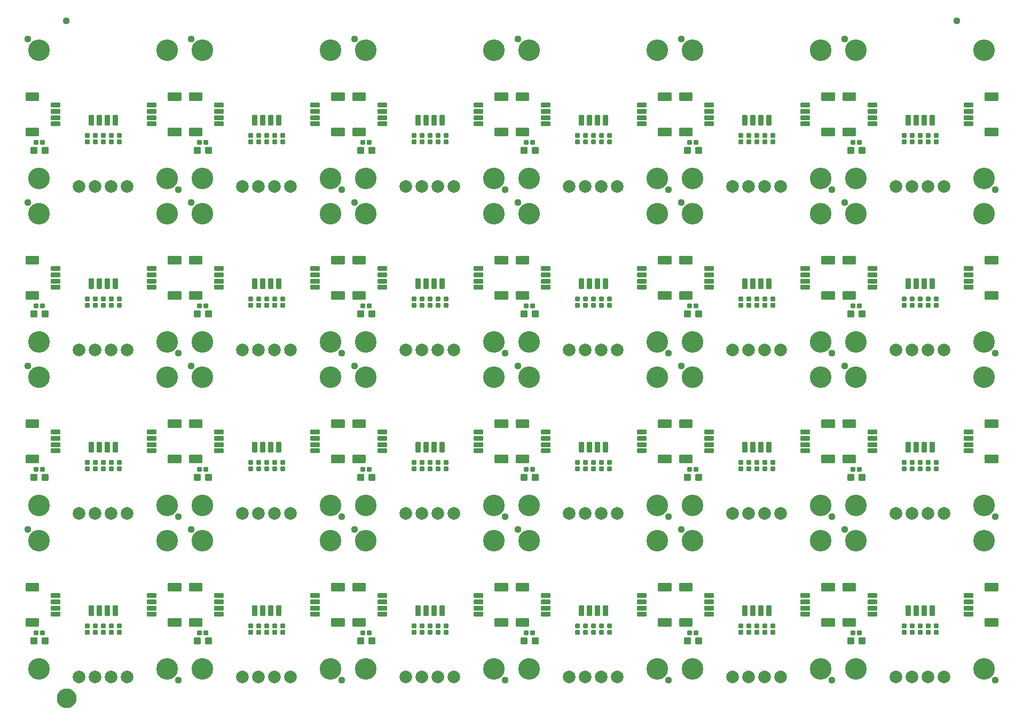
<source format=gts>
G04 EAGLE Gerber RS-274X export*
G75*
%MOMM*%
%FSLAX34Y34*%
%LPD*%
%INSoldermask Top*%
%IPPOS*%
%AMOC8*
5,1,8,0,0,1.08239X$1,22.5*%
G01*
%ADD10C,3.429000*%
%ADD11C,1.127000*%
%ADD12C,0.225369*%
%ADD13C,0.225588*%
%ADD14C,2.006600*%
%ADD15C,0.428259*%
%ADD16C,0.231559*%
%ADD17C,1.270000*%
%ADD18C,1.627000*%


D10*
X25400Y228600D03*
X228600Y228600D03*
D11*
X246380Y7620D03*
X7620Y246380D03*
D12*
X137192Y96408D02*
X137192Y91392D01*
X137192Y96408D02*
X142208Y96408D01*
X142208Y91392D01*
X137192Y91392D01*
X137192Y93533D02*
X142208Y93533D01*
X142208Y95674D02*
X137192Y95674D01*
X137192Y86408D02*
X137192Y81392D01*
X137192Y86408D02*
X142208Y86408D01*
X142208Y81392D01*
X137192Y81392D01*
X137192Y83533D02*
X142208Y83533D01*
X142208Y85674D02*
X137192Y85674D01*
X149892Y91392D02*
X149892Y96408D01*
X154908Y96408D01*
X154908Y91392D01*
X149892Y91392D01*
X149892Y93533D02*
X154908Y93533D01*
X154908Y95674D02*
X149892Y95674D01*
X149892Y86408D02*
X149892Y81392D01*
X149892Y86408D02*
X154908Y86408D01*
X154908Y81392D01*
X149892Y81392D01*
X149892Y83533D02*
X154908Y83533D01*
X154908Y85674D02*
X149892Y85674D01*
D13*
X4543Y149493D02*
X4543Y160507D01*
X23557Y160507D01*
X23557Y149493D01*
X4543Y149493D01*
X4543Y151636D02*
X23557Y151636D01*
X23557Y153779D02*
X4543Y153779D01*
X4543Y155922D02*
X23557Y155922D01*
X23557Y158065D02*
X4543Y158065D01*
X4543Y160208D02*
X23557Y160208D01*
X4543Y104507D02*
X4543Y93493D01*
X4543Y104507D02*
X23557Y104507D01*
X23557Y93493D01*
X4543Y93493D01*
X4543Y95636D02*
X23557Y95636D01*
X23557Y97779D02*
X4543Y97779D01*
X4543Y99922D02*
X23557Y99922D01*
X23557Y102065D02*
X4543Y102065D01*
X4543Y104208D02*
X23557Y104208D01*
D12*
X44542Y139492D02*
X44542Y144508D01*
X57058Y144508D01*
X57058Y139492D01*
X44542Y139492D01*
X44542Y141633D02*
X57058Y141633D01*
X57058Y143774D02*
X44542Y143774D01*
X44542Y134508D02*
X44542Y129492D01*
X44542Y134508D02*
X57058Y134508D01*
X57058Y129492D01*
X44542Y129492D01*
X44542Y131633D02*
X57058Y131633D01*
X57058Y133774D02*
X44542Y133774D01*
X44542Y124508D02*
X44542Y119492D01*
X44542Y124508D02*
X57058Y124508D01*
X57058Y119492D01*
X44542Y119492D01*
X44542Y121633D02*
X57058Y121633D01*
X57058Y123774D02*
X44542Y123774D01*
X44542Y114508D02*
X44542Y109492D01*
X44542Y114508D02*
X57058Y114508D01*
X57058Y109492D01*
X44542Y109492D01*
X44542Y111633D02*
X57058Y111633D01*
X57058Y113774D02*
X44542Y113774D01*
D14*
X88900Y12700D03*
X114300Y12700D03*
X139700Y12700D03*
X165100Y12700D03*
D13*
X249457Y93493D02*
X249457Y104507D01*
X249457Y93493D02*
X230443Y93493D01*
X230443Y104507D01*
X249457Y104507D01*
X249457Y95636D02*
X230443Y95636D01*
X230443Y97779D02*
X249457Y97779D01*
X249457Y99922D02*
X230443Y99922D01*
X230443Y102065D02*
X249457Y102065D01*
X249457Y104208D02*
X230443Y104208D01*
X249457Y149493D02*
X249457Y160507D01*
X249457Y149493D02*
X230443Y149493D01*
X230443Y160507D01*
X249457Y160507D01*
X249457Y151636D02*
X230443Y151636D01*
X230443Y153779D02*
X249457Y153779D01*
X249457Y155922D02*
X230443Y155922D01*
X230443Y158065D02*
X249457Y158065D01*
X249457Y160208D02*
X230443Y160208D01*
D12*
X209458Y114508D02*
X209458Y109492D01*
X196942Y109492D01*
X196942Y114508D01*
X209458Y114508D01*
X209458Y111633D02*
X196942Y111633D01*
X196942Y113774D02*
X209458Y113774D01*
X209458Y119492D02*
X209458Y124508D01*
X209458Y119492D02*
X196942Y119492D01*
X196942Y124508D01*
X209458Y124508D01*
X209458Y121633D02*
X196942Y121633D01*
X196942Y123774D02*
X209458Y123774D01*
X209458Y129492D02*
X209458Y134508D01*
X209458Y129492D02*
X196942Y129492D01*
X196942Y134508D01*
X209458Y134508D01*
X209458Y131633D02*
X196942Y131633D01*
X196942Y133774D02*
X209458Y133774D01*
X209458Y139492D02*
X209458Y144508D01*
X209458Y139492D02*
X196942Y139492D01*
X196942Y144508D01*
X209458Y144508D01*
X209458Y141633D02*
X196942Y141633D01*
X196942Y143774D02*
X209458Y143774D01*
X32908Y85058D02*
X27892Y85058D01*
X32908Y85058D02*
X32908Y80042D01*
X27892Y80042D01*
X27892Y85058D01*
X27892Y82183D02*
X32908Y82183D01*
X32908Y84324D02*
X27892Y84324D01*
X22908Y85058D02*
X17892Y85058D01*
X22908Y85058D02*
X22908Y80042D01*
X17892Y80042D01*
X17892Y85058D01*
X17892Y82183D02*
X22908Y82183D01*
X22908Y84324D02*
X17892Y84324D01*
D15*
X20124Y73344D02*
X20124Y66356D01*
X13136Y66356D01*
X13136Y73344D01*
X20124Y73344D01*
X20124Y70425D02*
X13136Y70425D01*
X37664Y73344D02*
X37664Y66356D01*
X30676Y66356D01*
X30676Y73344D01*
X37664Y73344D01*
X37664Y70425D02*
X30676Y70425D01*
D10*
X228600Y25400D03*
X25400Y25400D03*
D16*
X110927Y110523D02*
X110927Y125477D01*
X110927Y110523D02*
X104973Y110523D01*
X104973Y125477D01*
X110927Y125477D01*
X110927Y112723D02*
X104973Y112723D01*
X104973Y114923D02*
X110927Y114923D01*
X110927Y117123D02*
X104973Y117123D01*
X104973Y119323D02*
X110927Y119323D01*
X110927Y121523D02*
X104973Y121523D01*
X104973Y123723D02*
X110927Y123723D01*
X123627Y125477D02*
X123627Y110523D01*
X117673Y110523D01*
X117673Y125477D01*
X123627Y125477D01*
X123627Y112723D02*
X117673Y112723D01*
X117673Y114923D02*
X123627Y114923D01*
X123627Y117123D02*
X117673Y117123D01*
X117673Y119323D02*
X123627Y119323D01*
X123627Y121523D02*
X117673Y121523D01*
X117673Y123723D02*
X123627Y123723D01*
X136327Y125477D02*
X136327Y110523D01*
X130373Y110523D01*
X130373Y125477D01*
X136327Y125477D01*
X136327Y112723D02*
X130373Y112723D01*
X130373Y114923D02*
X136327Y114923D01*
X136327Y117123D02*
X130373Y117123D01*
X130373Y119323D02*
X136327Y119323D01*
X136327Y121523D02*
X130373Y121523D01*
X130373Y123723D02*
X136327Y123723D01*
X149027Y125477D02*
X149027Y110523D01*
X143073Y110523D01*
X143073Y125477D01*
X149027Y125477D01*
X149027Y112723D02*
X143073Y112723D01*
X143073Y114923D02*
X149027Y114923D01*
X149027Y117123D02*
X143073Y117123D01*
X143073Y119323D02*
X149027Y119323D01*
X149027Y121523D02*
X143073Y121523D01*
X143073Y123723D02*
X149027Y123723D01*
D12*
X111792Y96408D02*
X111792Y91392D01*
X111792Y96408D02*
X116808Y96408D01*
X116808Y91392D01*
X111792Y91392D01*
X111792Y93533D02*
X116808Y93533D01*
X116808Y95674D02*
X111792Y95674D01*
X111792Y86408D02*
X111792Y81392D01*
X111792Y86408D02*
X116808Y86408D01*
X116808Y81392D01*
X111792Y81392D01*
X111792Y83533D02*
X116808Y83533D01*
X116808Y85674D02*
X111792Y85674D01*
X124492Y91392D02*
X124492Y96408D01*
X129508Y96408D01*
X129508Y91392D01*
X124492Y91392D01*
X124492Y93533D02*
X129508Y93533D01*
X129508Y95674D02*
X124492Y95674D01*
X124492Y86408D02*
X124492Y81392D01*
X124492Y86408D02*
X129508Y86408D01*
X129508Y81392D01*
X124492Y81392D01*
X124492Y83533D02*
X129508Y83533D01*
X129508Y85674D02*
X124492Y85674D01*
X99092Y91392D02*
X99092Y96408D01*
X104108Y96408D01*
X104108Y91392D01*
X99092Y91392D01*
X99092Y93533D02*
X104108Y93533D01*
X104108Y95674D02*
X99092Y95674D01*
X99092Y86408D02*
X99092Y81392D01*
X99092Y86408D02*
X104108Y86408D01*
X104108Y81392D01*
X99092Y81392D01*
X99092Y83533D02*
X104108Y83533D01*
X104108Y85674D02*
X99092Y85674D01*
D10*
X284480Y228600D03*
X487680Y228600D03*
D11*
X505460Y7620D03*
X266700Y246380D03*
D12*
X396272Y96408D02*
X396272Y91392D01*
X396272Y96408D02*
X401288Y96408D01*
X401288Y91392D01*
X396272Y91392D01*
X396272Y93533D02*
X401288Y93533D01*
X401288Y95674D02*
X396272Y95674D01*
X396272Y86408D02*
X396272Y81392D01*
X396272Y86408D02*
X401288Y86408D01*
X401288Y81392D01*
X396272Y81392D01*
X396272Y83533D02*
X401288Y83533D01*
X401288Y85674D02*
X396272Y85674D01*
X408972Y91392D02*
X408972Y96408D01*
X413988Y96408D01*
X413988Y91392D01*
X408972Y91392D01*
X408972Y93533D02*
X413988Y93533D01*
X413988Y95674D02*
X408972Y95674D01*
X408972Y86408D02*
X408972Y81392D01*
X408972Y86408D02*
X413988Y86408D01*
X413988Y81392D01*
X408972Y81392D01*
X408972Y83533D02*
X413988Y83533D01*
X413988Y85674D02*
X408972Y85674D01*
D13*
X263623Y149493D02*
X263623Y160507D01*
X282637Y160507D01*
X282637Y149493D01*
X263623Y149493D01*
X263623Y151636D02*
X282637Y151636D01*
X282637Y153779D02*
X263623Y153779D01*
X263623Y155922D02*
X282637Y155922D01*
X282637Y158065D02*
X263623Y158065D01*
X263623Y160208D02*
X282637Y160208D01*
X263623Y104507D02*
X263623Y93493D01*
X263623Y104507D02*
X282637Y104507D01*
X282637Y93493D01*
X263623Y93493D01*
X263623Y95636D02*
X282637Y95636D01*
X282637Y97779D02*
X263623Y97779D01*
X263623Y99922D02*
X282637Y99922D01*
X282637Y102065D02*
X263623Y102065D01*
X263623Y104208D02*
X282637Y104208D01*
D12*
X303622Y139492D02*
X303622Y144508D01*
X316138Y144508D01*
X316138Y139492D01*
X303622Y139492D01*
X303622Y141633D02*
X316138Y141633D01*
X316138Y143774D02*
X303622Y143774D01*
X303622Y134508D02*
X303622Y129492D01*
X303622Y134508D02*
X316138Y134508D01*
X316138Y129492D01*
X303622Y129492D01*
X303622Y131633D02*
X316138Y131633D01*
X316138Y133774D02*
X303622Y133774D01*
X303622Y124508D02*
X303622Y119492D01*
X303622Y124508D02*
X316138Y124508D01*
X316138Y119492D01*
X303622Y119492D01*
X303622Y121633D02*
X316138Y121633D01*
X316138Y123774D02*
X303622Y123774D01*
X303622Y114508D02*
X303622Y109492D01*
X303622Y114508D02*
X316138Y114508D01*
X316138Y109492D01*
X303622Y109492D01*
X303622Y111633D02*
X316138Y111633D01*
X316138Y113774D02*
X303622Y113774D01*
D14*
X347980Y12700D03*
X373380Y12700D03*
X398780Y12700D03*
X424180Y12700D03*
D13*
X508537Y93493D02*
X508537Y104507D01*
X508537Y93493D02*
X489523Y93493D01*
X489523Y104507D01*
X508537Y104507D01*
X508537Y95636D02*
X489523Y95636D01*
X489523Y97779D02*
X508537Y97779D01*
X508537Y99922D02*
X489523Y99922D01*
X489523Y102065D02*
X508537Y102065D01*
X508537Y104208D02*
X489523Y104208D01*
X508537Y149493D02*
X508537Y160507D01*
X508537Y149493D02*
X489523Y149493D01*
X489523Y160507D01*
X508537Y160507D01*
X508537Y151636D02*
X489523Y151636D01*
X489523Y153779D02*
X508537Y153779D01*
X508537Y155922D02*
X489523Y155922D01*
X489523Y158065D02*
X508537Y158065D01*
X508537Y160208D02*
X489523Y160208D01*
D12*
X468538Y114508D02*
X468538Y109492D01*
X456022Y109492D01*
X456022Y114508D01*
X468538Y114508D01*
X468538Y111633D02*
X456022Y111633D01*
X456022Y113774D02*
X468538Y113774D01*
X468538Y119492D02*
X468538Y124508D01*
X468538Y119492D02*
X456022Y119492D01*
X456022Y124508D01*
X468538Y124508D01*
X468538Y121633D02*
X456022Y121633D01*
X456022Y123774D02*
X468538Y123774D01*
X468538Y129492D02*
X468538Y134508D01*
X468538Y129492D02*
X456022Y129492D01*
X456022Y134508D01*
X468538Y134508D01*
X468538Y131633D02*
X456022Y131633D01*
X456022Y133774D02*
X468538Y133774D01*
X468538Y139492D02*
X468538Y144508D01*
X468538Y139492D02*
X456022Y139492D01*
X456022Y144508D01*
X468538Y144508D01*
X468538Y141633D02*
X456022Y141633D01*
X456022Y143774D02*
X468538Y143774D01*
X291988Y85058D02*
X286972Y85058D01*
X291988Y85058D02*
X291988Y80042D01*
X286972Y80042D01*
X286972Y85058D01*
X286972Y82183D02*
X291988Y82183D01*
X291988Y84324D02*
X286972Y84324D01*
X281988Y85058D02*
X276972Y85058D01*
X281988Y85058D02*
X281988Y80042D01*
X276972Y80042D01*
X276972Y85058D01*
X276972Y82183D02*
X281988Y82183D01*
X281988Y84324D02*
X276972Y84324D01*
D15*
X279204Y73344D02*
X279204Y66356D01*
X272216Y66356D01*
X272216Y73344D01*
X279204Y73344D01*
X279204Y70425D02*
X272216Y70425D01*
X296744Y73344D02*
X296744Y66356D01*
X289756Y66356D01*
X289756Y73344D01*
X296744Y73344D01*
X296744Y70425D02*
X289756Y70425D01*
D10*
X487680Y25400D03*
X284480Y25400D03*
D16*
X370007Y110523D02*
X370007Y125477D01*
X370007Y110523D02*
X364053Y110523D01*
X364053Y125477D01*
X370007Y125477D01*
X370007Y112723D02*
X364053Y112723D01*
X364053Y114923D02*
X370007Y114923D01*
X370007Y117123D02*
X364053Y117123D01*
X364053Y119323D02*
X370007Y119323D01*
X370007Y121523D02*
X364053Y121523D01*
X364053Y123723D02*
X370007Y123723D01*
X382707Y125477D02*
X382707Y110523D01*
X376753Y110523D01*
X376753Y125477D01*
X382707Y125477D01*
X382707Y112723D02*
X376753Y112723D01*
X376753Y114923D02*
X382707Y114923D01*
X382707Y117123D02*
X376753Y117123D01*
X376753Y119323D02*
X382707Y119323D01*
X382707Y121523D02*
X376753Y121523D01*
X376753Y123723D02*
X382707Y123723D01*
X395407Y125477D02*
X395407Y110523D01*
X389453Y110523D01*
X389453Y125477D01*
X395407Y125477D01*
X395407Y112723D02*
X389453Y112723D01*
X389453Y114923D02*
X395407Y114923D01*
X395407Y117123D02*
X389453Y117123D01*
X389453Y119323D02*
X395407Y119323D01*
X395407Y121523D02*
X389453Y121523D01*
X389453Y123723D02*
X395407Y123723D01*
X408107Y125477D02*
X408107Y110523D01*
X402153Y110523D01*
X402153Y125477D01*
X408107Y125477D01*
X408107Y112723D02*
X402153Y112723D01*
X402153Y114923D02*
X408107Y114923D01*
X408107Y117123D02*
X402153Y117123D01*
X402153Y119323D02*
X408107Y119323D01*
X408107Y121523D02*
X402153Y121523D01*
X402153Y123723D02*
X408107Y123723D01*
D12*
X370872Y96408D02*
X370872Y91392D01*
X370872Y96408D02*
X375888Y96408D01*
X375888Y91392D01*
X370872Y91392D01*
X370872Y93533D02*
X375888Y93533D01*
X375888Y95674D02*
X370872Y95674D01*
X370872Y86408D02*
X370872Y81392D01*
X370872Y86408D02*
X375888Y86408D01*
X375888Y81392D01*
X370872Y81392D01*
X370872Y83533D02*
X375888Y83533D01*
X375888Y85674D02*
X370872Y85674D01*
X383572Y91392D02*
X383572Y96408D01*
X388588Y96408D01*
X388588Y91392D01*
X383572Y91392D01*
X383572Y93533D02*
X388588Y93533D01*
X388588Y95674D02*
X383572Y95674D01*
X383572Y86408D02*
X383572Y81392D01*
X383572Y86408D02*
X388588Y86408D01*
X388588Y81392D01*
X383572Y81392D01*
X383572Y83533D02*
X388588Y83533D01*
X388588Y85674D02*
X383572Y85674D01*
X358172Y91392D02*
X358172Y96408D01*
X363188Y96408D01*
X363188Y91392D01*
X358172Y91392D01*
X358172Y93533D02*
X363188Y93533D01*
X363188Y95674D02*
X358172Y95674D01*
X358172Y86408D02*
X358172Y81392D01*
X358172Y86408D02*
X363188Y86408D01*
X363188Y81392D01*
X358172Y81392D01*
X358172Y83533D02*
X363188Y83533D01*
X363188Y85674D02*
X358172Y85674D01*
D10*
X543560Y228600D03*
X746760Y228600D03*
D11*
X764540Y7620D03*
X525780Y246380D03*
D12*
X655352Y96408D02*
X655352Y91392D01*
X655352Y96408D02*
X660368Y96408D01*
X660368Y91392D01*
X655352Y91392D01*
X655352Y93533D02*
X660368Y93533D01*
X660368Y95674D02*
X655352Y95674D01*
X655352Y86408D02*
X655352Y81392D01*
X655352Y86408D02*
X660368Y86408D01*
X660368Y81392D01*
X655352Y81392D01*
X655352Y83533D02*
X660368Y83533D01*
X660368Y85674D02*
X655352Y85674D01*
X668052Y91392D02*
X668052Y96408D01*
X673068Y96408D01*
X673068Y91392D01*
X668052Y91392D01*
X668052Y93533D02*
X673068Y93533D01*
X673068Y95674D02*
X668052Y95674D01*
X668052Y86408D02*
X668052Y81392D01*
X668052Y86408D02*
X673068Y86408D01*
X673068Y81392D01*
X668052Y81392D01*
X668052Y83533D02*
X673068Y83533D01*
X673068Y85674D02*
X668052Y85674D01*
D13*
X522703Y149493D02*
X522703Y160507D01*
X541717Y160507D01*
X541717Y149493D01*
X522703Y149493D01*
X522703Y151636D02*
X541717Y151636D01*
X541717Y153779D02*
X522703Y153779D01*
X522703Y155922D02*
X541717Y155922D01*
X541717Y158065D02*
X522703Y158065D01*
X522703Y160208D02*
X541717Y160208D01*
X522703Y104507D02*
X522703Y93493D01*
X522703Y104507D02*
X541717Y104507D01*
X541717Y93493D01*
X522703Y93493D01*
X522703Y95636D02*
X541717Y95636D01*
X541717Y97779D02*
X522703Y97779D01*
X522703Y99922D02*
X541717Y99922D01*
X541717Y102065D02*
X522703Y102065D01*
X522703Y104208D02*
X541717Y104208D01*
D12*
X562702Y139492D02*
X562702Y144508D01*
X575218Y144508D01*
X575218Y139492D01*
X562702Y139492D01*
X562702Y141633D02*
X575218Y141633D01*
X575218Y143774D02*
X562702Y143774D01*
X562702Y134508D02*
X562702Y129492D01*
X562702Y134508D02*
X575218Y134508D01*
X575218Y129492D01*
X562702Y129492D01*
X562702Y131633D02*
X575218Y131633D01*
X575218Y133774D02*
X562702Y133774D01*
X562702Y124508D02*
X562702Y119492D01*
X562702Y124508D02*
X575218Y124508D01*
X575218Y119492D01*
X562702Y119492D01*
X562702Y121633D02*
X575218Y121633D01*
X575218Y123774D02*
X562702Y123774D01*
X562702Y114508D02*
X562702Y109492D01*
X562702Y114508D02*
X575218Y114508D01*
X575218Y109492D01*
X562702Y109492D01*
X562702Y111633D02*
X575218Y111633D01*
X575218Y113774D02*
X562702Y113774D01*
D14*
X607060Y12700D03*
X632460Y12700D03*
X657860Y12700D03*
X683260Y12700D03*
D13*
X767617Y93493D02*
X767617Y104507D01*
X767617Y93493D02*
X748603Y93493D01*
X748603Y104507D01*
X767617Y104507D01*
X767617Y95636D02*
X748603Y95636D01*
X748603Y97779D02*
X767617Y97779D01*
X767617Y99922D02*
X748603Y99922D01*
X748603Y102065D02*
X767617Y102065D01*
X767617Y104208D02*
X748603Y104208D01*
X767617Y149493D02*
X767617Y160507D01*
X767617Y149493D02*
X748603Y149493D01*
X748603Y160507D01*
X767617Y160507D01*
X767617Y151636D02*
X748603Y151636D01*
X748603Y153779D02*
X767617Y153779D01*
X767617Y155922D02*
X748603Y155922D01*
X748603Y158065D02*
X767617Y158065D01*
X767617Y160208D02*
X748603Y160208D01*
D12*
X727618Y114508D02*
X727618Y109492D01*
X715102Y109492D01*
X715102Y114508D01*
X727618Y114508D01*
X727618Y111633D02*
X715102Y111633D01*
X715102Y113774D02*
X727618Y113774D01*
X727618Y119492D02*
X727618Y124508D01*
X727618Y119492D02*
X715102Y119492D01*
X715102Y124508D01*
X727618Y124508D01*
X727618Y121633D02*
X715102Y121633D01*
X715102Y123774D02*
X727618Y123774D01*
X727618Y129492D02*
X727618Y134508D01*
X727618Y129492D02*
X715102Y129492D01*
X715102Y134508D01*
X727618Y134508D01*
X727618Y131633D02*
X715102Y131633D01*
X715102Y133774D02*
X727618Y133774D01*
X727618Y139492D02*
X727618Y144508D01*
X727618Y139492D02*
X715102Y139492D01*
X715102Y144508D01*
X727618Y144508D01*
X727618Y141633D02*
X715102Y141633D01*
X715102Y143774D02*
X727618Y143774D01*
X551068Y85058D02*
X546052Y85058D01*
X551068Y85058D02*
X551068Y80042D01*
X546052Y80042D01*
X546052Y85058D01*
X546052Y82183D02*
X551068Y82183D01*
X551068Y84324D02*
X546052Y84324D01*
X541068Y85058D02*
X536052Y85058D01*
X541068Y85058D02*
X541068Y80042D01*
X536052Y80042D01*
X536052Y85058D01*
X536052Y82183D02*
X541068Y82183D01*
X541068Y84324D02*
X536052Y84324D01*
D15*
X538284Y73344D02*
X538284Y66356D01*
X531296Y66356D01*
X531296Y73344D01*
X538284Y73344D01*
X538284Y70425D02*
X531296Y70425D01*
X555824Y73344D02*
X555824Y66356D01*
X548836Y66356D01*
X548836Y73344D01*
X555824Y73344D01*
X555824Y70425D02*
X548836Y70425D01*
D10*
X746760Y25400D03*
X543560Y25400D03*
D16*
X629087Y110523D02*
X629087Y125477D01*
X629087Y110523D02*
X623133Y110523D01*
X623133Y125477D01*
X629087Y125477D01*
X629087Y112723D02*
X623133Y112723D01*
X623133Y114923D02*
X629087Y114923D01*
X629087Y117123D02*
X623133Y117123D01*
X623133Y119323D02*
X629087Y119323D01*
X629087Y121523D02*
X623133Y121523D01*
X623133Y123723D02*
X629087Y123723D01*
X641787Y125477D02*
X641787Y110523D01*
X635833Y110523D01*
X635833Y125477D01*
X641787Y125477D01*
X641787Y112723D02*
X635833Y112723D01*
X635833Y114923D02*
X641787Y114923D01*
X641787Y117123D02*
X635833Y117123D01*
X635833Y119323D02*
X641787Y119323D01*
X641787Y121523D02*
X635833Y121523D01*
X635833Y123723D02*
X641787Y123723D01*
X654487Y125477D02*
X654487Y110523D01*
X648533Y110523D01*
X648533Y125477D01*
X654487Y125477D01*
X654487Y112723D02*
X648533Y112723D01*
X648533Y114923D02*
X654487Y114923D01*
X654487Y117123D02*
X648533Y117123D01*
X648533Y119323D02*
X654487Y119323D01*
X654487Y121523D02*
X648533Y121523D01*
X648533Y123723D02*
X654487Y123723D01*
X667187Y125477D02*
X667187Y110523D01*
X661233Y110523D01*
X661233Y125477D01*
X667187Y125477D01*
X667187Y112723D02*
X661233Y112723D01*
X661233Y114923D02*
X667187Y114923D01*
X667187Y117123D02*
X661233Y117123D01*
X661233Y119323D02*
X667187Y119323D01*
X667187Y121523D02*
X661233Y121523D01*
X661233Y123723D02*
X667187Y123723D01*
D12*
X629952Y96408D02*
X629952Y91392D01*
X629952Y96408D02*
X634968Y96408D01*
X634968Y91392D01*
X629952Y91392D01*
X629952Y93533D02*
X634968Y93533D01*
X634968Y95674D02*
X629952Y95674D01*
X629952Y86408D02*
X629952Y81392D01*
X629952Y86408D02*
X634968Y86408D01*
X634968Y81392D01*
X629952Y81392D01*
X629952Y83533D02*
X634968Y83533D01*
X634968Y85674D02*
X629952Y85674D01*
X642652Y91392D02*
X642652Y96408D01*
X647668Y96408D01*
X647668Y91392D01*
X642652Y91392D01*
X642652Y93533D02*
X647668Y93533D01*
X647668Y95674D02*
X642652Y95674D01*
X642652Y86408D02*
X642652Y81392D01*
X642652Y86408D02*
X647668Y86408D01*
X647668Y81392D01*
X642652Y81392D01*
X642652Y83533D02*
X647668Y83533D01*
X647668Y85674D02*
X642652Y85674D01*
X617252Y91392D02*
X617252Y96408D01*
X622268Y96408D01*
X622268Y91392D01*
X617252Y91392D01*
X617252Y93533D02*
X622268Y93533D01*
X622268Y95674D02*
X617252Y95674D01*
X617252Y86408D02*
X617252Y81392D01*
X617252Y86408D02*
X622268Y86408D01*
X622268Y81392D01*
X617252Y81392D01*
X617252Y83533D02*
X622268Y83533D01*
X622268Y85674D02*
X617252Y85674D01*
D10*
X802640Y228600D03*
X1005840Y228600D03*
D11*
X1023620Y7620D03*
X784860Y246380D03*
D12*
X914432Y96408D02*
X914432Y91392D01*
X914432Y96408D02*
X919448Y96408D01*
X919448Y91392D01*
X914432Y91392D01*
X914432Y93533D02*
X919448Y93533D01*
X919448Y95674D02*
X914432Y95674D01*
X914432Y86408D02*
X914432Y81392D01*
X914432Y86408D02*
X919448Y86408D01*
X919448Y81392D01*
X914432Y81392D01*
X914432Y83533D02*
X919448Y83533D01*
X919448Y85674D02*
X914432Y85674D01*
X927132Y91392D02*
X927132Y96408D01*
X932148Y96408D01*
X932148Y91392D01*
X927132Y91392D01*
X927132Y93533D02*
X932148Y93533D01*
X932148Y95674D02*
X927132Y95674D01*
X927132Y86408D02*
X927132Y81392D01*
X927132Y86408D02*
X932148Y86408D01*
X932148Y81392D01*
X927132Y81392D01*
X927132Y83533D02*
X932148Y83533D01*
X932148Y85674D02*
X927132Y85674D01*
D13*
X781783Y149493D02*
X781783Y160507D01*
X800797Y160507D01*
X800797Y149493D01*
X781783Y149493D01*
X781783Y151636D02*
X800797Y151636D01*
X800797Y153779D02*
X781783Y153779D01*
X781783Y155922D02*
X800797Y155922D01*
X800797Y158065D02*
X781783Y158065D01*
X781783Y160208D02*
X800797Y160208D01*
X781783Y104507D02*
X781783Y93493D01*
X781783Y104507D02*
X800797Y104507D01*
X800797Y93493D01*
X781783Y93493D01*
X781783Y95636D02*
X800797Y95636D01*
X800797Y97779D02*
X781783Y97779D01*
X781783Y99922D02*
X800797Y99922D01*
X800797Y102065D02*
X781783Y102065D01*
X781783Y104208D02*
X800797Y104208D01*
D12*
X821782Y139492D02*
X821782Y144508D01*
X834298Y144508D01*
X834298Y139492D01*
X821782Y139492D01*
X821782Y141633D02*
X834298Y141633D01*
X834298Y143774D02*
X821782Y143774D01*
X821782Y134508D02*
X821782Y129492D01*
X821782Y134508D02*
X834298Y134508D01*
X834298Y129492D01*
X821782Y129492D01*
X821782Y131633D02*
X834298Y131633D01*
X834298Y133774D02*
X821782Y133774D01*
X821782Y124508D02*
X821782Y119492D01*
X821782Y124508D02*
X834298Y124508D01*
X834298Y119492D01*
X821782Y119492D01*
X821782Y121633D02*
X834298Y121633D01*
X834298Y123774D02*
X821782Y123774D01*
X821782Y114508D02*
X821782Y109492D01*
X821782Y114508D02*
X834298Y114508D01*
X834298Y109492D01*
X821782Y109492D01*
X821782Y111633D02*
X834298Y111633D01*
X834298Y113774D02*
X821782Y113774D01*
D14*
X866140Y12700D03*
X891540Y12700D03*
X916940Y12700D03*
X942340Y12700D03*
D13*
X1026697Y93493D02*
X1026697Y104507D01*
X1026697Y93493D02*
X1007683Y93493D01*
X1007683Y104507D01*
X1026697Y104507D01*
X1026697Y95636D02*
X1007683Y95636D01*
X1007683Y97779D02*
X1026697Y97779D01*
X1026697Y99922D02*
X1007683Y99922D01*
X1007683Y102065D02*
X1026697Y102065D01*
X1026697Y104208D02*
X1007683Y104208D01*
X1026697Y149493D02*
X1026697Y160507D01*
X1026697Y149493D02*
X1007683Y149493D01*
X1007683Y160507D01*
X1026697Y160507D01*
X1026697Y151636D02*
X1007683Y151636D01*
X1007683Y153779D02*
X1026697Y153779D01*
X1026697Y155922D02*
X1007683Y155922D01*
X1007683Y158065D02*
X1026697Y158065D01*
X1026697Y160208D02*
X1007683Y160208D01*
D12*
X986698Y114508D02*
X986698Y109492D01*
X974182Y109492D01*
X974182Y114508D01*
X986698Y114508D01*
X986698Y111633D02*
X974182Y111633D01*
X974182Y113774D02*
X986698Y113774D01*
X986698Y119492D02*
X986698Y124508D01*
X986698Y119492D02*
X974182Y119492D01*
X974182Y124508D01*
X986698Y124508D01*
X986698Y121633D02*
X974182Y121633D01*
X974182Y123774D02*
X986698Y123774D01*
X986698Y129492D02*
X986698Y134508D01*
X986698Y129492D02*
X974182Y129492D01*
X974182Y134508D01*
X986698Y134508D01*
X986698Y131633D02*
X974182Y131633D01*
X974182Y133774D02*
X986698Y133774D01*
X986698Y139492D02*
X986698Y144508D01*
X986698Y139492D02*
X974182Y139492D01*
X974182Y144508D01*
X986698Y144508D01*
X986698Y141633D02*
X974182Y141633D01*
X974182Y143774D02*
X986698Y143774D01*
X810148Y85058D02*
X805132Y85058D01*
X810148Y85058D02*
X810148Y80042D01*
X805132Y80042D01*
X805132Y85058D01*
X805132Y82183D02*
X810148Y82183D01*
X810148Y84324D02*
X805132Y84324D01*
X800148Y85058D02*
X795132Y85058D01*
X800148Y85058D02*
X800148Y80042D01*
X795132Y80042D01*
X795132Y85058D01*
X795132Y82183D02*
X800148Y82183D01*
X800148Y84324D02*
X795132Y84324D01*
D15*
X797364Y73344D02*
X797364Y66356D01*
X790376Y66356D01*
X790376Y73344D01*
X797364Y73344D01*
X797364Y70425D02*
X790376Y70425D01*
X814904Y73344D02*
X814904Y66356D01*
X807916Y66356D01*
X807916Y73344D01*
X814904Y73344D01*
X814904Y70425D02*
X807916Y70425D01*
D10*
X1005840Y25400D03*
X802640Y25400D03*
D16*
X888167Y110523D02*
X888167Y125477D01*
X888167Y110523D02*
X882213Y110523D01*
X882213Y125477D01*
X888167Y125477D01*
X888167Y112723D02*
X882213Y112723D01*
X882213Y114923D02*
X888167Y114923D01*
X888167Y117123D02*
X882213Y117123D01*
X882213Y119323D02*
X888167Y119323D01*
X888167Y121523D02*
X882213Y121523D01*
X882213Y123723D02*
X888167Y123723D01*
X900867Y125477D02*
X900867Y110523D01*
X894913Y110523D01*
X894913Y125477D01*
X900867Y125477D01*
X900867Y112723D02*
X894913Y112723D01*
X894913Y114923D02*
X900867Y114923D01*
X900867Y117123D02*
X894913Y117123D01*
X894913Y119323D02*
X900867Y119323D01*
X900867Y121523D02*
X894913Y121523D01*
X894913Y123723D02*
X900867Y123723D01*
X913567Y125477D02*
X913567Y110523D01*
X907613Y110523D01*
X907613Y125477D01*
X913567Y125477D01*
X913567Y112723D02*
X907613Y112723D01*
X907613Y114923D02*
X913567Y114923D01*
X913567Y117123D02*
X907613Y117123D01*
X907613Y119323D02*
X913567Y119323D01*
X913567Y121523D02*
X907613Y121523D01*
X907613Y123723D02*
X913567Y123723D01*
X926267Y125477D02*
X926267Y110523D01*
X920313Y110523D01*
X920313Y125477D01*
X926267Y125477D01*
X926267Y112723D02*
X920313Y112723D01*
X920313Y114923D02*
X926267Y114923D01*
X926267Y117123D02*
X920313Y117123D01*
X920313Y119323D02*
X926267Y119323D01*
X926267Y121523D02*
X920313Y121523D01*
X920313Y123723D02*
X926267Y123723D01*
D12*
X889032Y96408D02*
X889032Y91392D01*
X889032Y96408D02*
X894048Y96408D01*
X894048Y91392D01*
X889032Y91392D01*
X889032Y93533D02*
X894048Y93533D01*
X894048Y95674D02*
X889032Y95674D01*
X889032Y86408D02*
X889032Y81392D01*
X889032Y86408D02*
X894048Y86408D01*
X894048Y81392D01*
X889032Y81392D01*
X889032Y83533D02*
X894048Y83533D01*
X894048Y85674D02*
X889032Y85674D01*
X901732Y91392D02*
X901732Y96408D01*
X906748Y96408D01*
X906748Y91392D01*
X901732Y91392D01*
X901732Y93533D02*
X906748Y93533D01*
X906748Y95674D02*
X901732Y95674D01*
X901732Y86408D02*
X901732Y81392D01*
X901732Y86408D02*
X906748Y86408D01*
X906748Y81392D01*
X901732Y81392D01*
X901732Y83533D02*
X906748Y83533D01*
X906748Y85674D02*
X901732Y85674D01*
X876332Y91392D02*
X876332Y96408D01*
X881348Y96408D01*
X881348Y91392D01*
X876332Y91392D01*
X876332Y93533D02*
X881348Y93533D01*
X881348Y95674D02*
X876332Y95674D01*
X876332Y86408D02*
X876332Y81392D01*
X876332Y86408D02*
X881348Y86408D01*
X881348Y81392D01*
X876332Y81392D01*
X876332Y83533D02*
X881348Y83533D01*
X881348Y85674D02*
X876332Y85674D01*
D10*
X1061720Y228600D03*
X1264920Y228600D03*
D11*
X1282700Y7620D03*
X1043940Y246380D03*
D12*
X1173512Y96408D02*
X1173512Y91392D01*
X1173512Y96408D02*
X1178528Y96408D01*
X1178528Y91392D01*
X1173512Y91392D01*
X1173512Y93533D02*
X1178528Y93533D01*
X1178528Y95674D02*
X1173512Y95674D01*
X1173512Y86408D02*
X1173512Y81392D01*
X1173512Y86408D02*
X1178528Y86408D01*
X1178528Y81392D01*
X1173512Y81392D01*
X1173512Y83533D02*
X1178528Y83533D01*
X1178528Y85674D02*
X1173512Y85674D01*
X1186212Y91392D02*
X1186212Y96408D01*
X1191228Y96408D01*
X1191228Y91392D01*
X1186212Y91392D01*
X1186212Y93533D02*
X1191228Y93533D01*
X1191228Y95674D02*
X1186212Y95674D01*
X1186212Y86408D02*
X1186212Y81392D01*
X1186212Y86408D02*
X1191228Y86408D01*
X1191228Y81392D01*
X1186212Y81392D01*
X1186212Y83533D02*
X1191228Y83533D01*
X1191228Y85674D02*
X1186212Y85674D01*
D13*
X1040863Y149493D02*
X1040863Y160507D01*
X1059877Y160507D01*
X1059877Y149493D01*
X1040863Y149493D01*
X1040863Y151636D02*
X1059877Y151636D01*
X1059877Y153779D02*
X1040863Y153779D01*
X1040863Y155922D02*
X1059877Y155922D01*
X1059877Y158065D02*
X1040863Y158065D01*
X1040863Y160208D02*
X1059877Y160208D01*
X1040863Y104507D02*
X1040863Y93493D01*
X1040863Y104507D02*
X1059877Y104507D01*
X1059877Y93493D01*
X1040863Y93493D01*
X1040863Y95636D02*
X1059877Y95636D01*
X1059877Y97779D02*
X1040863Y97779D01*
X1040863Y99922D02*
X1059877Y99922D01*
X1059877Y102065D02*
X1040863Y102065D01*
X1040863Y104208D02*
X1059877Y104208D01*
D12*
X1080862Y139492D02*
X1080862Y144508D01*
X1093378Y144508D01*
X1093378Y139492D01*
X1080862Y139492D01*
X1080862Y141633D02*
X1093378Y141633D01*
X1093378Y143774D02*
X1080862Y143774D01*
X1080862Y134508D02*
X1080862Y129492D01*
X1080862Y134508D02*
X1093378Y134508D01*
X1093378Y129492D01*
X1080862Y129492D01*
X1080862Y131633D02*
X1093378Y131633D01*
X1093378Y133774D02*
X1080862Y133774D01*
X1080862Y124508D02*
X1080862Y119492D01*
X1080862Y124508D02*
X1093378Y124508D01*
X1093378Y119492D01*
X1080862Y119492D01*
X1080862Y121633D02*
X1093378Y121633D01*
X1093378Y123774D02*
X1080862Y123774D01*
X1080862Y114508D02*
X1080862Y109492D01*
X1080862Y114508D02*
X1093378Y114508D01*
X1093378Y109492D01*
X1080862Y109492D01*
X1080862Y111633D02*
X1093378Y111633D01*
X1093378Y113774D02*
X1080862Y113774D01*
D14*
X1125220Y12700D03*
X1150620Y12700D03*
X1176020Y12700D03*
X1201420Y12700D03*
D13*
X1285777Y93493D02*
X1285777Y104507D01*
X1285777Y93493D02*
X1266763Y93493D01*
X1266763Y104507D01*
X1285777Y104507D01*
X1285777Y95636D02*
X1266763Y95636D01*
X1266763Y97779D02*
X1285777Y97779D01*
X1285777Y99922D02*
X1266763Y99922D01*
X1266763Y102065D02*
X1285777Y102065D01*
X1285777Y104208D02*
X1266763Y104208D01*
X1285777Y149493D02*
X1285777Y160507D01*
X1285777Y149493D02*
X1266763Y149493D01*
X1266763Y160507D01*
X1285777Y160507D01*
X1285777Y151636D02*
X1266763Y151636D01*
X1266763Y153779D02*
X1285777Y153779D01*
X1285777Y155922D02*
X1266763Y155922D01*
X1266763Y158065D02*
X1285777Y158065D01*
X1285777Y160208D02*
X1266763Y160208D01*
D12*
X1245778Y114508D02*
X1245778Y109492D01*
X1233262Y109492D01*
X1233262Y114508D01*
X1245778Y114508D01*
X1245778Y111633D02*
X1233262Y111633D01*
X1233262Y113774D02*
X1245778Y113774D01*
X1245778Y119492D02*
X1245778Y124508D01*
X1245778Y119492D02*
X1233262Y119492D01*
X1233262Y124508D01*
X1245778Y124508D01*
X1245778Y121633D02*
X1233262Y121633D01*
X1233262Y123774D02*
X1245778Y123774D01*
X1245778Y129492D02*
X1245778Y134508D01*
X1245778Y129492D02*
X1233262Y129492D01*
X1233262Y134508D01*
X1245778Y134508D01*
X1245778Y131633D02*
X1233262Y131633D01*
X1233262Y133774D02*
X1245778Y133774D01*
X1245778Y139492D02*
X1245778Y144508D01*
X1245778Y139492D02*
X1233262Y139492D01*
X1233262Y144508D01*
X1245778Y144508D01*
X1245778Y141633D02*
X1233262Y141633D01*
X1233262Y143774D02*
X1245778Y143774D01*
X1069228Y85058D02*
X1064212Y85058D01*
X1069228Y85058D02*
X1069228Y80042D01*
X1064212Y80042D01*
X1064212Y85058D01*
X1064212Y82183D02*
X1069228Y82183D01*
X1069228Y84324D02*
X1064212Y84324D01*
X1059228Y85058D02*
X1054212Y85058D01*
X1059228Y85058D02*
X1059228Y80042D01*
X1054212Y80042D01*
X1054212Y85058D01*
X1054212Y82183D02*
X1059228Y82183D01*
X1059228Y84324D02*
X1054212Y84324D01*
D15*
X1056444Y73344D02*
X1056444Y66356D01*
X1049456Y66356D01*
X1049456Y73344D01*
X1056444Y73344D01*
X1056444Y70425D02*
X1049456Y70425D01*
X1073984Y73344D02*
X1073984Y66356D01*
X1066996Y66356D01*
X1066996Y73344D01*
X1073984Y73344D01*
X1073984Y70425D02*
X1066996Y70425D01*
D10*
X1264920Y25400D03*
X1061720Y25400D03*
D16*
X1147247Y110523D02*
X1147247Y125477D01*
X1147247Y110523D02*
X1141293Y110523D01*
X1141293Y125477D01*
X1147247Y125477D01*
X1147247Y112723D02*
X1141293Y112723D01*
X1141293Y114923D02*
X1147247Y114923D01*
X1147247Y117123D02*
X1141293Y117123D01*
X1141293Y119323D02*
X1147247Y119323D01*
X1147247Y121523D02*
X1141293Y121523D01*
X1141293Y123723D02*
X1147247Y123723D01*
X1159947Y125477D02*
X1159947Y110523D01*
X1153993Y110523D01*
X1153993Y125477D01*
X1159947Y125477D01*
X1159947Y112723D02*
X1153993Y112723D01*
X1153993Y114923D02*
X1159947Y114923D01*
X1159947Y117123D02*
X1153993Y117123D01*
X1153993Y119323D02*
X1159947Y119323D01*
X1159947Y121523D02*
X1153993Y121523D01*
X1153993Y123723D02*
X1159947Y123723D01*
X1172647Y125477D02*
X1172647Y110523D01*
X1166693Y110523D01*
X1166693Y125477D01*
X1172647Y125477D01*
X1172647Y112723D02*
X1166693Y112723D01*
X1166693Y114923D02*
X1172647Y114923D01*
X1172647Y117123D02*
X1166693Y117123D01*
X1166693Y119323D02*
X1172647Y119323D01*
X1172647Y121523D02*
X1166693Y121523D01*
X1166693Y123723D02*
X1172647Y123723D01*
X1185347Y125477D02*
X1185347Y110523D01*
X1179393Y110523D01*
X1179393Y125477D01*
X1185347Y125477D01*
X1185347Y112723D02*
X1179393Y112723D01*
X1179393Y114923D02*
X1185347Y114923D01*
X1185347Y117123D02*
X1179393Y117123D01*
X1179393Y119323D02*
X1185347Y119323D01*
X1185347Y121523D02*
X1179393Y121523D01*
X1179393Y123723D02*
X1185347Y123723D01*
D12*
X1148112Y96408D02*
X1148112Y91392D01*
X1148112Y96408D02*
X1153128Y96408D01*
X1153128Y91392D01*
X1148112Y91392D01*
X1148112Y93533D02*
X1153128Y93533D01*
X1153128Y95674D02*
X1148112Y95674D01*
X1148112Y86408D02*
X1148112Y81392D01*
X1148112Y86408D02*
X1153128Y86408D01*
X1153128Y81392D01*
X1148112Y81392D01*
X1148112Y83533D02*
X1153128Y83533D01*
X1153128Y85674D02*
X1148112Y85674D01*
X1160812Y91392D02*
X1160812Y96408D01*
X1165828Y96408D01*
X1165828Y91392D01*
X1160812Y91392D01*
X1160812Y93533D02*
X1165828Y93533D01*
X1165828Y95674D02*
X1160812Y95674D01*
X1160812Y86408D02*
X1160812Y81392D01*
X1160812Y86408D02*
X1165828Y86408D01*
X1165828Y81392D01*
X1160812Y81392D01*
X1160812Y83533D02*
X1165828Y83533D01*
X1165828Y85674D02*
X1160812Y85674D01*
X1135412Y91392D02*
X1135412Y96408D01*
X1140428Y96408D01*
X1140428Y91392D01*
X1135412Y91392D01*
X1135412Y93533D02*
X1140428Y93533D01*
X1140428Y95674D02*
X1135412Y95674D01*
X1135412Y86408D02*
X1135412Y81392D01*
X1135412Y86408D02*
X1140428Y86408D01*
X1140428Y81392D01*
X1135412Y81392D01*
X1135412Y83533D02*
X1140428Y83533D01*
X1140428Y85674D02*
X1135412Y85674D01*
D10*
X1320800Y228600D03*
X1524000Y228600D03*
D11*
X1541780Y7620D03*
X1303020Y246380D03*
D12*
X1432592Y96408D02*
X1432592Y91392D01*
X1432592Y96408D02*
X1437608Y96408D01*
X1437608Y91392D01*
X1432592Y91392D01*
X1432592Y93533D02*
X1437608Y93533D01*
X1437608Y95674D02*
X1432592Y95674D01*
X1432592Y86408D02*
X1432592Y81392D01*
X1432592Y86408D02*
X1437608Y86408D01*
X1437608Y81392D01*
X1432592Y81392D01*
X1432592Y83533D02*
X1437608Y83533D01*
X1437608Y85674D02*
X1432592Y85674D01*
X1445292Y91392D02*
X1445292Y96408D01*
X1450308Y96408D01*
X1450308Y91392D01*
X1445292Y91392D01*
X1445292Y93533D02*
X1450308Y93533D01*
X1450308Y95674D02*
X1445292Y95674D01*
X1445292Y86408D02*
X1445292Y81392D01*
X1445292Y86408D02*
X1450308Y86408D01*
X1450308Y81392D01*
X1445292Y81392D01*
X1445292Y83533D02*
X1450308Y83533D01*
X1450308Y85674D02*
X1445292Y85674D01*
D13*
X1299943Y149493D02*
X1299943Y160507D01*
X1318957Y160507D01*
X1318957Y149493D01*
X1299943Y149493D01*
X1299943Y151636D02*
X1318957Y151636D01*
X1318957Y153779D02*
X1299943Y153779D01*
X1299943Y155922D02*
X1318957Y155922D01*
X1318957Y158065D02*
X1299943Y158065D01*
X1299943Y160208D02*
X1318957Y160208D01*
X1299943Y104507D02*
X1299943Y93493D01*
X1299943Y104507D02*
X1318957Y104507D01*
X1318957Y93493D01*
X1299943Y93493D01*
X1299943Y95636D02*
X1318957Y95636D01*
X1318957Y97779D02*
X1299943Y97779D01*
X1299943Y99922D02*
X1318957Y99922D01*
X1318957Y102065D02*
X1299943Y102065D01*
X1299943Y104208D02*
X1318957Y104208D01*
D12*
X1339942Y139492D02*
X1339942Y144508D01*
X1352458Y144508D01*
X1352458Y139492D01*
X1339942Y139492D01*
X1339942Y141633D02*
X1352458Y141633D01*
X1352458Y143774D02*
X1339942Y143774D01*
X1339942Y134508D02*
X1339942Y129492D01*
X1339942Y134508D02*
X1352458Y134508D01*
X1352458Y129492D01*
X1339942Y129492D01*
X1339942Y131633D02*
X1352458Y131633D01*
X1352458Y133774D02*
X1339942Y133774D01*
X1339942Y124508D02*
X1339942Y119492D01*
X1339942Y124508D02*
X1352458Y124508D01*
X1352458Y119492D01*
X1339942Y119492D01*
X1339942Y121633D02*
X1352458Y121633D01*
X1352458Y123774D02*
X1339942Y123774D01*
X1339942Y114508D02*
X1339942Y109492D01*
X1339942Y114508D02*
X1352458Y114508D01*
X1352458Y109492D01*
X1339942Y109492D01*
X1339942Y111633D02*
X1352458Y111633D01*
X1352458Y113774D02*
X1339942Y113774D01*
D14*
X1384300Y12700D03*
X1409700Y12700D03*
X1435100Y12700D03*
X1460500Y12700D03*
D13*
X1544857Y93493D02*
X1544857Y104507D01*
X1544857Y93493D02*
X1525843Y93493D01*
X1525843Y104507D01*
X1544857Y104507D01*
X1544857Y95636D02*
X1525843Y95636D01*
X1525843Y97779D02*
X1544857Y97779D01*
X1544857Y99922D02*
X1525843Y99922D01*
X1525843Y102065D02*
X1544857Y102065D01*
X1544857Y104208D02*
X1525843Y104208D01*
X1544857Y149493D02*
X1544857Y160507D01*
X1544857Y149493D02*
X1525843Y149493D01*
X1525843Y160507D01*
X1544857Y160507D01*
X1544857Y151636D02*
X1525843Y151636D01*
X1525843Y153779D02*
X1544857Y153779D01*
X1544857Y155922D02*
X1525843Y155922D01*
X1525843Y158065D02*
X1544857Y158065D01*
X1544857Y160208D02*
X1525843Y160208D01*
D12*
X1504858Y114508D02*
X1504858Y109492D01*
X1492342Y109492D01*
X1492342Y114508D01*
X1504858Y114508D01*
X1504858Y111633D02*
X1492342Y111633D01*
X1492342Y113774D02*
X1504858Y113774D01*
X1504858Y119492D02*
X1504858Y124508D01*
X1504858Y119492D02*
X1492342Y119492D01*
X1492342Y124508D01*
X1504858Y124508D01*
X1504858Y121633D02*
X1492342Y121633D01*
X1492342Y123774D02*
X1504858Y123774D01*
X1504858Y129492D02*
X1504858Y134508D01*
X1504858Y129492D02*
X1492342Y129492D01*
X1492342Y134508D01*
X1504858Y134508D01*
X1504858Y131633D02*
X1492342Y131633D01*
X1492342Y133774D02*
X1504858Y133774D01*
X1504858Y139492D02*
X1504858Y144508D01*
X1504858Y139492D02*
X1492342Y139492D01*
X1492342Y144508D01*
X1504858Y144508D01*
X1504858Y141633D02*
X1492342Y141633D01*
X1492342Y143774D02*
X1504858Y143774D01*
X1328308Y85058D02*
X1323292Y85058D01*
X1328308Y85058D02*
X1328308Y80042D01*
X1323292Y80042D01*
X1323292Y85058D01*
X1323292Y82183D02*
X1328308Y82183D01*
X1328308Y84324D02*
X1323292Y84324D01*
X1318308Y85058D02*
X1313292Y85058D01*
X1318308Y85058D02*
X1318308Y80042D01*
X1313292Y80042D01*
X1313292Y85058D01*
X1313292Y82183D02*
X1318308Y82183D01*
X1318308Y84324D02*
X1313292Y84324D01*
D15*
X1315524Y73344D02*
X1315524Y66356D01*
X1308536Y66356D01*
X1308536Y73344D01*
X1315524Y73344D01*
X1315524Y70425D02*
X1308536Y70425D01*
X1333064Y73344D02*
X1333064Y66356D01*
X1326076Y66356D01*
X1326076Y73344D01*
X1333064Y73344D01*
X1333064Y70425D02*
X1326076Y70425D01*
D10*
X1524000Y25400D03*
X1320800Y25400D03*
D16*
X1406327Y110523D02*
X1406327Y125477D01*
X1406327Y110523D02*
X1400373Y110523D01*
X1400373Y125477D01*
X1406327Y125477D01*
X1406327Y112723D02*
X1400373Y112723D01*
X1400373Y114923D02*
X1406327Y114923D01*
X1406327Y117123D02*
X1400373Y117123D01*
X1400373Y119323D02*
X1406327Y119323D01*
X1406327Y121523D02*
X1400373Y121523D01*
X1400373Y123723D02*
X1406327Y123723D01*
X1419027Y125477D02*
X1419027Y110523D01*
X1413073Y110523D01*
X1413073Y125477D01*
X1419027Y125477D01*
X1419027Y112723D02*
X1413073Y112723D01*
X1413073Y114923D02*
X1419027Y114923D01*
X1419027Y117123D02*
X1413073Y117123D01*
X1413073Y119323D02*
X1419027Y119323D01*
X1419027Y121523D02*
X1413073Y121523D01*
X1413073Y123723D02*
X1419027Y123723D01*
X1431727Y125477D02*
X1431727Y110523D01*
X1425773Y110523D01*
X1425773Y125477D01*
X1431727Y125477D01*
X1431727Y112723D02*
X1425773Y112723D01*
X1425773Y114923D02*
X1431727Y114923D01*
X1431727Y117123D02*
X1425773Y117123D01*
X1425773Y119323D02*
X1431727Y119323D01*
X1431727Y121523D02*
X1425773Y121523D01*
X1425773Y123723D02*
X1431727Y123723D01*
X1444427Y125477D02*
X1444427Y110523D01*
X1438473Y110523D01*
X1438473Y125477D01*
X1444427Y125477D01*
X1444427Y112723D02*
X1438473Y112723D01*
X1438473Y114923D02*
X1444427Y114923D01*
X1444427Y117123D02*
X1438473Y117123D01*
X1438473Y119323D02*
X1444427Y119323D01*
X1444427Y121523D02*
X1438473Y121523D01*
X1438473Y123723D02*
X1444427Y123723D01*
D12*
X1407192Y96408D02*
X1407192Y91392D01*
X1407192Y96408D02*
X1412208Y96408D01*
X1412208Y91392D01*
X1407192Y91392D01*
X1407192Y93533D02*
X1412208Y93533D01*
X1412208Y95674D02*
X1407192Y95674D01*
X1407192Y86408D02*
X1407192Y81392D01*
X1407192Y86408D02*
X1412208Y86408D01*
X1412208Y81392D01*
X1407192Y81392D01*
X1407192Y83533D02*
X1412208Y83533D01*
X1412208Y85674D02*
X1407192Y85674D01*
X1419892Y91392D02*
X1419892Y96408D01*
X1424908Y96408D01*
X1424908Y91392D01*
X1419892Y91392D01*
X1419892Y93533D02*
X1424908Y93533D01*
X1424908Y95674D02*
X1419892Y95674D01*
X1419892Y86408D02*
X1419892Y81392D01*
X1419892Y86408D02*
X1424908Y86408D01*
X1424908Y81392D01*
X1419892Y81392D01*
X1419892Y83533D02*
X1424908Y83533D01*
X1424908Y85674D02*
X1419892Y85674D01*
X1394492Y91392D02*
X1394492Y96408D01*
X1399508Y96408D01*
X1399508Y91392D01*
X1394492Y91392D01*
X1394492Y93533D02*
X1399508Y93533D01*
X1399508Y95674D02*
X1394492Y95674D01*
X1394492Y86408D02*
X1394492Y81392D01*
X1394492Y86408D02*
X1399508Y86408D01*
X1399508Y81392D01*
X1394492Y81392D01*
X1394492Y83533D02*
X1399508Y83533D01*
X1399508Y85674D02*
X1394492Y85674D01*
D10*
X25400Y487680D03*
X228600Y487680D03*
D11*
X246380Y266700D03*
X7620Y505460D03*
D12*
X137192Y355488D02*
X137192Y350472D01*
X137192Y355488D02*
X142208Y355488D01*
X142208Y350472D01*
X137192Y350472D01*
X137192Y352613D02*
X142208Y352613D01*
X142208Y354754D02*
X137192Y354754D01*
X137192Y345488D02*
X137192Y340472D01*
X137192Y345488D02*
X142208Y345488D01*
X142208Y340472D01*
X137192Y340472D01*
X137192Y342613D02*
X142208Y342613D01*
X142208Y344754D02*
X137192Y344754D01*
X149892Y350472D02*
X149892Y355488D01*
X154908Y355488D01*
X154908Y350472D01*
X149892Y350472D01*
X149892Y352613D02*
X154908Y352613D01*
X154908Y354754D02*
X149892Y354754D01*
X149892Y345488D02*
X149892Y340472D01*
X149892Y345488D02*
X154908Y345488D01*
X154908Y340472D01*
X149892Y340472D01*
X149892Y342613D02*
X154908Y342613D01*
X154908Y344754D02*
X149892Y344754D01*
D13*
X4543Y408573D02*
X4543Y419587D01*
X23557Y419587D01*
X23557Y408573D01*
X4543Y408573D01*
X4543Y410716D02*
X23557Y410716D01*
X23557Y412859D02*
X4543Y412859D01*
X4543Y415002D02*
X23557Y415002D01*
X23557Y417145D02*
X4543Y417145D01*
X4543Y419288D02*
X23557Y419288D01*
X4543Y363587D02*
X4543Y352573D01*
X4543Y363587D02*
X23557Y363587D01*
X23557Y352573D01*
X4543Y352573D01*
X4543Y354716D02*
X23557Y354716D01*
X23557Y356859D02*
X4543Y356859D01*
X4543Y359002D02*
X23557Y359002D01*
X23557Y361145D02*
X4543Y361145D01*
X4543Y363288D02*
X23557Y363288D01*
D12*
X44542Y398572D02*
X44542Y403588D01*
X57058Y403588D01*
X57058Y398572D01*
X44542Y398572D01*
X44542Y400713D02*
X57058Y400713D01*
X57058Y402854D02*
X44542Y402854D01*
X44542Y393588D02*
X44542Y388572D01*
X44542Y393588D02*
X57058Y393588D01*
X57058Y388572D01*
X44542Y388572D01*
X44542Y390713D02*
X57058Y390713D01*
X57058Y392854D02*
X44542Y392854D01*
X44542Y383588D02*
X44542Y378572D01*
X44542Y383588D02*
X57058Y383588D01*
X57058Y378572D01*
X44542Y378572D01*
X44542Y380713D02*
X57058Y380713D01*
X57058Y382854D02*
X44542Y382854D01*
X44542Y373588D02*
X44542Y368572D01*
X44542Y373588D02*
X57058Y373588D01*
X57058Y368572D01*
X44542Y368572D01*
X44542Y370713D02*
X57058Y370713D01*
X57058Y372854D02*
X44542Y372854D01*
D14*
X88900Y271780D03*
X114300Y271780D03*
X139700Y271780D03*
X165100Y271780D03*
D13*
X249457Y352573D02*
X249457Y363587D01*
X249457Y352573D02*
X230443Y352573D01*
X230443Y363587D01*
X249457Y363587D01*
X249457Y354716D02*
X230443Y354716D01*
X230443Y356859D02*
X249457Y356859D01*
X249457Y359002D02*
X230443Y359002D01*
X230443Y361145D02*
X249457Y361145D01*
X249457Y363288D02*
X230443Y363288D01*
X249457Y408573D02*
X249457Y419587D01*
X249457Y408573D02*
X230443Y408573D01*
X230443Y419587D01*
X249457Y419587D01*
X249457Y410716D02*
X230443Y410716D01*
X230443Y412859D02*
X249457Y412859D01*
X249457Y415002D02*
X230443Y415002D01*
X230443Y417145D02*
X249457Y417145D01*
X249457Y419288D02*
X230443Y419288D01*
D12*
X209458Y373588D02*
X209458Y368572D01*
X196942Y368572D01*
X196942Y373588D01*
X209458Y373588D01*
X209458Y370713D02*
X196942Y370713D01*
X196942Y372854D02*
X209458Y372854D01*
X209458Y378572D02*
X209458Y383588D01*
X209458Y378572D02*
X196942Y378572D01*
X196942Y383588D01*
X209458Y383588D01*
X209458Y380713D02*
X196942Y380713D01*
X196942Y382854D02*
X209458Y382854D01*
X209458Y388572D02*
X209458Y393588D01*
X209458Y388572D02*
X196942Y388572D01*
X196942Y393588D01*
X209458Y393588D01*
X209458Y390713D02*
X196942Y390713D01*
X196942Y392854D02*
X209458Y392854D01*
X209458Y398572D02*
X209458Y403588D01*
X209458Y398572D02*
X196942Y398572D01*
X196942Y403588D01*
X209458Y403588D01*
X209458Y400713D02*
X196942Y400713D01*
X196942Y402854D02*
X209458Y402854D01*
X32908Y344138D02*
X27892Y344138D01*
X32908Y344138D02*
X32908Y339122D01*
X27892Y339122D01*
X27892Y344138D01*
X27892Y341263D02*
X32908Y341263D01*
X32908Y343404D02*
X27892Y343404D01*
X22908Y344138D02*
X17892Y344138D01*
X22908Y344138D02*
X22908Y339122D01*
X17892Y339122D01*
X17892Y344138D01*
X17892Y341263D02*
X22908Y341263D01*
X22908Y343404D02*
X17892Y343404D01*
D15*
X20124Y332424D02*
X20124Y325436D01*
X13136Y325436D01*
X13136Y332424D01*
X20124Y332424D01*
X20124Y329505D02*
X13136Y329505D01*
X37664Y332424D02*
X37664Y325436D01*
X30676Y325436D01*
X30676Y332424D01*
X37664Y332424D01*
X37664Y329505D02*
X30676Y329505D01*
D10*
X228600Y284480D03*
X25400Y284480D03*
D16*
X110927Y369603D02*
X110927Y384557D01*
X110927Y369603D02*
X104973Y369603D01*
X104973Y384557D01*
X110927Y384557D01*
X110927Y371803D02*
X104973Y371803D01*
X104973Y374003D02*
X110927Y374003D01*
X110927Y376203D02*
X104973Y376203D01*
X104973Y378403D02*
X110927Y378403D01*
X110927Y380603D02*
X104973Y380603D01*
X104973Y382803D02*
X110927Y382803D01*
X123627Y384557D02*
X123627Y369603D01*
X117673Y369603D01*
X117673Y384557D01*
X123627Y384557D01*
X123627Y371803D02*
X117673Y371803D01*
X117673Y374003D02*
X123627Y374003D01*
X123627Y376203D02*
X117673Y376203D01*
X117673Y378403D02*
X123627Y378403D01*
X123627Y380603D02*
X117673Y380603D01*
X117673Y382803D02*
X123627Y382803D01*
X136327Y384557D02*
X136327Y369603D01*
X130373Y369603D01*
X130373Y384557D01*
X136327Y384557D01*
X136327Y371803D02*
X130373Y371803D01*
X130373Y374003D02*
X136327Y374003D01*
X136327Y376203D02*
X130373Y376203D01*
X130373Y378403D02*
X136327Y378403D01*
X136327Y380603D02*
X130373Y380603D01*
X130373Y382803D02*
X136327Y382803D01*
X149027Y384557D02*
X149027Y369603D01*
X143073Y369603D01*
X143073Y384557D01*
X149027Y384557D01*
X149027Y371803D02*
X143073Y371803D01*
X143073Y374003D02*
X149027Y374003D01*
X149027Y376203D02*
X143073Y376203D01*
X143073Y378403D02*
X149027Y378403D01*
X149027Y380603D02*
X143073Y380603D01*
X143073Y382803D02*
X149027Y382803D01*
D12*
X111792Y355488D02*
X111792Y350472D01*
X111792Y355488D02*
X116808Y355488D01*
X116808Y350472D01*
X111792Y350472D01*
X111792Y352613D02*
X116808Y352613D01*
X116808Y354754D02*
X111792Y354754D01*
X111792Y345488D02*
X111792Y340472D01*
X111792Y345488D02*
X116808Y345488D01*
X116808Y340472D01*
X111792Y340472D01*
X111792Y342613D02*
X116808Y342613D01*
X116808Y344754D02*
X111792Y344754D01*
X124492Y350472D02*
X124492Y355488D01*
X129508Y355488D01*
X129508Y350472D01*
X124492Y350472D01*
X124492Y352613D02*
X129508Y352613D01*
X129508Y354754D02*
X124492Y354754D01*
X124492Y345488D02*
X124492Y340472D01*
X124492Y345488D02*
X129508Y345488D01*
X129508Y340472D01*
X124492Y340472D01*
X124492Y342613D02*
X129508Y342613D01*
X129508Y344754D02*
X124492Y344754D01*
X99092Y350472D02*
X99092Y355488D01*
X104108Y355488D01*
X104108Y350472D01*
X99092Y350472D01*
X99092Y352613D02*
X104108Y352613D01*
X104108Y354754D02*
X99092Y354754D01*
X99092Y345488D02*
X99092Y340472D01*
X99092Y345488D02*
X104108Y345488D01*
X104108Y340472D01*
X99092Y340472D01*
X99092Y342613D02*
X104108Y342613D01*
X104108Y344754D02*
X99092Y344754D01*
D10*
X284480Y487680D03*
X487680Y487680D03*
D11*
X505460Y266700D03*
X266700Y505460D03*
D12*
X396272Y355488D02*
X396272Y350472D01*
X396272Y355488D02*
X401288Y355488D01*
X401288Y350472D01*
X396272Y350472D01*
X396272Y352613D02*
X401288Y352613D01*
X401288Y354754D02*
X396272Y354754D01*
X396272Y345488D02*
X396272Y340472D01*
X396272Y345488D02*
X401288Y345488D01*
X401288Y340472D01*
X396272Y340472D01*
X396272Y342613D02*
X401288Y342613D01*
X401288Y344754D02*
X396272Y344754D01*
X408972Y350472D02*
X408972Y355488D01*
X413988Y355488D01*
X413988Y350472D01*
X408972Y350472D01*
X408972Y352613D02*
X413988Y352613D01*
X413988Y354754D02*
X408972Y354754D01*
X408972Y345488D02*
X408972Y340472D01*
X408972Y345488D02*
X413988Y345488D01*
X413988Y340472D01*
X408972Y340472D01*
X408972Y342613D02*
X413988Y342613D01*
X413988Y344754D02*
X408972Y344754D01*
D13*
X263623Y408573D02*
X263623Y419587D01*
X282637Y419587D01*
X282637Y408573D01*
X263623Y408573D01*
X263623Y410716D02*
X282637Y410716D01*
X282637Y412859D02*
X263623Y412859D01*
X263623Y415002D02*
X282637Y415002D01*
X282637Y417145D02*
X263623Y417145D01*
X263623Y419288D02*
X282637Y419288D01*
X263623Y363587D02*
X263623Y352573D01*
X263623Y363587D02*
X282637Y363587D01*
X282637Y352573D01*
X263623Y352573D01*
X263623Y354716D02*
X282637Y354716D01*
X282637Y356859D02*
X263623Y356859D01*
X263623Y359002D02*
X282637Y359002D01*
X282637Y361145D02*
X263623Y361145D01*
X263623Y363288D02*
X282637Y363288D01*
D12*
X303622Y398572D02*
X303622Y403588D01*
X316138Y403588D01*
X316138Y398572D01*
X303622Y398572D01*
X303622Y400713D02*
X316138Y400713D01*
X316138Y402854D02*
X303622Y402854D01*
X303622Y393588D02*
X303622Y388572D01*
X303622Y393588D02*
X316138Y393588D01*
X316138Y388572D01*
X303622Y388572D01*
X303622Y390713D02*
X316138Y390713D01*
X316138Y392854D02*
X303622Y392854D01*
X303622Y383588D02*
X303622Y378572D01*
X303622Y383588D02*
X316138Y383588D01*
X316138Y378572D01*
X303622Y378572D01*
X303622Y380713D02*
X316138Y380713D01*
X316138Y382854D02*
X303622Y382854D01*
X303622Y373588D02*
X303622Y368572D01*
X303622Y373588D02*
X316138Y373588D01*
X316138Y368572D01*
X303622Y368572D01*
X303622Y370713D02*
X316138Y370713D01*
X316138Y372854D02*
X303622Y372854D01*
D14*
X347980Y271780D03*
X373380Y271780D03*
X398780Y271780D03*
X424180Y271780D03*
D13*
X508537Y352573D02*
X508537Y363587D01*
X508537Y352573D02*
X489523Y352573D01*
X489523Y363587D01*
X508537Y363587D01*
X508537Y354716D02*
X489523Y354716D01*
X489523Y356859D02*
X508537Y356859D01*
X508537Y359002D02*
X489523Y359002D01*
X489523Y361145D02*
X508537Y361145D01*
X508537Y363288D02*
X489523Y363288D01*
X508537Y408573D02*
X508537Y419587D01*
X508537Y408573D02*
X489523Y408573D01*
X489523Y419587D01*
X508537Y419587D01*
X508537Y410716D02*
X489523Y410716D01*
X489523Y412859D02*
X508537Y412859D01*
X508537Y415002D02*
X489523Y415002D01*
X489523Y417145D02*
X508537Y417145D01*
X508537Y419288D02*
X489523Y419288D01*
D12*
X468538Y373588D02*
X468538Y368572D01*
X456022Y368572D01*
X456022Y373588D01*
X468538Y373588D01*
X468538Y370713D02*
X456022Y370713D01*
X456022Y372854D02*
X468538Y372854D01*
X468538Y378572D02*
X468538Y383588D01*
X468538Y378572D02*
X456022Y378572D01*
X456022Y383588D01*
X468538Y383588D01*
X468538Y380713D02*
X456022Y380713D01*
X456022Y382854D02*
X468538Y382854D01*
X468538Y388572D02*
X468538Y393588D01*
X468538Y388572D02*
X456022Y388572D01*
X456022Y393588D01*
X468538Y393588D01*
X468538Y390713D02*
X456022Y390713D01*
X456022Y392854D02*
X468538Y392854D01*
X468538Y398572D02*
X468538Y403588D01*
X468538Y398572D02*
X456022Y398572D01*
X456022Y403588D01*
X468538Y403588D01*
X468538Y400713D02*
X456022Y400713D01*
X456022Y402854D02*
X468538Y402854D01*
X291988Y344138D02*
X286972Y344138D01*
X291988Y344138D02*
X291988Y339122D01*
X286972Y339122D01*
X286972Y344138D01*
X286972Y341263D02*
X291988Y341263D01*
X291988Y343404D02*
X286972Y343404D01*
X281988Y344138D02*
X276972Y344138D01*
X281988Y344138D02*
X281988Y339122D01*
X276972Y339122D01*
X276972Y344138D01*
X276972Y341263D02*
X281988Y341263D01*
X281988Y343404D02*
X276972Y343404D01*
D15*
X279204Y332424D02*
X279204Y325436D01*
X272216Y325436D01*
X272216Y332424D01*
X279204Y332424D01*
X279204Y329505D02*
X272216Y329505D01*
X296744Y332424D02*
X296744Y325436D01*
X289756Y325436D01*
X289756Y332424D01*
X296744Y332424D01*
X296744Y329505D02*
X289756Y329505D01*
D10*
X487680Y284480D03*
X284480Y284480D03*
D16*
X370007Y369603D02*
X370007Y384557D01*
X370007Y369603D02*
X364053Y369603D01*
X364053Y384557D01*
X370007Y384557D01*
X370007Y371803D02*
X364053Y371803D01*
X364053Y374003D02*
X370007Y374003D01*
X370007Y376203D02*
X364053Y376203D01*
X364053Y378403D02*
X370007Y378403D01*
X370007Y380603D02*
X364053Y380603D01*
X364053Y382803D02*
X370007Y382803D01*
X382707Y384557D02*
X382707Y369603D01*
X376753Y369603D01*
X376753Y384557D01*
X382707Y384557D01*
X382707Y371803D02*
X376753Y371803D01*
X376753Y374003D02*
X382707Y374003D01*
X382707Y376203D02*
X376753Y376203D01*
X376753Y378403D02*
X382707Y378403D01*
X382707Y380603D02*
X376753Y380603D01*
X376753Y382803D02*
X382707Y382803D01*
X395407Y384557D02*
X395407Y369603D01*
X389453Y369603D01*
X389453Y384557D01*
X395407Y384557D01*
X395407Y371803D02*
X389453Y371803D01*
X389453Y374003D02*
X395407Y374003D01*
X395407Y376203D02*
X389453Y376203D01*
X389453Y378403D02*
X395407Y378403D01*
X395407Y380603D02*
X389453Y380603D01*
X389453Y382803D02*
X395407Y382803D01*
X408107Y384557D02*
X408107Y369603D01*
X402153Y369603D01*
X402153Y384557D01*
X408107Y384557D01*
X408107Y371803D02*
X402153Y371803D01*
X402153Y374003D02*
X408107Y374003D01*
X408107Y376203D02*
X402153Y376203D01*
X402153Y378403D02*
X408107Y378403D01*
X408107Y380603D02*
X402153Y380603D01*
X402153Y382803D02*
X408107Y382803D01*
D12*
X370872Y355488D02*
X370872Y350472D01*
X370872Y355488D02*
X375888Y355488D01*
X375888Y350472D01*
X370872Y350472D01*
X370872Y352613D02*
X375888Y352613D01*
X375888Y354754D02*
X370872Y354754D01*
X370872Y345488D02*
X370872Y340472D01*
X370872Y345488D02*
X375888Y345488D01*
X375888Y340472D01*
X370872Y340472D01*
X370872Y342613D02*
X375888Y342613D01*
X375888Y344754D02*
X370872Y344754D01*
X383572Y350472D02*
X383572Y355488D01*
X388588Y355488D01*
X388588Y350472D01*
X383572Y350472D01*
X383572Y352613D02*
X388588Y352613D01*
X388588Y354754D02*
X383572Y354754D01*
X383572Y345488D02*
X383572Y340472D01*
X383572Y345488D02*
X388588Y345488D01*
X388588Y340472D01*
X383572Y340472D01*
X383572Y342613D02*
X388588Y342613D01*
X388588Y344754D02*
X383572Y344754D01*
X358172Y350472D02*
X358172Y355488D01*
X363188Y355488D01*
X363188Y350472D01*
X358172Y350472D01*
X358172Y352613D02*
X363188Y352613D01*
X363188Y354754D02*
X358172Y354754D01*
X358172Y345488D02*
X358172Y340472D01*
X358172Y345488D02*
X363188Y345488D01*
X363188Y340472D01*
X358172Y340472D01*
X358172Y342613D02*
X363188Y342613D01*
X363188Y344754D02*
X358172Y344754D01*
D10*
X543560Y487680D03*
X746760Y487680D03*
D11*
X764540Y266700D03*
X525780Y505460D03*
D12*
X655352Y355488D02*
X655352Y350472D01*
X655352Y355488D02*
X660368Y355488D01*
X660368Y350472D01*
X655352Y350472D01*
X655352Y352613D02*
X660368Y352613D01*
X660368Y354754D02*
X655352Y354754D01*
X655352Y345488D02*
X655352Y340472D01*
X655352Y345488D02*
X660368Y345488D01*
X660368Y340472D01*
X655352Y340472D01*
X655352Y342613D02*
X660368Y342613D01*
X660368Y344754D02*
X655352Y344754D01*
X668052Y350472D02*
X668052Y355488D01*
X673068Y355488D01*
X673068Y350472D01*
X668052Y350472D01*
X668052Y352613D02*
X673068Y352613D01*
X673068Y354754D02*
X668052Y354754D01*
X668052Y345488D02*
X668052Y340472D01*
X668052Y345488D02*
X673068Y345488D01*
X673068Y340472D01*
X668052Y340472D01*
X668052Y342613D02*
X673068Y342613D01*
X673068Y344754D02*
X668052Y344754D01*
D13*
X522703Y408573D02*
X522703Y419587D01*
X541717Y419587D01*
X541717Y408573D01*
X522703Y408573D01*
X522703Y410716D02*
X541717Y410716D01*
X541717Y412859D02*
X522703Y412859D01*
X522703Y415002D02*
X541717Y415002D01*
X541717Y417145D02*
X522703Y417145D01*
X522703Y419288D02*
X541717Y419288D01*
X522703Y363587D02*
X522703Y352573D01*
X522703Y363587D02*
X541717Y363587D01*
X541717Y352573D01*
X522703Y352573D01*
X522703Y354716D02*
X541717Y354716D01*
X541717Y356859D02*
X522703Y356859D01*
X522703Y359002D02*
X541717Y359002D01*
X541717Y361145D02*
X522703Y361145D01*
X522703Y363288D02*
X541717Y363288D01*
D12*
X562702Y398572D02*
X562702Y403588D01*
X575218Y403588D01*
X575218Y398572D01*
X562702Y398572D01*
X562702Y400713D02*
X575218Y400713D01*
X575218Y402854D02*
X562702Y402854D01*
X562702Y393588D02*
X562702Y388572D01*
X562702Y393588D02*
X575218Y393588D01*
X575218Y388572D01*
X562702Y388572D01*
X562702Y390713D02*
X575218Y390713D01*
X575218Y392854D02*
X562702Y392854D01*
X562702Y383588D02*
X562702Y378572D01*
X562702Y383588D02*
X575218Y383588D01*
X575218Y378572D01*
X562702Y378572D01*
X562702Y380713D02*
X575218Y380713D01*
X575218Y382854D02*
X562702Y382854D01*
X562702Y373588D02*
X562702Y368572D01*
X562702Y373588D02*
X575218Y373588D01*
X575218Y368572D01*
X562702Y368572D01*
X562702Y370713D02*
X575218Y370713D01*
X575218Y372854D02*
X562702Y372854D01*
D14*
X607060Y271780D03*
X632460Y271780D03*
X657860Y271780D03*
X683260Y271780D03*
D13*
X767617Y352573D02*
X767617Y363587D01*
X767617Y352573D02*
X748603Y352573D01*
X748603Y363587D01*
X767617Y363587D01*
X767617Y354716D02*
X748603Y354716D01*
X748603Y356859D02*
X767617Y356859D01*
X767617Y359002D02*
X748603Y359002D01*
X748603Y361145D02*
X767617Y361145D01*
X767617Y363288D02*
X748603Y363288D01*
X767617Y408573D02*
X767617Y419587D01*
X767617Y408573D02*
X748603Y408573D01*
X748603Y419587D01*
X767617Y419587D01*
X767617Y410716D02*
X748603Y410716D01*
X748603Y412859D02*
X767617Y412859D01*
X767617Y415002D02*
X748603Y415002D01*
X748603Y417145D02*
X767617Y417145D01*
X767617Y419288D02*
X748603Y419288D01*
D12*
X727618Y373588D02*
X727618Y368572D01*
X715102Y368572D01*
X715102Y373588D01*
X727618Y373588D01*
X727618Y370713D02*
X715102Y370713D01*
X715102Y372854D02*
X727618Y372854D01*
X727618Y378572D02*
X727618Y383588D01*
X727618Y378572D02*
X715102Y378572D01*
X715102Y383588D01*
X727618Y383588D01*
X727618Y380713D02*
X715102Y380713D01*
X715102Y382854D02*
X727618Y382854D01*
X727618Y388572D02*
X727618Y393588D01*
X727618Y388572D02*
X715102Y388572D01*
X715102Y393588D01*
X727618Y393588D01*
X727618Y390713D02*
X715102Y390713D01*
X715102Y392854D02*
X727618Y392854D01*
X727618Y398572D02*
X727618Y403588D01*
X727618Y398572D02*
X715102Y398572D01*
X715102Y403588D01*
X727618Y403588D01*
X727618Y400713D02*
X715102Y400713D01*
X715102Y402854D02*
X727618Y402854D01*
X551068Y344138D02*
X546052Y344138D01*
X551068Y344138D02*
X551068Y339122D01*
X546052Y339122D01*
X546052Y344138D01*
X546052Y341263D02*
X551068Y341263D01*
X551068Y343404D02*
X546052Y343404D01*
X541068Y344138D02*
X536052Y344138D01*
X541068Y344138D02*
X541068Y339122D01*
X536052Y339122D01*
X536052Y344138D01*
X536052Y341263D02*
X541068Y341263D01*
X541068Y343404D02*
X536052Y343404D01*
D15*
X538284Y332424D02*
X538284Y325436D01*
X531296Y325436D01*
X531296Y332424D01*
X538284Y332424D01*
X538284Y329505D02*
X531296Y329505D01*
X555824Y332424D02*
X555824Y325436D01*
X548836Y325436D01*
X548836Y332424D01*
X555824Y332424D01*
X555824Y329505D02*
X548836Y329505D01*
D10*
X746760Y284480D03*
X543560Y284480D03*
D16*
X629087Y369603D02*
X629087Y384557D01*
X629087Y369603D02*
X623133Y369603D01*
X623133Y384557D01*
X629087Y384557D01*
X629087Y371803D02*
X623133Y371803D01*
X623133Y374003D02*
X629087Y374003D01*
X629087Y376203D02*
X623133Y376203D01*
X623133Y378403D02*
X629087Y378403D01*
X629087Y380603D02*
X623133Y380603D01*
X623133Y382803D02*
X629087Y382803D01*
X641787Y384557D02*
X641787Y369603D01*
X635833Y369603D01*
X635833Y384557D01*
X641787Y384557D01*
X641787Y371803D02*
X635833Y371803D01*
X635833Y374003D02*
X641787Y374003D01*
X641787Y376203D02*
X635833Y376203D01*
X635833Y378403D02*
X641787Y378403D01*
X641787Y380603D02*
X635833Y380603D01*
X635833Y382803D02*
X641787Y382803D01*
X654487Y384557D02*
X654487Y369603D01*
X648533Y369603D01*
X648533Y384557D01*
X654487Y384557D01*
X654487Y371803D02*
X648533Y371803D01*
X648533Y374003D02*
X654487Y374003D01*
X654487Y376203D02*
X648533Y376203D01*
X648533Y378403D02*
X654487Y378403D01*
X654487Y380603D02*
X648533Y380603D01*
X648533Y382803D02*
X654487Y382803D01*
X667187Y384557D02*
X667187Y369603D01*
X661233Y369603D01*
X661233Y384557D01*
X667187Y384557D01*
X667187Y371803D02*
X661233Y371803D01*
X661233Y374003D02*
X667187Y374003D01*
X667187Y376203D02*
X661233Y376203D01*
X661233Y378403D02*
X667187Y378403D01*
X667187Y380603D02*
X661233Y380603D01*
X661233Y382803D02*
X667187Y382803D01*
D12*
X629952Y355488D02*
X629952Y350472D01*
X629952Y355488D02*
X634968Y355488D01*
X634968Y350472D01*
X629952Y350472D01*
X629952Y352613D02*
X634968Y352613D01*
X634968Y354754D02*
X629952Y354754D01*
X629952Y345488D02*
X629952Y340472D01*
X629952Y345488D02*
X634968Y345488D01*
X634968Y340472D01*
X629952Y340472D01*
X629952Y342613D02*
X634968Y342613D01*
X634968Y344754D02*
X629952Y344754D01*
X642652Y350472D02*
X642652Y355488D01*
X647668Y355488D01*
X647668Y350472D01*
X642652Y350472D01*
X642652Y352613D02*
X647668Y352613D01*
X647668Y354754D02*
X642652Y354754D01*
X642652Y345488D02*
X642652Y340472D01*
X642652Y345488D02*
X647668Y345488D01*
X647668Y340472D01*
X642652Y340472D01*
X642652Y342613D02*
X647668Y342613D01*
X647668Y344754D02*
X642652Y344754D01*
X617252Y350472D02*
X617252Y355488D01*
X622268Y355488D01*
X622268Y350472D01*
X617252Y350472D01*
X617252Y352613D02*
X622268Y352613D01*
X622268Y354754D02*
X617252Y354754D01*
X617252Y345488D02*
X617252Y340472D01*
X617252Y345488D02*
X622268Y345488D01*
X622268Y340472D01*
X617252Y340472D01*
X617252Y342613D02*
X622268Y342613D01*
X622268Y344754D02*
X617252Y344754D01*
D10*
X802640Y487680D03*
X1005840Y487680D03*
D11*
X1023620Y266700D03*
X784860Y505460D03*
D12*
X914432Y355488D02*
X914432Y350472D01*
X914432Y355488D02*
X919448Y355488D01*
X919448Y350472D01*
X914432Y350472D01*
X914432Y352613D02*
X919448Y352613D01*
X919448Y354754D02*
X914432Y354754D01*
X914432Y345488D02*
X914432Y340472D01*
X914432Y345488D02*
X919448Y345488D01*
X919448Y340472D01*
X914432Y340472D01*
X914432Y342613D02*
X919448Y342613D01*
X919448Y344754D02*
X914432Y344754D01*
X927132Y350472D02*
X927132Y355488D01*
X932148Y355488D01*
X932148Y350472D01*
X927132Y350472D01*
X927132Y352613D02*
X932148Y352613D01*
X932148Y354754D02*
X927132Y354754D01*
X927132Y345488D02*
X927132Y340472D01*
X927132Y345488D02*
X932148Y345488D01*
X932148Y340472D01*
X927132Y340472D01*
X927132Y342613D02*
X932148Y342613D01*
X932148Y344754D02*
X927132Y344754D01*
D13*
X781783Y408573D02*
X781783Y419587D01*
X800797Y419587D01*
X800797Y408573D01*
X781783Y408573D01*
X781783Y410716D02*
X800797Y410716D01*
X800797Y412859D02*
X781783Y412859D01*
X781783Y415002D02*
X800797Y415002D01*
X800797Y417145D02*
X781783Y417145D01*
X781783Y419288D02*
X800797Y419288D01*
X781783Y363587D02*
X781783Y352573D01*
X781783Y363587D02*
X800797Y363587D01*
X800797Y352573D01*
X781783Y352573D01*
X781783Y354716D02*
X800797Y354716D01*
X800797Y356859D02*
X781783Y356859D01*
X781783Y359002D02*
X800797Y359002D01*
X800797Y361145D02*
X781783Y361145D01*
X781783Y363288D02*
X800797Y363288D01*
D12*
X821782Y398572D02*
X821782Y403588D01*
X834298Y403588D01*
X834298Y398572D01*
X821782Y398572D01*
X821782Y400713D02*
X834298Y400713D01*
X834298Y402854D02*
X821782Y402854D01*
X821782Y393588D02*
X821782Y388572D01*
X821782Y393588D02*
X834298Y393588D01*
X834298Y388572D01*
X821782Y388572D01*
X821782Y390713D02*
X834298Y390713D01*
X834298Y392854D02*
X821782Y392854D01*
X821782Y383588D02*
X821782Y378572D01*
X821782Y383588D02*
X834298Y383588D01*
X834298Y378572D01*
X821782Y378572D01*
X821782Y380713D02*
X834298Y380713D01*
X834298Y382854D02*
X821782Y382854D01*
X821782Y373588D02*
X821782Y368572D01*
X821782Y373588D02*
X834298Y373588D01*
X834298Y368572D01*
X821782Y368572D01*
X821782Y370713D02*
X834298Y370713D01*
X834298Y372854D02*
X821782Y372854D01*
D14*
X866140Y271780D03*
X891540Y271780D03*
X916940Y271780D03*
X942340Y271780D03*
D13*
X1026697Y352573D02*
X1026697Y363587D01*
X1026697Y352573D02*
X1007683Y352573D01*
X1007683Y363587D01*
X1026697Y363587D01*
X1026697Y354716D02*
X1007683Y354716D01*
X1007683Y356859D02*
X1026697Y356859D01*
X1026697Y359002D02*
X1007683Y359002D01*
X1007683Y361145D02*
X1026697Y361145D01*
X1026697Y363288D02*
X1007683Y363288D01*
X1026697Y408573D02*
X1026697Y419587D01*
X1026697Y408573D02*
X1007683Y408573D01*
X1007683Y419587D01*
X1026697Y419587D01*
X1026697Y410716D02*
X1007683Y410716D01*
X1007683Y412859D02*
X1026697Y412859D01*
X1026697Y415002D02*
X1007683Y415002D01*
X1007683Y417145D02*
X1026697Y417145D01*
X1026697Y419288D02*
X1007683Y419288D01*
D12*
X986698Y373588D02*
X986698Y368572D01*
X974182Y368572D01*
X974182Y373588D01*
X986698Y373588D01*
X986698Y370713D02*
X974182Y370713D01*
X974182Y372854D02*
X986698Y372854D01*
X986698Y378572D02*
X986698Y383588D01*
X986698Y378572D02*
X974182Y378572D01*
X974182Y383588D01*
X986698Y383588D01*
X986698Y380713D02*
X974182Y380713D01*
X974182Y382854D02*
X986698Y382854D01*
X986698Y388572D02*
X986698Y393588D01*
X986698Y388572D02*
X974182Y388572D01*
X974182Y393588D01*
X986698Y393588D01*
X986698Y390713D02*
X974182Y390713D01*
X974182Y392854D02*
X986698Y392854D01*
X986698Y398572D02*
X986698Y403588D01*
X986698Y398572D02*
X974182Y398572D01*
X974182Y403588D01*
X986698Y403588D01*
X986698Y400713D02*
X974182Y400713D01*
X974182Y402854D02*
X986698Y402854D01*
X810148Y344138D02*
X805132Y344138D01*
X810148Y344138D02*
X810148Y339122D01*
X805132Y339122D01*
X805132Y344138D01*
X805132Y341263D02*
X810148Y341263D01*
X810148Y343404D02*
X805132Y343404D01*
X800148Y344138D02*
X795132Y344138D01*
X800148Y344138D02*
X800148Y339122D01*
X795132Y339122D01*
X795132Y344138D01*
X795132Y341263D02*
X800148Y341263D01*
X800148Y343404D02*
X795132Y343404D01*
D15*
X797364Y332424D02*
X797364Y325436D01*
X790376Y325436D01*
X790376Y332424D01*
X797364Y332424D01*
X797364Y329505D02*
X790376Y329505D01*
X814904Y332424D02*
X814904Y325436D01*
X807916Y325436D01*
X807916Y332424D01*
X814904Y332424D01*
X814904Y329505D02*
X807916Y329505D01*
D10*
X1005840Y284480D03*
X802640Y284480D03*
D16*
X888167Y369603D02*
X888167Y384557D01*
X888167Y369603D02*
X882213Y369603D01*
X882213Y384557D01*
X888167Y384557D01*
X888167Y371803D02*
X882213Y371803D01*
X882213Y374003D02*
X888167Y374003D01*
X888167Y376203D02*
X882213Y376203D01*
X882213Y378403D02*
X888167Y378403D01*
X888167Y380603D02*
X882213Y380603D01*
X882213Y382803D02*
X888167Y382803D01*
X900867Y384557D02*
X900867Y369603D01*
X894913Y369603D01*
X894913Y384557D01*
X900867Y384557D01*
X900867Y371803D02*
X894913Y371803D01*
X894913Y374003D02*
X900867Y374003D01*
X900867Y376203D02*
X894913Y376203D01*
X894913Y378403D02*
X900867Y378403D01*
X900867Y380603D02*
X894913Y380603D01*
X894913Y382803D02*
X900867Y382803D01*
X913567Y384557D02*
X913567Y369603D01*
X907613Y369603D01*
X907613Y384557D01*
X913567Y384557D01*
X913567Y371803D02*
X907613Y371803D01*
X907613Y374003D02*
X913567Y374003D01*
X913567Y376203D02*
X907613Y376203D01*
X907613Y378403D02*
X913567Y378403D01*
X913567Y380603D02*
X907613Y380603D01*
X907613Y382803D02*
X913567Y382803D01*
X926267Y384557D02*
X926267Y369603D01*
X920313Y369603D01*
X920313Y384557D01*
X926267Y384557D01*
X926267Y371803D02*
X920313Y371803D01*
X920313Y374003D02*
X926267Y374003D01*
X926267Y376203D02*
X920313Y376203D01*
X920313Y378403D02*
X926267Y378403D01*
X926267Y380603D02*
X920313Y380603D01*
X920313Y382803D02*
X926267Y382803D01*
D12*
X889032Y355488D02*
X889032Y350472D01*
X889032Y355488D02*
X894048Y355488D01*
X894048Y350472D01*
X889032Y350472D01*
X889032Y352613D02*
X894048Y352613D01*
X894048Y354754D02*
X889032Y354754D01*
X889032Y345488D02*
X889032Y340472D01*
X889032Y345488D02*
X894048Y345488D01*
X894048Y340472D01*
X889032Y340472D01*
X889032Y342613D02*
X894048Y342613D01*
X894048Y344754D02*
X889032Y344754D01*
X901732Y350472D02*
X901732Y355488D01*
X906748Y355488D01*
X906748Y350472D01*
X901732Y350472D01*
X901732Y352613D02*
X906748Y352613D01*
X906748Y354754D02*
X901732Y354754D01*
X901732Y345488D02*
X901732Y340472D01*
X901732Y345488D02*
X906748Y345488D01*
X906748Y340472D01*
X901732Y340472D01*
X901732Y342613D02*
X906748Y342613D01*
X906748Y344754D02*
X901732Y344754D01*
X876332Y350472D02*
X876332Y355488D01*
X881348Y355488D01*
X881348Y350472D01*
X876332Y350472D01*
X876332Y352613D02*
X881348Y352613D01*
X881348Y354754D02*
X876332Y354754D01*
X876332Y345488D02*
X876332Y340472D01*
X876332Y345488D02*
X881348Y345488D01*
X881348Y340472D01*
X876332Y340472D01*
X876332Y342613D02*
X881348Y342613D01*
X881348Y344754D02*
X876332Y344754D01*
D10*
X1061720Y487680D03*
X1264920Y487680D03*
D11*
X1282700Y266700D03*
X1043940Y505460D03*
D12*
X1173512Y355488D02*
X1173512Y350472D01*
X1173512Y355488D02*
X1178528Y355488D01*
X1178528Y350472D01*
X1173512Y350472D01*
X1173512Y352613D02*
X1178528Y352613D01*
X1178528Y354754D02*
X1173512Y354754D01*
X1173512Y345488D02*
X1173512Y340472D01*
X1173512Y345488D02*
X1178528Y345488D01*
X1178528Y340472D01*
X1173512Y340472D01*
X1173512Y342613D02*
X1178528Y342613D01*
X1178528Y344754D02*
X1173512Y344754D01*
X1186212Y350472D02*
X1186212Y355488D01*
X1191228Y355488D01*
X1191228Y350472D01*
X1186212Y350472D01*
X1186212Y352613D02*
X1191228Y352613D01*
X1191228Y354754D02*
X1186212Y354754D01*
X1186212Y345488D02*
X1186212Y340472D01*
X1186212Y345488D02*
X1191228Y345488D01*
X1191228Y340472D01*
X1186212Y340472D01*
X1186212Y342613D02*
X1191228Y342613D01*
X1191228Y344754D02*
X1186212Y344754D01*
D13*
X1040863Y408573D02*
X1040863Y419587D01*
X1059877Y419587D01*
X1059877Y408573D01*
X1040863Y408573D01*
X1040863Y410716D02*
X1059877Y410716D01*
X1059877Y412859D02*
X1040863Y412859D01*
X1040863Y415002D02*
X1059877Y415002D01*
X1059877Y417145D02*
X1040863Y417145D01*
X1040863Y419288D02*
X1059877Y419288D01*
X1040863Y363587D02*
X1040863Y352573D01*
X1040863Y363587D02*
X1059877Y363587D01*
X1059877Y352573D01*
X1040863Y352573D01*
X1040863Y354716D02*
X1059877Y354716D01*
X1059877Y356859D02*
X1040863Y356859D01*
X1040863Y359002D02*
X1059877Y359002D01*
X1059877Y361145D02*
X1040863Y361145D01*
X1040863Y363288D02*
X1059877Y363288D01*
D12*
X1080862Y398572D02*
X1080862Y403588D01*
X1093378Y403588D01*
X1093378Y398572D01*
X1080862Y398572D01*
X1080862Y400713D02*
X1093378Y400713D01*
X1093378Y402854D02*
X1080862Y402854D01*
X1080862Y393588D02*
X1080862Y388572D01*
X1080862Y393588D02*
X1093378Y393588D01*
X1093378Y388572D01*
X1080862Y388572D01*
X1080862Y390713D02*
X1093378Y390713D01*
X1093378Y392854D02*
X1080862Y392854D01*
X1080862Y383588D02*
X1080862Y378572D01*
X1080862Y383588D02*
X1093378Y383588D01*
X1093378Y378572D01*
X1080862Y378572D01*
X1080862Y380713D02*
X1093378Y380713D01*
X1093378Y382854D02*
X1080862Y382854D01*
X1080862Y373588D02*
X1080862Y368572D01*
X1080862Y373588D02*
X1093378Y373588D01*
X1093378Y368572D01*
X1080862Y368572D01*
X1080862Y370713D02*
X1093378Y370713D01*
X1093378Y372854D02*
X1080862Y372854D01*
D14*
X1125220Y271780D03*
X1150620Y271780D03*
X1176020Y271780D03*
X1201420Y271780D03*
D13*
X1285777Y352573D02*
X1285777Y363587D01*
X1285777Y352573D02*
X1266763Y352573D01*
X1266763Y363587D01*
X1285777Y363587D01*
X1285777Y354716D02*
X1266763Y354716D01*
X1266763Y356859D02*
X1285777Y356859D01*
X1285777Y359002D02*
X1266763Y359002D01*
X1266763Y361145D02*
X1285777Y361145D01*
X1285777Y363288D02*
X1266763Y363288D01*
X1285777Y408573D02*
X1285777Y419587D01*
X1285777Y408573D02*
X1266763Y408573D01*
X1266763Y419587D01*
X1285777Y419587D01*
X1285777Y410716D02*
X1266763Y410716D01*
X1266763Y412859D02*
X1285777Y412859D01*
X1285777Y415002D02*
X1266763Y415002D01*
X1266763Y417145D02*
X1285777Y417145D01*
X1285777Y419288D02*
X1266763Y419288D01*
D12*
X1245778Y373588D02*
X1245778Y368572D01*
X1233262Y368572D01*
X1233262Y373588D01*
X1245778Y373588D01*
X1245778Y370713D02*
X1233262Y370713D01*
X1233262Y372854D02*
X1245778Y372854D01*
X1245778Y378572D02*
X1245778Y383588D01*
X1245778Y378572D02*
X1233262Y378572D01*
X1233262Y383588D01*
X1245778Y383588D01*
X1245778Y380713D02*
X1233262Y380713D01*
X1233262Y382854D02*
X1245778Y382854D01*
X1245778Y388572D02*
X1245778Y393588D01*
X1245778Y388572D02*
X1233262Y388572D01*
X1233262Y393588D01*
X1245778Y393588D01*
X1245778Y390713D02*
X1233262Y390713D01*
X1233262Y392854D02*
X1245778Y392854D01*
X1245778Y398572D02*
X1245778Y403588D01*
X1245778Y398572D02*
X1233262Y398572D01*
X1233262Y403588D01*
X1245778Y403588D01*
X1245778Y400713D02*
X1233262Y400713D01*
X1233262Y402854D02*
X1245778Y402854D01*
X1069228Y344138D02*
X1064212Y344138D01*
X1069228Y344138D02*
X1069228Y339122D01*
X1064212Y339122D01*
X1064212Y344138D01*
X1064212Y341263D02*
X1069228Y341263D01*
X1069228Y343404D02*
X1064212Y343404D01*
X1059228Y344138D02*
X1054212Y344138D01*
X1059228Y344138D02*
X1059228Y339122D01*
X1054212Y339122D01*
X1054212Y344138D01*
X1054212Y341263D02*
X1059228Y341263D01*
X1059228Y343404D02*
X1054212Y343404D01*
D15*
X1056444Y332424D02*
X1056444Y325436D01*
X1049456Y325436D01*
X1049456Y332424D01*
X1056444Y332424D01*
X1056444Y329505D02*
X1049456Y329505D01*
X1073984Y332424D02*
X1073984Y325436D01*
X1066996Y325436D01*
X1066996Y332424D01*
X1073984Y332424D01*
X1073984Y329505D02*
X1066996Y329505D01*
D10*
X1264920Y284480D03*
X1061720Y284480D03*
D16*
X1147247Y369603D02*
X1147247Y384557D01*
X1147247Y369603D02*
X1141293Y369603D01*
X1141293Y384557D01*
X1147247Y384557D01*
X1147247Y371803D02*
X1141293Y371803D01*
X1141293Y374003D02*
X1147247Y374003D01*
X1147247Y376203D02*
X1141293Y376203D01*
X1141293Y378403D02*
X1147247Y378403D01*
X1147247Y380603D02*
X1141293Y380603D01*
X1141293Y382803D02*
X1147247Y382803D01*
X1159947Y384557D02*
X1159947Y369603D01*
X1153993Y369603D01*
X1153993Y384557D01*
X1159947Y384557D01*
X1159947Y371803D02*
X1153993Y371803D01*
X1153993Y374003D02*
X1159947Y374003D01*
X1159947Y376203D02*
X1153993Y376203D01*
X1153993Y378403D02*
X1159947Y378403D01*
X1159947Y380603D02*
X1153993Y380603D01*
X1153993Y382803D02*
X1159947Y382803D01*
X1172647Y384557D02*
X1172647Y369603D01*
X1166693Y369603D01*
X1166693Y384557D01*
X1172647Y384557D01*
X1172647Y371803D02*
X1166693Y371803D01*
X1166693Y374003D02*
X1172647Y374003D01*
X1172647Y376203D02*
X1166693Y376203D01*
X1166693Y378403D02*
X1172647Y378403D01*
X1172647Y380603D02*
X1166693Y380603D01*
X1166693Y382803D02*
X1172647Y382803D01*
X1185347Y384557D02*
X1185347Y369603D01*
X1179393Y369603D01*
X1179393Y384557D01*
X1185347Y384557D01*
X1185347Y371803D02*
X1179393Y371803D01*
X1179393Y374003D02*
X1185347Y374003D01*
X1185347Y376203D02*
X1179393Y376203D01*
X1179393Y378403D02*
X1185347Y378403D01*
X1185347Y380603D02*
X1179393Y380603D01*
X1179393Y382803D02*
X1185347Y382803D01*
D12*
X1148112Y355488D02*
X1148112Y350472D01*
X1148112Y355488D02*
X1153128Y355488D01*
X1153128Y350472D01*
X1148112Y350472D01*
X1148112Y352613D02*
X1153128Y352613D01*
X1153128Y354754D02*
X1148112Y354754D01*
X1148112Y345488D02*
X1148112Y340472D01*
X1148112Y345488D02*
X1153128Y345488D01*
X1153128Y340472D01*
X1148112Y340472D01*
X1148112Y342613D02*
X1153128Y342613D01*
X1153128Y344754D02*
X1148112Y344754D01*
X1160812Y350472D02*
X1160812Y355488D01*
X1165828Y355488D01*
X1165828Y350472D01*
X1160812Y350472D01*
X1160812Y352613D02*
X1165828Y352613D01*
X1165828Y354754D02*
X1160812Y354754D01*
X1160812Y345488D02*
X1160812Y340472D01*
X1160812Y345488D02*
X1165828Y345488D01*
X1165828Y340472D01*
X1160812Y340472D01*
X1160812Y342613D02*
X1165828Y342613D01*
X1165828Y344754D02*
X1160812Y344754D01*
X1135412Y350472D02*
X1135412Y355488D01*
X1140428Y355488D01*
X1140428Y350472D01*
X1135412Y350472D01*
X1135412Y352613D02*
X1140428Y352613D01*
X1140428Y354754D02*
X1135412Y354754D01*
X1135412Y345488D02*
X1135412Y340472D01*
X1135412Y345488D02*
X1140428Y345488D01*
X1140428Y340472D01*
X1135412Y340472D01*
X1135412Y342613D02*
X1140428Y342613D01*
X1140428Y344754D02*
X1135412Y344754D01*
D10*
X1320800Y487680D03*
X1524000Y487680D03*
D11*
X1541780Y266700D03*
X1303020Y505460D03*
D12*
X1432592Y355488D02*
X1432592Y350472D01*
X1432592Y355488D02*
X1437608Y355488D01*
X1437608Y350472D01*
X1432592Y350472D01*
X1432592Y352613D02*
X1437608Y352613D01*
X1437608Y354754D02*
X1432592Y354754D01*
X1432592Y345488D02*
X1432592Y340472D01*
X1432592Y345488D02*
X1437608Y345488D01*
X1437608Y340472D01*
X1432592Y340472D01*
X1432592Y342613D02*
X1437608Y342613D01*
X1437608Y344754D02*
X1432592Y344754D01*
X1445292Y350472D02*
X1445292Y355488D01*
X1450308Y355488D01*
X1450308Y350472D01*
X1445292Y350472D01*
X1445292Y352613D02*
X1450308Y352613D01*
X1450308Y354754D02*
X1445292Y354754D01*
X1445292Y345488D02*
X1445292Y340472D01*
X1445292Y345488D02*
X1450308Y345488D01*
X1450308Y340472D01*
X1445292Y340472D01*
X1445292Y342613D02*
X1450308Y342613D01*
X1450308Y344754D02*
X1445292Y344754D01*
D13*
X1299943Y408573D02*
X1299943Y419587D01*
X1318957Y419587D01*
X1318957Y408573D01*
X1299943Y408573D01*
X1299943Y410716D02*
X1318957Y410716D01*
X1318957Y412859D02*
X1299943Y412859D01*
X1299943Y415002D02*
X1318957Y415002D01*
X1318957Y417145D02*
X1299943Y417145D01*
X1299943Y419288D02*
X1318957Y419288D01*
X1299943Y363587D02*
X1299943Y352573D01*
X1299943Y363587D02*
X1318957Y363587D01*
X1318957Y352573D01*
X1299943Y352573D01*
X1299943Y354716D02*
X1318957Y354716D01*
X1318957Y356859D02*
X1299943Y356859D01*
X1299943Y359002D02*
X1318957Y359002D01*
X1318957Y361145D02*
X1299943Y361145D01*
X1299943Y363288D02*
X1318957Y363288D01*
D12*
X1339942Y398572D02*
X1339942Y403588D01*
X1352458Y403588D01*
X1352458Y398572D01*
X1339942Y398572D01*
X1339942Y400713D02*
X1352458Y400713D01*
X1352458Y402854D02*
X1339942Y402854D01*
X1339942Y393588D02*
X1339942Y388572D01*
X1339942Y393588D02*
X1352458Y393588D01*
X1352458Y388572D01*
X1339942Y388572D01*
X1339942Y390713D02*
X1352458Y390713D01*
X1352458Y392854D02*
X1339942Y392854D01*
X1339942Y383588D02*
X1339942Y378572D01*
X1339942Y383588D02*
X1352458Y383588D01*
X1352458Y378572D01*
X1339942Y378572D01*
X1339942Y380713D02*
X1352458Y380713D01*
X1352458Y382854D02*
X1339942Y382854D01*
X1339942Y373588D02*
X1339942Y368572D01*
X1339942Y373588D02*
X1352458Y373588D01*
X1352458Y368572D01*
X1339942Y368572D01*
X1339942Y370713D02*
X1352458Y370713D01*
X1352458Y372854D02*
X1339942Y372854D01*
D14*
X1384300Y271780D03*
X1409700Y271780D03*
X1435100Y271780D03*
X1460500Y271780D03*
D13*
X1544857Y352573D02*
X1544857Y363587D01*
X1544857Y352573D02*
X1525843Y352573D01*
X1525843Y363587D01*
X1544857Y363587D01*
X1544857Y354716D02*
X1525843Y354716D01*
X1525843Y356859D02*
X1544857Y356859D01*
X1544857Y359002D02*
X1525843Y359002D01*
X1525843Y361145D02*
X1544857Y361145D01*
X1544857Y363288D02*
X1525843Y363288D01*
X1544857Y408573D02*
X1544857Y419587D01*
X1544857Y408573D02*
X1525843Y408573D01*
X1525843Y419587D01*
X1544857Y419587D01*
X1544857Y410716D02*
X1525843Y410716D01*
X1525843Y412859D02*
X1544857Y412859D01*
X1544857Y415002D02*
X1525843Y415002D01*
X1525843Y417145D02*
X1544857Y417145D01*
X1544857Y419288D02*
X1525843Y419288D01*
D12*
X1504858Y373588D02*
X1504858Y368572D01*
X1492342Y368572D01*
X1492342Y373588D01*
X1504858Y373588D01*
X1504858Y370713D02*
X1492342Y370713D01*
X1492342Y372854D02*
X1504858Y372854D01*
X1504858Y378572D02*
X1504858Y383588D01*
X1504858Y378572D02*
X1492342Y378572D01*
X1492342Y383588D01*
X1504858Y383588D01*
X1504858Y380713D02*
X1492342Y380713D01*
X1492342Y382854D02*
X1504858Y382854D01*
X1504858Y388572D02*
X1504858Y393588D01*
X1504858Y388572D02*
X1492342Y388572D01*
X1492342Y393588D01*
X1504858Y393588D01*
X1504858Y390713D02*
X1492342Y390713D01*
X1492342Y392854D02*
X1504858Y392854D01*
X1504858Y398572D02*
X1504858Y403588D01*
X1504858Y398572D02*
X1492342Y398572D01*
X1492342Y403588D01*
X1504858Y403588D01*
X1504858Y400713D02*
X1492342Y400713D01*
X1492342Y402854D02*
X1504858Y402854D01*
X1328308Y344138D02*
X1323292Y344138D01*
X1328308Y344138D02*
X1328308Y339122D01*
X1323292Y339122D01*
X1323292Y344138D01*
X1323292Y341263D02*
X1328308Y341263D01*
X1328308Y343404D02*
X1323292Y343404D01*
X1318308Y344138D02*
X1313292Y344138D01*
X1318308Y344138D02*
X1318308Y339122D01*
X1313292Y339122D01*
X1313292Y344138D01*
X1313292Y341263D02*
X1318308Y341263D01*
X1318308Y343404D02*
X1313292Y343404D01*
D15*
X1315524Y332424D02*
X1315524Y325436D01*
X1308536Y325436D01*
X1308536Y332424D01*
X1315524Y332424D01*
X1315524Y329505D02*
X1308536Y329505D01*
X1333064Y332424D02*
X1333064Y325436D01*
X1326076Y325436D01*
X1326076Y332424D01*
X1333064Y332424D01*
X1333064Y329505D02*
X1326076Y329505D01*
D10*
X1524000Y284480D03*
X1320800Y284480D03*
D16*
X1406327Y369603D02*
X1406327Y384557D01*
X1406327Y369603D02*
X1400373Y369603D01*
X1400373Y384557D01*
X1406327Y384557D01*
X1406327Y371803D02*
X1400373Y371803D01*
X1400373Y374003D02*
X1406327Y374003D01*
X1406327Y376203D02*
X1400373Y376203D01*
X1400373Y378403D02*
X1406327Y378403D01*
X1406327Y380603D02*
X1400373Y380603D01*
X1400373Y382803D02*
X1406327Y382803D01*
X1419027Y384557D02*
X1419027Y369603D01*
X1413073Y369603D01*
X1413073Y384557D01*
X1419027Y384557D01*
X1419027Y371803D02*
X1413073Y371803D01*
X1413073Y374003D02*
X1419027Y374003D01*
X1419027Y376203D02*
X1413073Y376203D01*
X1413073Y378403D02*
X1419027Y378403D01*
X1419027Y380603D02*
X1413073Y380603D01*
X1413073Y382803D02*
X1419027Y382803D01*
X1431727Y384557D02*
X1431727Y369603D01*
X1425773Y369603D01*
X1425773Y384557D01*
X1431727Y384557D01*
X1431727Y371803D02*
X1425773Y371803D01*
X1425773Y374003D02*
X1431727Y374003D01*
X1431727Y376203D02*
X1425773Y376203D01*
X1425773Y378403D02*
X1431727Y378403D01*
X1431727Y380603D02*
X1425773Y380603D01*
X1425773Y382803D02*
X1431727Y382803D01*
X1444427Y384557D02*
X1444427Y369603D01*
X1438473Y369603D01*
X1438473Y384557D01*
X1444427Y384557D01*
X1444427Y371803D02*
X1438473Y371803D01*
X1438473Y374003D02*
X1444427Y374003D01*
X1444427Y376203D02*
X1438473Y376203D01*
X1438473Y378403D02*
X1444427Y378403D01*
X1444427Y380603D02*
X1438473Y380603D01*
X1438473Y382803D02*
X1444427Y382803D01*
D12*
X1407192Y355488D02*
X1407192Y350472D01*
X1407192Y355488D02*
X1412208Y355488D01*
X1412208Y350472D01*
X1407192Y350472D01*
X1407192Y352613D02*
X1412208Y352613D01*
X1412208Y354754D02*
X1407192Y354754D01*
X1407192Y345488D02*
X1407192Y340472D01*
X1407192Y345488D02*
X1412208Y345488D01*
X1412208Y340472D01*
X1407192Y340472D01*
X1407192Y342613D02*
X1412208Y342613D01*
X1412208Y344754D02*
X1407192Y344754D01*
X1419892Y350472D02*
X1419892Y355488D01*
X1424908Y355488D01*
X1424908Y350472D01*
X1419892Y350472D01*
X1419892Y352613D02*
X1424908Y352613D01*
X1424908Y354754D02*
X1419892Y354754D01*
X1419892Y345488D02*
X1419892Y340472D01*
X1419892Y345488D02*
X1424908Y345488D01*
X1424908Y340472D01*
X1419892Y340472D01*
X1419892Y342613D02*
X1424908Y342613D01*
X1424908Y344754D02*
X1419892Y344754D01*
X1394492Y350472D02*
X1394492Y355488D01*
X1399508Y355488D01*
X1399508Y350472D01*
X1394492Y350472D01*
X1394492Y352613D02*
X1399508Y352613D01*
X1399508Y354754D02*
X1394492Y354754D01*
X1394492Y345488D02*
X1394492Y340472D01*
X1394492Y345488D02*
X1399508Y345488D01*
X1399508Y340472D01*
X1394492Y340472D01*
X1394492Y342613D02*
X1399508Y342613D01*
X1399508Y344754D02*
X1394492Y344754D01*
D10*
X25400Y746760D03*
X228600Y746760D03*
D11*
X246380Y525780D03*
X7620Y764540D03*
D12*
X137192Y614568D02*
X137192Y609552D01*
X137192Y614568D02*
X142208Y614568D01*
X142208Y609552D01*
X137192Y609552D01*
X137192Y611693D02*
X142208Y611693D01*
X142208Y613834D02*
X137192Y613834D01*
X137192Y604568D02*
X137192Y599552D01*
X137192Y604568D02*
X142208Y604568D01*
X142208Y599552D01*
X137192Y599552D01*
X137192Y601693D02*
X142208Y601693D01*
X142208Y603834D02*
X137192Y603834D01*
X149892Y609552D02*
X149892Y614568D01*
X154908Y614568D01*
X154908Y609552D01*
X149892Y609552D01*
X149892Y611693D02*
X154908Y611693D01*
X154908Y613834D02*
X149892Y613834D01*
X149892Y604568D02*
X149892Y599552D01*
X149892Y604568D02*
X154908Y604568D01*
X154908Y599552D01*
X149892Y599552D01*
X149892Y601693D02*
X154908Y601693D01*
X154908Y603834D02*
X149892Y603834D01*
D13*
X4543Y667653D02*
X4543Y678667D01*
X23557Y678667D01*
X23557Y667653D01*
X4543Y667653D01*
X4543Y669796D02*
X23557Y669796D01*
X23557Y671939D02*
X4543Y671939D01*
X4543Y674082D02*
X23557Y674082D01*
X23557Y676225D02*
X4543Y676225D01*
X4543Y678368D02*
X23557Y678368D01*
X4543Y622667D02*
X4543Y611653D01*
X4543Y622667D02*
X23557Y622667D01*
X23557Y611653D01*
X4543Y611653D01*
X4543Y613796D02*
X23557Y613796D01*
X23557Y615939D02*
X4543Y615939D01*
X4543Y618082D02*
X23557Y618082D01*
X23557Y620225D02*
X4543Y620225D01*
X4543Y622368D02*
X23557Y622368D01*
D12*
X44542Y657652D02*
X44542Y662668D01*
X57058Y662668D01*
X57058Y657652D01*
X44542Y657652D01*
X44542Y659793D02*
X57058Y659793D01*
X57058Y661934D02*
X44542Y661934D01*
X44542Y652668D02*
X44542Y647652D01*
X44542Y652668D02*
X57058Y652668D01*
X57058Y647652D01*
X44542Y647652D01*
X44542Y649793D02*
X57058Y649793D01*
X57058Y651934D02*
X44542Y651934D01*
X44542Y642668D02*
X44542Y637652D01*
X44542Y642668D02*
X57058Y642668D01*
X57058Y637652D01*
X44542Y637652D01*
X44542Y639793D02*
X57058Y639793D01*
X57058Y641934D02*
X44542Y641934D01*
X44542Y632668D02*
X44542Y627652D01*
X44542Y632668D02*
X57058Y632668D01*
X57058Y627652D01*
X44542Y627652D01*
X44542Y629793D02*
X57058Y629793D01*
X57058Y631934D02*
X44542Y631934D01*
D14*
X88900Y530860D03*
X114300Y530860D03*
X139700Y530860D03*
X165100Y530860D03*
D13*
X249457Y611653D02*
X249457Y622667D01*
X249457Y611653D02*
X230443Y611653D01*
X230443Y622667D01*
X249457Y622667D01*
X249457Y613796D02*
X230443Y613796D01*
X230443Y615939D02*
X249457Y615939D01*
X249457Y618082D02*
X230443Y618082D01*
X230443Y620225D02*
X249457Y620225D01*
X249457Y622368D02*
X230443Y622368D01*
X249457Y667653D02*
X249457Y678667D01*
X249457Y667653D02*
X230443Y667653D01*
X230443Y678667D01*
X249457Y678667D01*
X249457Y669796D02*
X230443Y669796D01*
X230443Y671939D02*
X249457Y671939D01*
X249457Y674082D02*
X230443Y674082D01*
X230443Y676225D02*
X249457Y676225D01*
X249457Y678368D02*
X230443Y678368D01*
D12*
X209458Y632668D02*
X209458Y627652D01*
X196942Y627652D01*
X196942Y632668D01*
X209458Y632668D01*
X209458Y629793D02*
X196942Y629793D01*
X196942Y631934D02*
X209458Y631934D01*
X209458Y637652D02*
X209458Y642668D01*
X209458Y637652D02*
X196942Y637652D01*
X196942Y642668D01*
X209458Y642668D01*
X209458Y639793D02*
X196942Y639793D01*
X196942Y641934D02*
X209458Y641934D01*
X209458Y647652D02*
X209458Y652668D01*
X209458Y647652D02*
X196942Y647652D01*
X196942Y652668D01*
X209458Y652668D01*
X209458Y649793D02*
X196942Y649793D01*
X196942Y651934D02*
X209458Y651934D01*
X209458Y657652D02*
X209458Y662668D01*
X209458Y657652D02*
X196942Y657652D01*
X196942Y662668D01*
X209458Y662668D01*
X209458Y659793D02*
X196942Y659793D01*
X196942Y661934D02*
X209458Y661934D01*
X32908Y603218D02*
X27892Y603218D01*
X32908Y603218D02*
X32908Y598202D01*
X27892Y598202D01*
X27892Y603218D01*
X27892Y600343D02*
X32908Y600343D01*
X32908Y602484D02*
X27892Y602484D01*
X22908Y603218D02*
X17892Y603218D01*
X22908Y603218D02*
X22908Y598202D01*
X17892Y598202D01*
X17892Y603218D01*
X17892Y600343D02*
X22908Y600343D01*
X22908Y602484D02*
X17892Y602484D01*
D15*
X20124Y591504D02*
X20124Y584516D01*
X13136Y584516D01*
X13136Y591504D01*
X20124Y591504D01*
X20124Y588585D02*
X13136Y588585D01*
X37664Y591504D02*
X37664Y584516D01*
X30676Y584516D01*
X30676Y591504D01*
X37664Y591504D01*
X37664Y588585D02*
X30676Y588585D01*
D10*
X228600Y543560D03*
X25400Y543560D03*
D16*
X110927Y628683D02*
X110927Y643637D01*
X110927Y628683D02*
X104973Y628683D01*
X104973Y643637D01*
X110927Y643637D01*
X110927Y630883D02*
X104973Y630883D01*
X104973Y633083D02*
X110927Y633083D01*
X110927Y635283D02*
X104973Y635283D01*
X104973Y637483D02*
X110927Y637483D01*
X110927Y639683D02*
X104973Y639683D01*
X104973Y641883D02*
X110927Y641883D01*
X123627Y643637D02*
X123627Y628683D01*
X117673Y628683D01*
X117673Y643637D01*
X123627Y643637D01*
X123627Y630883D02*
X117673Y630883D01*
X117673Y633083D02*
X123627Y633083D01*
X123627Y635283D02*
X117673Y635283D01*
X117673Y637483D02*
X123627Y637483D01*
X123627Y639683D02*
X117673Y639683D01*
X117673Y641883D02*
X123627Y641883D01*
X136327Y643637D02*
X136327Y628683D01*
X130373Y628683D01*
X130373Y643637D01*
X136327Y643637D01*
X136327Y630883D02*
X130373Y630883D01*
X130373Y633083D02*
X136327Y633083D01*
X136327Y635283D02*
X130373Y635283D01*
X130373Y637483D02*
X136327Y637483D01*
X136327Y639683D02*
X130373Y639683D01*
X130373Y641883D02*
X136327Y641883D01*
X149027Y643637D02*
X149027Y628683D01*
X143073Y628683D01*
X143073Y643637D01*
X149027Y643637D01*
X149027Y630883D02*
X143073Y630883D01*
X143073Y633083D02*
X149027Y633083D01*
X149027Y635283D02*
X143073Y635283D01*
X143073Y637483D02*
X149027Y637483D01*
X149027Y639683D02*
X143073Y639683D01*
X143073Y641883D02*
X149027Y641883D01*
D12*
X111792Y614568D02*
X111792Y609552D01*
X111792Y614568D02*
X116808Y614568D01*
X116808Y609552D01*
X111792Y609552D01*
X111792Y611693D02*
X116808Y611693D01*
X116808Y613834D02*
X111792Y613834D01*
X111792Y604568D02*
X111792Y599552D01*
X111792Y604568D02*
X116808Y604568D01*
X116808Y599552D01*
X111792Y599552D01*
X111792Y601693D02*
X116808Y601693D01*
X116808Y603834D02*
X111792Y603834D01*
X124492Y609552D02*
X124492Y614568D01*
X129508Y614568D01*
X129508Y609552D01*
X124492Y609552D01*
X124492Y611693D02*
X129508Y611693D01*
X129508Y613834D02*
X124492Y613834D01*
X124492Y604568D02*
X124492Y599552D01*
X124492Y604568D02*
X129508Y604568D01*
X129508Y599552D01*
X124492Y599552D01*
X124492Y601693D02*
X129508Y601693D01*
X129508Y603834D02*
X124492Y603834D01*
X99092Y609552D02*
X99092Y614568D01*
X104108Y614568D01*
X104108Y609552D01*
X99092Y609552D01*
X99092Y611693D02*
X104108Y611693D01*
X104108Y613834D02*
X99092Y613834D01*
X99092Y604568D02*
X99092Y599552D01*
X99092Y604568D02*
X104108Y604568D01*
X104108Y599552D01*
X99092Y599552D01*
X99092Y601693D02*
X104108Y601693D01*
X104108Y603834D02*
X99092Y603834D01*
D10*
X284480Y746760D03*
X487680Y746760D03*
D11*
X505460Y525780D03*
X266700Y764540D03*
D12*
X396272Y614568D02*
X396272Y609552D01*
X396272Y614568D02*
X401288Y614568D01*
X401288Y609552D01*
X396272Y609552D01*
X396272Y611693D02*
X401288Y611693D01*
X401288Y613834D02*
X396272Y613834D01*
X396272Y604568D02*
X396272Y599552D01*
X396272Y604568D02*
X401288Y604568D01*
X401288Y599552D01*
X396272Y599552D01*
X396272Y601693D02*
X401288Y601693D01*
X401288Y603834D02*
X396272Y603834D01*
X408972Y609552D02*
X408972Y614568D01*
X413988Y614568D01*
X413988Y609552D01*
X408972Y609552D01*
X408972Y611693D02*
X413988Y611693D01*
X413988Y613834D02*
X408972Y613834D01*
X408972Y604568D02*
X408972Y599552D01*
X408972Y604568D02*
X413988Y604568D01*
X413988Y599552D01*
X408972Y599552D01*
X408972Y601693D02*
X413988Y601693D01*
X413988Y603834D02*
X408972Y603834D01*
D13*
X263623Y667653D02*
X263623Y678667D01*
X282637Y678667D01*
X282637Y667653D01*
X263623Y667653D01*
X263623Y669796D02*
X282637Y669796D01*
X282637Y671939D02*
X263623Y671939D01*
X263623Y674082D02*
X282637Y674082D01*
X282637Y676225D02*
X263623Y676225D01*
X263623Y678368D02*
X282637Y678368D01*
X263623Y622667D02*
X263623Y611653D01*
X263623Y622667D02*
X282637Y622667D01*
X282637Y611653D01*
X263623Y611653D01*
X263623Y613796D02*
X282637Y613796D01*
X282637Y615939D02*
X263623Y615939D01*
X263623Y618082D02*
X282637Y618082D01*
X282637Y620225D02*
X263623Y620225D01*
X263623Y622368D02*
X282637Y622368D01*
D12*
X303622Y657652D02*
X303622Y662668D01*
X316138Y662668D01*
X316138Y657652D01*
X303622Y657652D01*
X303622Y659793D02*
X316138Y659793D01*
X316138Y661934D02*
X303622Y661934D01*
X303622Y652668D02*
X303622Y647652D01*
X303622Y652668D02*
X316138Y652668D01*
X316138Y647652D01*
X303622Y647652D01*
X303622Y649793D02*
X316138Y649793D01*
X316138Y651934D02*
X303622Y651934D01*
X303622Y642668D02*
X303622Y637652D01*
X303622Y642668D02*
X316138Y642668D01*
X316138Y637652D01*
X303622Y637652D01*
X303622Y639793D02*
X316138Y639793D01*
X316138Y641934D02*
X303622Y641934D01*
X303622Y632668D02*
X303622Y627652D01*
X303622Y632668D02*
X316138Y632668D01*
X316138Y627652D01*
X303622Y627652D01*
X303622Y629793D02*
X316138Y629793D01*
X316138Y631934D02*
X303622Y631934D01*
D14*
X347980Y530860D03*
X373380Y530860D03*
X398780Y530860D03*
X424180Y530860D03*
D13*
X508537Y611653D02*
X508537Y622667D01*
X508537Y611653D02*
X489523Y611653D01*
X489523Y622667D01*
X508537Y622667D01*
X508537Y613796D02*
X489523Y613796D01*
X489523Y615939D02*
X508537Y615939D01*
X508537Y618082D02*
X489523Y618082D01*
X489523Y620225D02*
X508537Y620225D01*
X508537Y622368D02*
X489523Y622368D01*
X508537Y667653D02*
X508537Y678667D01*
X508537Y667653D02*
X489523Y667653D01*
X489523Y678667D01*
X508537Y678667D01*
X508537Y669796D02*
X489523Y669796D01*
X489523Y671939D02*
X508537Y671939D01*
X508537Y674082D02*
X489523Y674082D01*
X489523Y676225D02*
X508537Y676225D01*
X508537Y678368D02*
X489523Y678368D01*
D12*
X468538Y632668D02*
X468538Y627652D01*
X456022Y627652D01*
X456022Y632668D01*
X468538Y632668D01*
X468538Y629793D02*
X456022Y629793D01*
X456022Y631934D02*
X468538Y631934D01*
X468538Y637652D02*
X468538Y642668D01*
X468538Y637652D02*
X456022Y637652D01*
X456022Y642668D01*
X468538Y642668D01*
X468538Y639793D02*
X456022Y639793D01*
X456022Y641934D02*
X468538Y641934D01*
X468538Y647652D02*
X468538Y652668D01*
X468538Y647652D02*
X456022Y647652D01*
X456022Y652668D01*
X468538Y652668D01*
X468538Y649793D02*
X456022Y649793D01*
X456022Y651934D02*
X468538Y651934D01*
X468538Y657652D02*
X468538Y662668D01*
X468538Y657652D02*
X456022Y657652D01*
X456022Y662668D01*
X468538Y662668D01*
X468538Y659793D02*
X456022Y659793D01*
X456022Y661934D02*
X468538Y661934D01*
X291988Y603218D02*
X286972Y603218D01*
X291988Y603218D02*
X291988Y598202D01*
X286972Y598202D01*
X286972Y603218D01*
X286972Y600343D02*
X291988Y600343D01*
X291988Y602484D02*
X286972Y602484D01*
X281988Y603218D02*
X276972Y603218D01*
X281988Y603218D02*
X281988Y598202D01*
X276972Y598202D01*
X276972Y603218D01*
X276972Y600343D02*
X281988Y600343D01*
X281988Y602484D02*
X276972Y602484D01*
D15*
X279204Y591504D02*
X279204Y584516D01*
X272216Y584516D01*
X272216Y591504D01*
X279204Y591504D01*
X279204Y588585D02*
X272216Y588585D01*
X296744Y591504D02*
X296744Y584516D01*
X289756Y584516D01*
X289756Y591504D01*
X296744Y591504D01*
X296744Y588585D02*
X289756Y588585D01*
D10*
X487680Y543560D03*
X284480Y543560D03*
D16*
X370007Y628683D02*
X370007Y643637D01*
X370007Y628683D02*
X364053Y628683D01*
X364053Y643637D01*
X370007Y643637D01*
X370007Y630883D02*
X364053Y630883D01*
X364053Y633083D02*
X370007Y633083D01*
X370007Y635283D02*
X364053Y635283D01*
X364053Y637483D02*
X370007Y637483D01*
X370007Y639683D02*
X364053Y639683D01*
X364053Y641883D02*
X370007Y641883D01*
X382707Y643637D02*
X382707Y628683D01*
X376753Y628683D01*
X376753Y643637D01*
X382707Y643637D01*
X382707Y630883D02*
X376753Y630883D01*
X376753Y633083D02*
X382707Y633083D01*
X382707Y635283D02*
X376753Y635283D01*
X376753Y637483D02*
X382707Y637483D01*
X382707Y639683D02*
X376753Y639683D01*
X376753Y641883D02*
X382707Y641883D01*
X395407Y643637D02*
X395407Y628683D01*
X389453Y628683D01*
X389453Y643637D01*
X395407Y643637D01*
X395407Y630883D02*
X389453Y630883D01*
X389453Y633083D02*
X395407Y633083D01*
X395407Y635283D02*
X389453Y635283D01*
X389453Y637483D02*
X395407Y637483D01*
X395407Y639683D02*
X389453Y639683D01*
X389453Y641883D02*
X395407Y641883D01*
X408107Y643637D02*
X408107Y628683D01*
X402153Y628683D01*
X402153Y643637D01*
X408107Y643637D01*
X408107Y630883D02*
X402153Y630883D01*
X402153Y633083D02*
X408107Y633083D01*
X408107Y635283D02*
X402153Y635283D01*
X402153Y637483D02*
X408107Y637483D01*
X408107Y639683D02*
X402153Y639683D01*
X402153Y641883D02*
X408107Y641883D01*
D12*
X370872Y614568D02*
X370872Y609552D01*
X370872Y614568D02*
X375888Y614568D01*
X375888Y609552D01*
X370872Y609552D01*
X370872Y611693D02*
X375888Y611693D01*
X375888Y613834D02*
X370872Y613834D01*
X370872Y604568D02*
X370872Y599552D01*
X370872Y604568D02*
X375888Y604568D01*
X375888Y599552D01*
X370872Y599552D01*
X370872Y601693D02*
X375888Y601693D01*
X375888Y603834D02*
X370872Y603834D01*
X383572Y609552D02*
X383572Y614568D01*
X388588Y614568D01*
X388588Y609552D01*
X383572Y609552D01*
X383572Y611693D02*
X388588Y611693D01*
X388588Y613834D02*
X383572Y613834D01*
X383572Y604568D02*
X383572Y599552D01*
X383572Y604568D02*
X388588Y604568D01*
X388588Y599552D01*
X383572Y599552D01*
X383572Y601693D02*
X388588Y601693D01*
X388588Y603834D02*
X383572Y603834D01*
X358172Y609552D02*
X358172Y614568D01*
X363188Y614568D01*
X363188Y609552D01*
X358172Y609552D01*
X358172Y611693D02*
X363188Y611693D01*
X363188Y613834D02*
X358172Y613834D01*
X358172Y604568D02*
X358172Y599552D01*
X358172Y604568D02*
X363188Y604568D01*
X363188Y599552D01*
X358172Y599552D01*
X358172Y601693D02*
X363188Y601693D01*
X363188Y603834D02*
X358172Y603834D01*
D10*
X543560Y746760D03*
X746760Y746760D03*
D11*
X764540Y525780D03*
X525780Y764540D03*
D12*
X655352Y614568D02*
X655352Y609552D01*
X655352Y614568D02*
X660368Y614568D01*
X660368Y609552D01*
X655352Y609552D01*
X655352Y611693D02*
X660368Y611693D01*
X660368Y613834D02*
X655352Y613834D01*
X655352Y604568D02*
X655352Y599552D01*
X655352Y604568D02*
X660368Y604568D01*
X660368Y599552D01*
X655352Y599552D01*
X655352Y601693D02*
X660368Y601693D01*
X660368Y603834D02*
X655352Y603834D01*
X668052Y609552D02*
X668052Y614568D01*
X673068Y614568D01*
X673068Y609552D01*
X668052Y609552D01*
X668052Y611693D02*
X673068Y611693D01*
X673068Y613834D02*
X668052Y613834D01*
X668052Y604568D02*
X668052Y599552D01*
X668052Y604568D02*
X673068Y604568D01*
X673068Y599552D01*
X668052Y599552D01*
X668052Y601693D02*
X673068Y601693D01*
X673068Y603834D02*
X668052Y603834D01*
D13*
X522703Y667653D02*
X522703Y678667D01*
X541717Y678667D01*
X541717Y667653D01*
X522703Y667653D01*
X522703Y669796D02*
X541717Y669796D01*
X541717Y671939D02*
X522703Y671939D01*
X522703Y674082D02*
X541717Y674082D01*
X541717Y676225D02*
X522703Y676225D01*
X522703Y678368D02*
X541717Y678368D01*
X522703Y622667D02*
X522703Y611653D01*
X522703Y622667D02*
X541717Y622667D01*
X541717Y611653D01*
X522703Y611653D01*
X522703Y613796D02*
X541717Y613796D01*
X541717Y615939D02*
X522703Y615939D01*
X522703Y618082D02*
X541717Y618082D01*
X541717Y620225D02*
X522703Y620225D01*
X522703Y622368D02*
X541717Y622368D01*
D12*
X562702Y657652D02*
X562702Y662668D01*
X575218Y662668D01*
X575218Y657652D01*
X562702Y657652D01*
X562702Y659793D02*
X575218Y659793D01*
X575218Y661934D02*
X562702Y661934D01*
X562702Y652668D02*
X562702Y647652D01*
X562702Y652668D02*
X575218Y652668D01*
X575218Y647652D01*
X562702Y647652D01*
X562702Y649793D02*
X575218Y649793D01*
X575218Y651934D02*
X562702Y651934D01*
X562702Y642668D02*
X562702Y637652D01*
X562702Y642668D02*
X575218Y642668D01*
X575218Y637652D01*
X562702Y637652D01*
X562702Y639793D02*
X575218Y639793D01*
X575218Y641934D02*
X562702Y641934D01*
X562702Y632668D02*
X562702Y627652D01*
X562702Y632668D02*
X575218Y632668D01*
X575218Y627652D01*
X562702Y627652D01*
X562702Y629793D02*
X575218Y629793D01*
X575218Y631934D02*
X562702Y631934D01*
D14*
X607060Y530860D03*
X632460Y530860D03*
X657860Y530860D03*
X683260Y530860D03*
D13*
X767617Y611653D02*
X767617Y622667D01*
X767617Y611653D02*
X748603Y611653D01*
X748603Y622667D01*
X767617Y622667D01*
X767617Y613796D02*
X748603Y613796D01*
X748603Y615939D02*
X767617Y615939D01*
X767617Y618082D02*
X748603Y618082D01*
X748603Y620225D02*
X767617Y620225D01*
X767617Y622368D02*
X748603Y622368D01*
X767617Y667653D02*
X767617Y678667D01*
X767617Y667653D02*
X748603Y667653D01*
X748603Y678667D01*
X767617Y678667D01*
X767617Y669796D02*
X748603Y669796D01*
X748603Y671939D02*
X767617Y671939D01*
X767617Y674082D02*
X748603Y674082D01*
X748603Y676225D02*
X767617Y676225D01*
X767617Y678368D02*
X748603Y678368D01*
D12*
X727618Y632668D02*
X727618Y627652D01*
X715102Y627652D01*
X715102Y632668D01*
X727618Y632668D01*
X727618Y629793D02*
X715102Y629793D01*
X715102Y631934D02*
X727618Y631934D01*
X727618Y637652D02*
X727618Y642668D01*
X727618Y637652D02*
X715102Y637652D01*
X715102Y642668D01*
X727618Y642668D01*
X727618Y639793D02*
X715102Y639793D01*
X715102Y641934D02*
X727618Y641934D01*
X727618Y647652D02*
X727618Y652668D01*
X727618Y647652D02*
X715102Y647652D01*
X715102Y652668D01*
X727618Y652668D01*
X727618Y649793D02*
X715102Y649793D01*
X715102Y651934D02*
X727618Y651934D01*
X727618Y657652D02*
X727618Y662668D01*
X727618Y657652D02*
X715102Y657652D01*
X715102Y662668D01*
X727618Y662668D01*
X727618Y659793D02*
X715102Y659793D01*
X715102Y661934D02*
X727618Y661934D01*
X551068Y603218D02*
X546052Y603218D01*
X551068Y603218D02*
X551068Y598202D01*
X546052Y598202D01*
X546052Y603218D01*
X546052Y600343D02*
X551068Y600343D01*
X551068Y602484D02*
X546052Y602484D01*
X541068Y603218D02*
X536052Y603218D01*
X541068Y603218D02*
X541068Y598202D01*
X536052Y598202D01*
X536052Y603218D01*
X536052Y600343D02*
X541068Y600343D01*
X541068Y602484D02*
X536052Y602484D01*
D15*
X538284Y591504D02*
X538284Y584516D01*
X531296Y584516D01*
X531296Y591504D01*
X538284Y591504D01*
X538284Y588585D02*
X531296Y588585D01*
X555824Y591504D02*
X555824Y584516D01*
X548836Y584516D01*
X548836Y591504D01*
X555824Y591504D01*
X555824Y588585D02*
X548836Y588585D01*
D10*
X746760Y543560D03*
X543560Y543560D03*
D16*
X629087Y628683D02*
X629087Y643637D01*
X629087Y628683D02*
X623133Y628683D01*
X623133Y643637D01*
X629087Y643637D01*
X629087Y630883D02*
X623133Y630883D01*
X623133Y633083D02*
X629087Y633083D01*
X629087Y635283D02*
X623133Y635283D01*
X623133Y637483D02*
X629087Y637483D01*
X629087Y639683D02*
X623133Y639683D01*
X623133Y641883D02*
X629087Y641883D01*
X641787Y643637D02*
X641787Y628683D01*
X635833Y628683D01*
X635833Y643637D01*
X641787Y643637D01*
X641787Y630883D02*
X635833Y630883D01*
X635833Y633083D02*
X641787Y633083D01*
X641787Y635283D02*
X635833Y635283D01*
X635833Y637483D02*
X641787Y637483D01*
X641787Y639683D02*
X635833Y639683D01*
X635833Y641883D02*
X641787Y641883D01*
X654487Y643637D02*
X654487Y628683D01*
X648533Y628683D01*
X648533Y643637D01*
X654487Y643637D01*
X654487Y630883D02*
X648533Y630883D01*
X648533Y633083D02*
X654487Y633083D01*
X654487Y635283D02*
X648533Y635283D01*
X648533Y637483D02*
X654487Y637483D01*
X654487Y639683D02*
X648533Y639683D01*
X648533Y641883D02*
X654487Y641883D01*
X667187Y643637D02*
X667187Y628683D01*
X661233Y628683D01*
X661233Y643637D01*
X667187Y643637D01*
X667187Y630883D02*
X661233Y630883D01*
X661233Y633083D02*
X667187Y633083D01*
X667187Y635283D02*
X661233Y635283D01*
X661233Y637483D02*
X667187Y637483D01*
X667187Y639683D02*
X661233Y639683D01*
X661233Y641883D02*
X667187Y641883D01*
D12*
X629952Y614568D02*
X629952Y609552D01*
X629952Y614568D02*
X634968Y614568D01*
X634968Y609552D01*
X629952Y609552D01*
X629952Y611693D02*
X634968Y611693D01*
X634968Y613834D02*
X629952Y613834D01*
X629952Y604568D02*
X629952Y599552D01*
X629952Y604568D02*
X634968Y604568D01*
X634968Y599552D01*
X629952Y599552D01*
X629952Y601693D02*
X634968Y601693D01*
X634968Y603834D02*
X629952Y603834D01*
X642652Y609552D02*
X642652Y614568D01*
X647668Y614568D01*
X647668Y609552D01*
X642652Y609552D01*
X642652Y611693D02*
X647668Y611693D01*
X647668Y613834D02*
X642652Y613834D01*
X642652Y604568D02*
X642652Y599552D01*
X642652Y604568D02*
X647668Y604568D01*
X647668Y599552D01*
X642652Y599552D01*
X642652Y601693D02*
X647668Y601693D01*
X647668Y603834D02*
X642652Y603834D01*
X617252Y609552D02*
X617252Y614568D01*
X622268Y614568D01*
X622268Y609552D01*
X617252Y609552D01*
X617252Y611693D02*
X622268Y611693D01*
X622268Y613834D02*
X617252Y613834D01*
X617252Y604568D02*
X617252Y599552D01*
X617252Y604568D02*
X622268Y604568D01*
X622268Y599552D01*
X617252Y599552D01*
X617252Y601693D02*
X622268Y601693D01*
X622268Y603834D02*
X617252Y603834D01*
D10*
X802640Y746760D03*
X1005840Y746760D03*
D11*
X1023620Y525780D03*
X784860Y764540D03*
D12*
X914432Y614568D02*
X914432Y609552D01*
X914432Y614568D02*
X919448Y614568D01*
X919448Y609552D01*
X914432Y609552D01*
X914432Y611693D02*
X919448Y611693D01*
X919448Y613834D02*
X914432Y613834D01*
X914432Y604568D02*
X914432Y599552D01*
X914432Y604568D02*
X919448Y604568D01*
X919448Y599552D01*
X914432Y599552D01*
X914432Y601693D02*
X919448Y601693D01*
X919448Y603834D02*
X914432Y603834D01*
X927132Y609552D02*
X927132Y614568D01*
X932148Y614568D01*
X932148Y609552D01*
X927132Y609552D01*
X927132Y611693D02*
X932148Y611693D01*
X932148Y613834D02*
X927132Y613834D01*
X927132Y604568D02*
X927132Y599552D01*
X927132Y604568D02*
X932148Y604568D01*
X932148Y599552D01*
X927132Y599552D01*
X927132Y601693D02*
X932148Y601693D01*
X932148Y603834D02*
X927132Y603834D01*
D13*
X781783Y667653D02*
X781783Y678667D01*
X800797Y678667D01*
X800797Y667653D01*
X781783Y667653D01*
X781783Y669796D02*
X800797Y669796D01*
X800797Y671939D02*
X781783Y671939D01*
X781783Y674082D02*
X800797Y674082D01*
X800797Y676225D02*
X781783Y676225D01*
X781783Y678368D02*
X800797Y678368D01*
X781783Y622667D02*
X781783Y611653D01*
X781783Y622667D02*
X800797Y622667D01*
X800797Y611653D01*
X781783Y611653D01*
X781783Y613796D02*
X800797Y613796D01*
X800797Y615939D02*
X781783Y615939D01*
X781783Y618082D02*
X800797Y618082D01*
X800797Y620225D02*
X781783Y620225D01*
X781783Y622368D02*
X800797Y622368D01*
D12*
X821782Y657652D02*
X821782Y662668D01*
X834298Y662668D01*
X834298Y657652D01*
X821782Y657652D01*
X821782Y659793D02*
X834298Y659793D01*
X834298Y661934D02*
X821782Y661934D01*
X821782Y652668D02*
X821782Y647652D01*
X821782Y652668D02*
X834298Y652668D01*
X834298Y647652D01*
X821782Y647652D01*
X821782Y649793D02*
X834298Y649793D01*
X834298Y651934D02*
X821782Y651934D01*
X821782Y642668D02*
X821782Y637652D01*
X821782Y642668D02*
X834298Y642668D01*
X834298Y637652D01*
X821782Y637652D01*
X821782Y639793D02*
X834298Y639793D01*
X834298Y641934D02*
X821782Y641934D01*
X821782Y632668D02*
X821782Y627652D01*
X821782Y632668D02*
X834298Y632668D01*
X834298Y627652D01*
X821782Y627652D01*
X821782Y629793D02*
X834298Y629793D01*
X834298Y631934D02*
X821782Y631934D01*
D14*
X866140Y530860D03*
X891540Y530860D03*
X916940Y530860D03*
X942340Y530860D03*
D13*
X1026697Y611653D02*
X1026697Y622667D01*
X1026697Y611653D02*
X1007683Y611653D01*
X1007683Y622667D01*
X1026697Y622667D01*
X1026697Y613796D02*
X1007683Y613796D01*
X1007683Y615939D02*
X1026697Y615939D01*
X1026697Y618082D02*
X1007683Y618082D01*
X1007683Y620225D02*
X1026697Y620225D01*
X1026697Y622368D02*
X1007683Y622368D01*
X1026697Y667653D02*
X1026697Y678667D01*
X1026697Y667653D02*
X1007683Y667653D01*
X1007683Y678667D01*
X1026697Y678667D01*
X1026697Y669796D02*
X1007683Y669796D01*
X1007683Y671939D02*
X1026697Y671939D01*
X1026697Y674082D02*
X1007683Y674082D01*
X1007683Y676225D02*
X1026697Y676225D01*
X1026697Y678368D02*
X1007683Y678368D01*
D12*
X986698Y632668D02*
X986698Y627652D01*
X974182Y627652D01*
X974182Y632668D01*
X986698Y632668D01*
X986698Y629793D02*
X974182Y629793D01*
X974182Y631934D02*
X986698Y631934D01*
X986698Y637652D02*
X986698Y642668D01*
X986698Y637652D02*
X974182Y637652D01*
X974182Y642668D01*
X986698Y642668D01*
X986698Y639793D02*
X974182Y639793D01*
X974182Y641934D02*
X986698Y641934D01*
X986698Y647652D02*
X986698Y652668D01*
X986698Y647652D02*
X974182Y647652D01*
X974182Y652668D01*
X986698Y652668D01*
X986698Y649793D02*
X974182Y649793D01*
X974182Y651934D02*
X986698Y651934D01*
X986698Y657652D02*
X986698Y662668D01*
X986698Y657652D02*
X974182Y657652D01*
X974182Y662668D01*
X986698Y662668D01*
X986698Y659793D02*
X974182Y659793D01*
X974182Y661934D02*
X986698Y661934D01*
X810148Y603218D02*
X805132Y603218D01*
X810148Y603218D02*
X810148Y598202D01*
X805132Y598202D01*
X805132Y603218D01*
X805132Y600343D02*
X810148Y600343D01*
X810148Y602484D02*
X805132Y602484D01*
X800148Y603218D02*
X795132Y603218D01*
X800148Y603218D02*
X800148Y598202D01*
X795132Y598202D01*
X795132Y603218D01*
X795132Y600343D02*
X800148Y600343D01*
X800148Y602484D02*
X795132Y602484D01*
D15*
X797364Y591504D02*
X797364Y584516D01*
X790376Y584516D01*
X790376Y591504D01*
X797364Y591504D01*
X797364Y588585D02*
X790376Y588585D01*
X814904Y591504D02*
X814904Y584516D01*
X807916Y584516D01*
X807916Y591504D01*
X814904Y591504D01*
X814904Y588585D02*
X807916Y588585D01*
D10*
X1005840Y543560D03*
X802640Y543560D03*
D16*
X888167Y628683D02*
X888167Y643637D01*
X888167Y628683D02*
X882213Y628683D01*
X882213Y643637D01*
X888167Y643637D01*
X888167Y630883D02*
X882213Y630883D01*
X882213Y633083D02*
X888167Y633083D01*
X888167Y635283D02*
X882213Y635283D01*
X882213Y637483D02*
X888167Y637483D01*
X888167Y639683D02*
X882213Y639683D01*
X882213Y641883D02*
X888167Y641883D01*
X900867Y643637D02*
X900867Y628683D01*
X894913Y628683D01*
X894913Y643637D01*
X900867Y643637D01*
X900867Y630883D02*
X894913Y630883D01*
X894913Y633083D02*
X900867Y633083D01*
X900867Y635283D02*
X894913Y635283D01*
X894913Y637483D02*
X900867Y637483D01*
X900867Y639683D02*
X894913Y639683D01*
X894913Y641883D02*
X900867Y641883D01*
X913567Y643637D02*
X913567Y628683D01*
X907613Y628683D01*
X907613Y643637D01*
X913567Y643637D01*
X913567Y630883D02*
X907613Y630883D01*
X907613Y633083D02*
X913567Y633083D01*
X913567Y635283D02*
X907613Y635283D01*
X907613Y637483D02*
X913567Y637483D01*
X913567Y639683D02*
X907613Y639683D01*
X907613Y641883D02*
X913567Y641883D01*
X926267Y643637D02*
X926267Y628683D01*
X920313Y628683D01*
X920313Y643637D01*
X926267Y643637D01*
X926267Y630883D02*
X920313Y630883D01*
X920313Y633083D02*
X926267Y633083D01*
X926267Y635283D02*
X920313Y635283D01*
X920313Y637483D02*
X926267Y637483D01*
X926267Y639683D02*
X920313Y639683D01*
X920313Y641883D02*
X926267Y641883D01*
D12*
X889032Y614568D02*
X889032Y609552D01*
X889032Y614568D02*
X894048Y614568D01*
X894048Y609552D01*
X889032Y609552D01*
X889032Y611693D02*
X894048Y611693D01*
X894048Y613834D02*
X889032Y613834D01*
X889032Y604568D02*
X889032Y599552D01*
X889032Y604568D02*
X894048Y604568D01*
X894048Y599552D01*
X889032Y599552D01*
X889032Y601693D02*
X894048Y601693D01*
X894048Y603834D02*
X889032Y603834D01*
X901732Y609552D02*
X901732Y614568D01*
X906748Y614568D01*
X906748Y609552D01*
X901732Y609552D01*
X901732Y611693D02*
X906748Y611693D01*
X906748Y613834D02*
X901732Y613834D01*
X901732Y604568D02*
X901732Y599552D01*
X901732Y604568D02*
X906748Y604568D01*
X906748Y599552D01*
X901732Y599552D01*
X901732Y601693D02*
X906748Y601693D01*
X906748Y603834D02*
X901732Y603834D01*
X876332Y609552D02*
X876332Y614568D01*
X881348Y614568D01*
X881348Y609552D01*
X876332Y609552D01*
X876332Y611693D02*
X881348Y611693D01*
X881348Y613834D02*
X876332Y613834D01*
X876332Y604568D02*
X876332Y599552D01*
X876332Y604568D02*
X881348Y604568D01*
X881348Y599552D01*
X876332Y599552D01*
X876332Y601693D02*
X881348Y601693D01*
X881348Y603834D02*
X876332Y603834D01*
D10*
X1061720Y746760D03*
X1264920Y746760D03*
D11*
X1282700Y525780D03*
X1043940Y764540D03*
D12*
X1173512Y614568D02*
X1173512Y609552D01*
X1173512Y614568D02*
X1178528Y614568D01*
X1178528Y609552D01*
X1173512Y609552D01*
X1173512Y611693D02*
X1178528Y611693D01*
X1178528Y613834D02*
X1173512Y613834D01*
X1173512Y604568D02*
X1173512Y599552D01*
X1173512Y604568D02*
X1178528Y604568D01*
X1178528Y599552D01*
X1173512Y599552D01*
X1173512Y601693D02*
X1178528Y601693D01*
X1178528Y603834D02*
X1173512Y603834D01*
X1186212Y609552D02*
X1186212Y614568D01*
X1191228Y614568D01*
X1191228Y609552D01*
X1186212Y609552D01*
X1186212Y611693D02*
X1191228Y611693D01*
X1191228Y613834D02*
X1186212Y613834D01*
X1186212Y604568D02*
X1186212Y599552D01*
X1186212Y604568D02*
X1191228Y604568D01*
X1191228Y599552D01*
X1186212Y599552D01*
X1186212Y601693D02*
X1191228Y601693D01*
X1191228Y603834D02*
X1186212Y603834D01*
D13*
X1040863Y667653D02*
X1040863Y678667D01*
X1059877Y678667D01*
X1059877Y667653D01*
X1040863Y667653D01*
X1040863Y669796D02*
X1059877Y669796D01*
X1059877Y671939D02*
X1040863Y671939D01*
X1040863Y674082D02*
X1059877Y674082D01*
X1059877Y676225D02*
X1040863Y676225D01*
X1040863Y678368D02*
X1059877Y678368D01*
X1040863Y622667D02*
X1040863Y611653D01*
X1040863Y622667D02*
X1059877Y622667D01*
X1059877Y611653D01*
X1040863Y611653D01*
X1040863Y613796D02*
X1059877Y613796D01*
X1059877Y615939D02*
X1040863Y615939D01*
X1040863Y618082D02*
X1059877Y618082D01*
X1059877Y620225D02*
X1040863Y620225D01*
X1040863Y622368D02*
X1059877Y622368D01*
D12*
X1080862Y657652D02*
X1080862Y662668D01*
X1093378Y662668D01*
X1093378Y657652D01*
X1080862Y657652D01*
X1080862Y659793D02*
X1093378Y659793D01*
X1093378Y661934D02*
X1080862Y661934D01*
X1080862Y652668D02*
X1080862Y647652D01*
X1080862Y652668D02*
X1093378Y652668D01*
X1093378Y647652D01*
X1080862Y647652D01*
X1080862Y649793D02*
X1093378Y649793D01*
X1093378Y651934D02*
X1080862Y651934D01*
X1080862Y642668D02*
X1080862Y637652D01*
X1080862Y642668D02*
X1093378Y642668D01*
X1093378Y637652D01*
X1080862Y637652D01*
X1080862Y639793D02*
X1093378Y639793D01*
X1093378Y641934D02*
X1080862Y641934D01*
X1080862Y632668D02*
X1080862Y627652D01*
X1080862Y632668D02*
X1093378Y632668D01*
X1093378Y627652D01*
X1080862Y627652D01*
X1080862Y629793D02*
X1093378Y629793D01*
X1093378Y631934D02*
X1080862Y631934D01*
D14*
X1125220Y530860D03*
X1150620Y530860D03*
X1176020Y530860D03*
X1201420Y530860D03*
D13*
X1285777Y611653D02*
X1285777Y622667D01*
X1285777Y611653D02*
X1266763Y611653D01*
X1266763Y622667D01*
X1285777Y622667D01*
X1285777Y613796D02*
X1266763Y613796D01*
X1266763Y615939D02*
X1285777Y615939D01*
X1285777Y618082D02*
X1266763Y618082D01*
X1266763Y620225D02*
X1285777Y620225D01*
X1285777Y622368D02*
X1266763Y622368D01*
X1285777Y667653D02*
X1285777Y678667D01*
X1285777Y667653D02*
X1266763Y667653D01*
X1266763Y678667D01*
X1285777Y678667D01*
X1285777Y669796D02*
X1266763Y669796D01*
X1266763Y671939D02*
X1285777Y671939D01*
X1285777Y674082D02*
X1266763Y674082D01*
X1266763Y676225D02*
X1285777Y676225D01*
X1285777Y678368D02*
X1266763Y678368D01*
D12*
X1245778Y632668D02*
X1245778Y627652D01*
X1233262Y627652D01*
X1233262Y632668D01*
X1245778Y632668D01*
X1245778Y629793D02*
X1233262Y629793D01*
X1233262Y631934D02*
X1245778Y631934D01*
X1245778Y637652D02*
X1245778Y642668D01*
X1245778Y637652D02*
X1233262Y637652D01*
X1233262Y642668D01*
X1245778Y642668D01*
X1245778Y639793D02*
X1233262Y639793D01*
X1233262Y641934D02*
X1245778Y641934D01*
X1245778Y647652D02*
X1245778Y652668D01*
X1245778Y647652D02*
X1233262Y647652D01*
X1233262Y652668D01*
X1245778Y652668D01*
X1245778Y649793D02*
X1233262Y649793D01*
X1233262Y651934D02*
X1245778Y651934D01*
X1245778Y657652D02*
X1245778Y662668D01*
X1245778Y657652D02*
X1233262Y657652D01*
X1233262Y662668D01*
X1245778Y662668D01*
X1245778Y659793D02*
X1233262Y659793D01*
X1233262Y661934D02*
X1245778Y661934D01*
X1069228Y603218D02*
X1064212Y603218D01*
X1069228Y603218D02*
X1069228Y598202D01*
X1064212Y598202D01*
X1064212Y603218D01*
X1064212Y600343D02*
X1069228Y600343D01*
X1069228Y602484D02*
X1064212Y602484D01*
X1059228Y603218D02*
X1054212Y603218D01*
X1059228Y603218D02*
X1059228Y598202D01*
X1054212Y598202D01*
X1054212Y603218D01*
X1054212Y600343D02*
X1059228Y600343D01*
X1059228Y602484D02*
X1054212Y602484D01*
D15*
X1056444Y591504D02*
X1056444Y584516D01*
X1049456Y584516D01*
X1049456Y591504D01*
X1056444Y591504D01*
X1056444Y588585D02*
X1049456Y588585D01*
X1073984Y591504D02*
X1073984Y584516D01*
X1066996Y584516D01*
X1066996Y591504D01*
X1073984Y591504D01*
X1073984Y588585D02*
X1066996Y588585D01*
D10*
X1264920Y543560D03*
X1061720Y543560D03*
D16*
X1147247Y628683D02*
X1147247Y643637D01*
X1147247Y628683D02*
X1141293Y628683D01*
X1141293Y643637D01*
X1147247Y643637D01*
X1147247Y630883D02*
X1141293Y630883D01*
X1141293Y633083D02*
X1147247Y633083D01*
X1147247Y635283D02*
X1141293Y635283D01*
X1141293Y637483D02*
X1147247Y637483D01*
X1147247Y639683D02*
X1141293Y639683D01*
X1141293Y641883D02*
X1147247Y641883D01*
X1159947Y643637D02*
X1159947Y628683D01*
X1153993Y628683D01*
X1153993Y643637D01*
X1159947Y643637D01*
X1159947Y630883D02*
X1153993Y630883D01*
X1153993Y633083D02*
X1159947Y633083D01*
X1159947Y635283D02*
X1153993Y635283D01*
X1153993Y637483D02*
X1159947Y637483D01*
X1159947Y639683D02*
X1153993Y639683D01*
X1153993Y641883D02*
X1159947Y641883D01*
X1172647Y643637D02*
X1172647Y628683D01*
X1166693Y628683D01*
X1166693Y643637D01*
X1172647Y643637D01*
X1172647Y630883D02*
X1166693Y630883D01*
X1166693Y633083D02*
X1172647Y633083D01*
X1172647Y635283D02*
X1166693Y635283D01*
X1166693Y637483D02*
X1172647Y637483D01*
X1172647Y639683D02*
X1166693Y639683D01*
X1166693Y641883D02*
X1172647Y641883D01*
X1185347Y643637D02*
X1185347Y628683D01*
X1179393Y628683D01*
X1179393Y643637D01*
X1185347Y643637D01*
X1185347Y630883D02*
X1179393Y630883D01*
X1179393Y633083D02*
X1185347Y633083D01*
X1185347Y635283D02*
X1179393Y635283D01*
X1179393Y637483D02*
X1185347Y637483D01*
X1185347Y639683D02*
X1179393Y639683D01*
X1179393Y641883D02*
X1185347Y641883D01*
D12*
X1148112Y614568D02*
X1148112Y609552D01*
X1148112Y614568D02*
X1153128Y614568D01*
X1153128Y609552D01*
X1148112Y609552D01*
X1148112Y611693D02*
X1153128Y611693D01*
X1153128Y613834D02*
X1148112Y613834D01*
X1148112Y604568D02*
X1148112Y599552D01*
X1148112Y604568D02*
X1153128Y604568D01*
X1153128Y599552D01*
X1148112Y599552D01*
X1148112Y601693D02*
X1153128Y601693D01*
X1153128Y603834D02*
X1148112Y603834D01*
X1160812Y609552D02*
X1160812Y614568D01*
X1165828Y614568D01*
X1165828Y609552D01*
X1160812Y609552D01*
X1160812Y611693D02*
X1165828Y611693D01*
X1165828Y613834D02*
X1160812Y613834D01*
X1160812Y604568D02*
X1160812Y599552D01*
X1160812Y604568D02*
X1165828Y604568D01*
X1165828Y599552D01*
X1160812Y599552D01*
X1160812Y601693D02*
X1165828Y601693D01*
X1165828Y603834D02*
X1160812Y603834D01*
X1135412Y609552D02*
X1135412Y614568D01*
X1140428Y614568D01*
X1140428Y609552D01*
X1135412Y609552D01*
X1135412Y611693D02*
X1140428Y611693D01*
X1140428Y613834D02*
X1135412Y613834D01*
X1135412Y604568D02*
X1135412Y599552D01*
X1135412Y604568D02*
X1140428Y604568D01*
X1140428Y599552D01*
X1135412Y599552D01*
X1135412Y601693D02*
X1140428Y601693D01*
X1140428Y603834D02*
X1135412Y603834D01*
D10*
X1320800Y746760D03*
X1524000Y746760D03*
D11*
X1541780Y525780D03*
X1303020Y764540D03*
D12*
X1432592Y614568D02*
X1432592Y609552D01*
X1432592Y614568D02*
X1437608Y614568D01*
X1437608Y609552D01*
X1432592Y609552D01*
X1432592Y611693D02*
X1437608Y611693D01*
X1437608Y613834D02*
X1432592Y613834D01*
X1432592Y604568D02*
X1432592Y599552D01*
X1432592Y604568D02*
X1437608Y604568D01*
X1437608Y599552D01*
X1432592Y599552D01*
X1432592Y601693D02*
X1437608Y601693D01*
X1437608Y603834D02*
X1432592Y603834D01*
X1445292Y609552D02*
X1445292Y614568D01*
X1450308Y614568D01*
X1450308Y609552D01*
X1445292Y609552D01*
X1445292Y611693D02*
X1450308Y611693D01*
X1450308Y613834D02*
X1445292Y613834D01*
X1445292Y604568D02*
X1445292Y599552D01*
X1445292Y604568D02*
X1450308Y604568D01*
X1450308Y599552D01*
X1445292Y599552D01*
X1445292Y601693D02*
X1450308Y601693D01*
X1450308Y603834D02*
X1445292Y603834D01*
D13*
X1299943Y667653D02*
X1299943Y678667D01*
X1318957Y678667D01*
X1318957Y667653D01*
X1299943Y667653D01*
X1299943Y669796D02*
X1318957Y669796D01*
X1318957Y671939D02*
X1299943Y671939D01*
X1299943Y674082D02*
X1318957Y674082D01*
X1318957Y676225D02*
X1299943Y676225D01*
X1299943Y678368D02*
X1318957Y678368D01*
X1299943Y622667D02*
X1299943Y611653D01*
X1299943Y622667D02*
X1318957Y622667D01*
X1318957Y611653D01*
X1299943Y611653D01*
X1299943Y613796D02*
X1318957Y613796D01*
X1318957Y615939D02*
X1299943Y615939D01*
X1299943Y618082D02*
X1318957Y618082D01*
X1318957Y620225D02*
X1299943Y620225D01*
X1299943Y622368D02*
X1318957Y622368D01*
D12*
X1339942Y657652D02*
X1339942Y662668D01*
X1352458Y662668D01*
X1352458Y657652D01*
X1339942Y657652D01*
X1339942Y659793D02*
X1352458Y659793D01*
X1352458Y661934D02*
X1339942Y661934D01*
X1339942Y652668D02*
X1339942Y647652D01*
X1339942Y652668D02*
X1352458Y652668D01*
X1352458Y647652D01*
X1339942Y647652D01*
X1339942Y649793D02*
X1352458Y649793D01*
X1352458Y651934D02*
X1339942Y651934D01*
X1339942Y642668D02*
X1339942Y637652D01*
X1339942Y642668D02*
X1352458Y642668D01*
X1352458Y637652D01*
X1339942Y637652D01*
X1339942Y639793D02*
X1352458Y639793D01*
X1352458Y641934D02*
X1339942Y641934D01*
X1339942Y632668D02*
X1339942Y627652D01*
X1339942Y632668D02*
X1352458Y632668D01*
X1352458Y627652D01*
X1339942Y627652D01*
X1339942Y629793D02*
X1352458Y629793D01*
X1352458Y631934D02*
X1339942Y631934D01*
D14*
X1384300Y530860D03*
X1409700Y530860D03*
X1435100Y530860D03*
X1460500Y530860D03*
D13*
X1544857Y611653D02*
X1544857Y622667D01*
X1544857Y611653D02*
X1525843Y611653D01*
X1525843Y622667D01*
X1544857Y622667D01*
X1544857Y613796D02*
X1525843Y613796D01*
X1525843Y615939D02*
X1544857Y615939D01*
X1544857Y618082D02*
X1525843Y618082D01*
X1525843Y620225D02*
X1544857Y620225D01*
X1544857Y622368D02*
X1525843Y622368D01*
X1544857Y667653D02*
X1544857Y678667D01*
X1544857Y667653D02*
X1525843Y667653D01*
X1525843Y678667D01*
X1544857Y678667D01*
X1544857Y669796D02*
X1525843Y669796D01*
X1525843Y671939D02*
X1544857Y671939D01*
X1544857Y674082D02*
X1525843Y674082D01*
X1525843Y676225D02*
X1544857Y676225D01*
X1544857Y678368D02*
X1525843Y678368D01*
D12*
X1504858Y632668D02*
X1504858Y627652D01*
X1492342Y627652D01*
X1492342Y632668D01*
X1504858Y632668D01*
X1504858Y629793D02*
X1492342Y629793D01*
X1492342Y631934D02*
X1504858Y631934D01*
X1504858Y637652D02*
X1504858Y642668D01*
X1504858Y637652D02*
X1492342Y637652D01*
X1492342Y642668D01*
X1504858Y642668D01*
X1504858Y639793D02*
X1492342Y639793D01*
X1492342Y641934D02*
X1504858Y641934D01*
X1504858Y647652D02*
X1504858Y652668D01*
X1504858Y647652D02*
X1492342Y647652D01*
X1492342Y652668D01*
X1504858Y652668D01*
X1504858Y649793D02*
X1492342Y649793D01*
X1492342Y651934D02*
X1504858Y651934D01*
X1504858Y657652D02*
X1504858Y662668D01*
X1504858Y657652D02*
X1492342Y657652D01*
X1492342Y662668D01*
X1504858Y662668D01*
X1504858Y659793D02*
X1492342Y659793D01*
X1492342Y661934D02*
X1504858Y661934D01*
X1328308Y603218D02*
X1323292Y603218D01*
X1328308Y603218D02*
X1328308Y598202D01*
X1323292Y598202D01*
X1323292Y603218D01*
X1323292Y600343D02*
X1328308Y600343D01*
X1328308Y602484D02*
X1323292Y602484D01*
X1318308Y603218D02*
X1313292Y603218D01*
X1318308Y603218D02*
X1318308Y598202D01*
X1313292Y598202D01*
X1313292Y603218D01*
X1313292Y600343D02*
X1318308Y600343D01*
X1318308Y602484D02*
X1313292Y602484D01*
D15*
X1315524Y591504D02*
X1315524Y584516D01*
X1308536Y584516D01*
X1308536Y591504D01*
X1315524Y591504D01*
X1315524Y588585D02*
X1308536Y588585D01*
X1333064Y591504D02*
X1333064Y584516D01*
X1326076Y584516D01*
X1326076Y591504D01*
X1333064Y591504D01*
X1333064Y588585D02*
X1326076Y588585D01*
D10*
X1524000Y543560D03*
X1320800Y543560D03*
D16*
X1406327Y628683D02*
X1406327Y643637D01*
X1406327Y628683D02*
X1400373Y628683D01*
X1400373Y643637D01*
X1406327Y643637D01*
X1406327Y630883D02*
X1400373Y630883D01*
X1400373Y633083D02*
X1406327Y633083D01*
X1406327Y635283D02*
X1400373Y635283D01*
X1400373Y637483D02*
X1406327Y637483D01*
X1406327Y639683D02*
X1400373Y639683D01*
X1400373Y641883D02*
X1406327Y641883D01*
X1419027Y643637D02*
X1419027Y628683D01*
X1413073Y628683D01*
X1413073Y643637D01*
X1419027Y643637D01*
X1419027Y630883D02*
X1413073Y630883D01*
X1413073Y633083D02*
X1419027Y633083D01*
X1419027Y635283D02*
X1413073Y635283D01*
X1413073Y637483D02*
X1419027Y637483D01*
X1419027Y639683D02*
X1413073Y639683D01*
X1413073Y641883D02*
X1419027Y641883D01*
X1431727Y643637D02*
X1431727Y628683D01*
X1425773Y628683D01*
X1425773Y643637D01*
X1431727Y643637D01*
X1431727Y630883D02*
X1425773Y630883D01*
X1425773Y633083D02*
X1431727Y633083D01*
X1431727Y635283D02*
X1425773Y635283D01*
X1425773Y637483D02*
X1431727Y637483D01*
X1431727Y639683D02*
X1425773Y639683D01*
X1425773Y641883D02*
X1431727Y641883D01*
X1444427Y643637D02*
X1444427Y628683D01*
X1438473Y628683D01*
X1438473Y643637D01*
X1444427Y643637D01*
X1444427Y630883D02*
X1438473Y630883D01*
X1438473Y633083D02*
X1444427Y633083D01*
X1444427Y635283D02*
X1438473Y635283D01*
X1438473Y637483D02*
X1444427Y637483D01*
X1444427Y639683D02*
X1438473Y639683D01*
X1438473Y641883D02*
X1444427Y641883D01*
D12*
X1407192Y614568D02*
X1407192Y609552D01*
X1407192Y614568D02*
X1412208Y614568D01*
X1412208Y609552D01*
X1407192Y609552D01*
X1407192Y611693D02*
X1412208Y611693D01*
X1412208Y613834D02*
X1407192Y613834D01*
X1407192Y604568D02*
X1407192Y599552D01*
X1407192Y604568D02*
X1412208Y604568D01*
X1412208Y599552D01*
X1407192Y599552D01*
X1407192Y601693D02*
X1412208Y601693D01*
X1412208Y603834D02*
X1407192Y603834D01*
X1419892Y609552D02*
X1419892Y614568D01*
X1424908Y614568D01*
X1424908Y609552D01*
X1419892Y609552D01*
X1419892Y611693D02*
X1424908Y611693D01*
X1424908Y613834D02*
X1419892Y613834D01*
X1419892Y604568D02*
X1419892Y599552D01*
X1419892Y604568D02*
X1424908Y604568D01*
X1424908Y599552D01*
X1419892Y599552D01*
X1419892Y601693D02*
X1424908Y601693D01*
X1424908Y603834D02*
X1419892Y603834D01*
X1394492Y609552D02*
X1394492Y614568D01*
X1399508Y614568D01*
X1399508Y609552D01*
X1394492Y609552D01*
X1394492Y611693D02*
X1399508Y611693D01*
X1399508Y613834D02*
X1394492Y613834D01*
X1394492Y604568D02*
X1394492Y599552D01*
X1394492Y604568D02*
X1399508Y604568D01*
X1399508Y599552D01*
X1394492Y599552D01*
X1394492Y601693D02*
X1399508Y601693D01*
X1399508Y603834D02*
X1394492Y603834D01*
D10*
X25400Y1005840D03*
X228600Y1005840D03*
D11*
X246380Y784860D03*
X7620Y1023620D03*
D12*
X137192Y873648D02*
X137192Y868632D01*
X137192Y873648D02*
X142208Y873648D01*
X142208Y868632D01*
X137192Y868632D01*
X137192Y870773D02*
X142208Y870773D01*
X142208Y872914D02*
X137192Y872914D01*
X137192Y863648D02*
X137192Y858632D01*
X137192Y863648D02*
X142208Y863648D01*
X142208Y858632D01*
X137192Y858632D01*
X137192Y860773D02*
X142208Y860773D01*
X142208Y862914D02*
X137192Y862914D01*
X149892Y868632D02*
X149892Y873648D01*
X154908Y873648D01*
X154908Y868632D01*
X149892Y868632D01*
X149892Y870773D02*
X154908Y870773D01*
X154908Y872914D02*
X149892Y872914D01*
X149892Y863648D02*
X149892Y858632D01*
X149892Y863648D02*
X154908Y863648D01*
X154908Y858632D01*
X149892Y858632D01*
X149892Y860773D02*
X154908Y860773D01*
X154908Y862914D02*
X149892Y862914D01*
D13*
X4543Y926733D02*
X4543Y937747D01*
X23557Y937747D01*
X23557Y926733D01*
X4543Y926733D01*
X4543Y928876D02*
X23557Y928876D01*
X23557Y931019D02*
X4543Y931019D01*
X4543Y933162D02*
X23557Y933162D01*
X23557Y935305D02*
X4543Y935305D01*
X4543Y937448D02*
X23557Y937448D01*
X4543Y881747D02*
X4543Y870733D01*
X4543Y881747D02*
X23557Y881747D01*
X23557Y870733D01*
X4543Y870733D01*
X4543Y872876D02*
X23557Y872876D01*
X23557Y875019D02*
X4543Y875019D01*
X4543Y877162D02*
X23557Y877162D01*
X23557Y879305D02*
X4543Y879305D01*
X4543Y881448D02*
X23557Y881448D01*
D12*
X44542Y916732D02*
X44542Y921748D01*
X57058Y921748D01*
X57058Y916732D01*
X44542Y916732D01*
X44542Y918873D02*
X57058Y918873D01*
X57058Y921014D02*
X44542Y921014D01*
X44542Y911748D02*
X44542Y906732D01*
X44542Y911748D02*
X57058Y911748D01*
X57058Y906732D01*
X44542Y906732D01*
X44542Y908873D02*
X57058Y908873D01*
X57058Y911014D02*
X44542Y911014D01*
X44542Y901748D02*
X44542Y896732D01*
X44542Y901748D02*
X57058Y901748D01*
X57058Y896732D01*
X44542Y896732D01*
X44542Y898873D02*
X57058Y898873D01*
X57058Y901014D02*
X44542Y901014D01*
X44542Y891748D02*
X44542Y886732D01*
X44542Y891748D02*
X57058Y891748D01*
X57058Y886732D01*
X44542Y886732D01*
X44542Y888873D02*
X57058Y888873D01*
X57058Y891014D02*
X44542Y891014D01*
D14*
X88900Y789940D03*
X114300Y789940D03*
X139700Y789940D03*
X165100Y789940D03*
D13*
X249457Y870733D02*
X249457Y881747D01*
X249457Y870733D02*
X230443Y870733D01*
X230443Y881747D01*
X249457Y881747D01*
X249457Y872876D02*
X230443Y872876D01*
X230443Y875019D02*
X249457Y875019D01*
X249457Y877162D02*
X230443Y877162D01*
X230443Y879305D02*
X249457Y879305D01*
X249457Y881448D02*
X230443Y881448D01*
X249457Y926733D02*
X249457Y937747D01*
X249457Y926733D02*
X230443Y926733D01*
X230443Y937747D01*
X249457Y937747D01*
X249457Y928876D02*
X230443Y928876D01*
X230443Y931019D02*
X249457Y931019D01*
X249457Y933162D02*
X230443Y933162D01*
X230443Y935305D02*
X249457Y935305D01*
X249457Y937448D02*
X230443Y937448D01*
D12*
X209458Y891748D02*
X209458Y886732D01*
X196942Y886732D01*
X196942Y891748D01*
X209458Y891748D01*
X209458Y888873D02*
X196942Y888873D01*
X196942Y891014D02*
X209458Y891014D01*
X209458Y896732D02*
X209458Y901748D01*
X209458Y896732D02*
X196942Y896732D01*
X196942Y901748D01*
X209458Y901748D01*
X209458Y898873D02*
X196942Y898873D01*
X196942Y901014D02*
X209458Y901014D01*
X209458Y906732D02*
X209458Y911748D01*
X209458Y906732D02*
X196942Y906732D01*
X196942Y911748D01*
X209458Y911748D01*
X209458Y908873D02*
X196942Y908873D01*
X196942Y911014D02*
X209458Y911014D01*
X209458Y916732D02*
X209458Y921748D01*
X209458Y916732D02*
X196942Y916732D01*
X196942Y921748D01*
X209458Y921748D01*
X209458Y918873D02*
X196942Y918873D01*
X196942Y921014D02*
X209458Y921014D01*
X32908Y862298D02*
X27892Y862298D01*
X32908Y862298D02*
X32908Y857282D01*
X27892Y857282D01*
X27892Y862298D01*
X27892Y859423D02*
X32908Y859423D01*
X32908Y861564D02*
X27892Y861564D01*
X22908Y862298D02*
X17892Y862298D01*
X22908Y862298D02*
X22908Y857282D01*
X17892Y857282D01*
X17892Y862298D01*
X17892Y859423D02*
X22908Y859423D01*
X22908Y861564D02*
X17892Y861564D01*
D15*
X20124Y850584D02*
X20124Y843596D01*
X13136Y843596D01*
X13136Y850584D01*
X20124Y850584D01*
X20124Y847665D02*
X13136Y847665D01*
X37664Y850584D02*
X37664Y843596D01*
X30676Y843596D01*
X30676Y850584D01*
X37664Y850584D01*
X37664Y847665D02*
X30676Y847665D01*
D10*
X228600Y802640D03*
X25400Y802640D03*
D16*
X110927Y887763D02*
X110927Y902717D01*
X110927Y887763D02*
X104973Y887763D01*
X104973Y902717D01*
X110927Y902717D01*
X110927Y889963D02*
X104973Y889963D01*
X104973Y892163D02*
X110927Y892163D01*
X110927Y894363D02*
X104973Y894363D01*
X104973Y896563D02*
X110927Y896563D01*
X110927Y898763D02*
X104973Y898763D01*
X104973Y900963D02*
X110927Y900963D01*
X123627Y902717D02*
X123627Y887763D01*
X117673Y887763D01*
X117673Y902717D01*
X123627Y902717D01*
X123627Y889963D02*
X117673Y889963D01*
X117673Y892163D02*
X123627Y892163D01*
X123627Y894363D02*
X117673Y894363D01*
X117673Y896563D02*
X123627Y896563D01*
X123627Y898763D02*
X117673Y898763D01*
X117673Y900963D02*
X123627Y900963D01*
X136327Y902717D02*
X136327Y887763D01*
X130373Y887763D01*
X130373Y902717D01*
X136327Y902717D01*
X136327Y889963D02*
X130373Y889963D01*
X130373Y892163D02*
X136327Y892163D01*
X136327Y894363D02*
X130373Y894363D01*
X130373Y896563D02*
X136327Y896563D01*
X136327Y898763D02*
X130373Y898763D01*
X130373Y900963D02*
X136327Y900963D01*
X149027Y902717D02*
X149027Y887763D01*
X143073Y887763D01*
X143073Y902717D01*
X149027Y902717D01*
X149027Y889963D02*
X143073Y889963D01*
X143073Y892163D02*
X149027Y892163D01*
X149027Y894363D02*
X143073Y894363D01*
X143073Y896563D02*
X149027Y896563D01*
X149027Y898763D02*
X143073Y898763D01*
X143073Y900963D02*
X149027Y900963D01*
D12*
X111792Y873648D02*
X111792Y868632D01*
X111792Y873648D02*
X116808Y873648D01*
X116808Y868632D01*
X111792Y868632D01*
X111792Y870773D02*
X116808Y870773D01*
X116808Y872914D02*
X111792Y872914D01*
X111792Y863648D02*
X111792Y858632D01*
X111792Y863648D02*
X116808Y863648D01*
X116808Y858632D01*
X111792Y858632D01*
X111792Y860773D02*
X116808Y860773D01*
X116808Y862914D02*
X111792Y862914D01*
X124492Y868632D02*
X124492Y873648D01*
X129508Y873648D01*
X129508Y868632D01*
X124492Y868632D01*
X124492Y870773D02*
X129508Y870773D01*
X129508Y872914D02*
X124492Y872914D01*
X124492Y863648D02*
X124492Y858632D01*
X124492Y863648D02*
X129508Y863648D01*
X129508Y858632D01*
X124492Y858632D01*
X124492Y860773D02*
X129508Y860773D01*
X129508Y862914D02*
X124492Y862914D01*
X99092Y868632D02*
X99092Y873648D01*
X104108Y873648D01*
X104108Y868632D01*
X99092Y868632D01*
X99092Y870773D02*
X104108Y870773D01*
X104108Y872914D02*
X99092Y872914D01*
X99092Y863648D02*
X99092Y858632D01*
X99092Y863648D02*
X104108Y863648D01*
X104108Y858632D01*
X99092Y858632D01*
X99092Y860773D02*
X104108Y860773D01*
X104108Y862914D02*
X99092Y862914D01*
D10*
X284480Y1005840D03*
X487680Y1005840D03*
D11*
X505460Y784860D03*
X266700Y1023620D03*
D12*
X396272Y873648D02*
X396272Y868632D01*
X396272Y873648D02*
X401288Y873648D01*
X401288Y868632D01*
X396272Y868632D01*
X396272Y870773D02*
X401288Y870773D01*
X401288Y872914D02*
X396272Y872914D01*
X396272Y863648D02*
X396272Y858632D01*
X396272Y863648D02*
X401288Y863648D01*
X401288Y858632D01*
X396272Y858632D01*
X396272Y860773D02*
X401288Y860773D01*
X401288Y862914D02*
X396272Y862914D01*
X408972Y868632D02*
X408972Y873648D01*
X413988Y873648D01*
X413988Y868632D01*
X408972Y868632D01*
X408972Y870773D02*
X413988Y870773D01*
X413988Y872914D02*
X408972Y872914D01*
X408972Y863648D02*
X408972Y858632D01*
X408972Y863648D02*
X413988Y863648D01*
X413988Y858632D01*
X408972Y858632D01*
X408972Y860773D02*
X413988Y860773D01*
X413988Y862914D02*
X408972Y862914D01*
D13*
X263623Y926733D02*
X263623Y937747D01*
X282637Y937747D01*
X282637Y926733D01*
X263623Y926733D01*
X263623Y928876D02*
X282637Y928876D01*
X282637Y931019D02*
X263623Y931019D01*
X263623Y933162D02*
X282637Y933162D01*
X282637Y935305D02*
X263623Y935305D01*
X263623Y937448D02*
X282637Y937448D01*
X263623Y881747D02*
X263623Y870733D01*
X263623Y881747D02*
X282637Y881747D01*
X282637Y870733D01*
X263623Y870733D01*
X263623Y872876D02*
X282637Y872876D01*
X282637Y875019D02*
X263623Y875019D01*
X263623Y877162D02*
X282637Y877162D01*
X282637Y879305D02*
X263623Y879305D01*
X263623Y881448D02*
X282637Y881448D01*
D12*
X303622Y916732D02*
X303622Y921748D01*
X316138Y921748D01*
X316138Y916732D01*
X303622Y916732D01*
X303622Y918873D02*
X316138Y918873D01*
X316138Y921014D02*
X303622Y921014D01*
X303622Y911748D02*
X303622Y906732D01*
X303622Y911748D02*
X316138Y911748D01*
X316138Y906732D01*
X303622Y906732D01*
X303622Y908873D02*
X316138Y908873D01*
X316138Y911014D02*
X303622Y911014D01*
X303622Y901748D02*
X303622Y896732D01*
X303622Y901748D02*
X316138Y901748D01*
X316138Y896732D01*
X303622Y896732D01*
X303622Y898873D02*
X316138Y898873D01*
X316138Y901014D02*
X303622Y901014D01*
X303622Y891748D02*
X303622Y886732D01*
X303622Y891748D02*
X316138Y891748D01*
X316138Y886732D01*
X303622Y886732D01*
X303622Y888873D02*
X316138Y888873D01*
X316138Y891014D02*
X303622Y891014D01*
D14*
X347980Y789940D03*
X373380Y789940D03*
X398780Y789940D03*
X424180Y789940D03*
D13*
X508537Y870733D02*
X508537Y881747D01*
X508537Y870733D02*
X489523Y870733D01*
X489523Y881747D01*
X508537Y881747D01*
X508537Y872876D02*
X489523Y872876D01*
X489523Y875019D02*
X508537Y875019D01*
X508537Y877162D02*
X489523Y877162D01*
X489523Y879305D02*
X508537Y879305D01*
X508537Y881448D02*
X489523Y881448D01*
X508537Y926733D02*
X508537Y937747D01*
X508537Y926733D02*
X489523Y926733D01*
X489523Y937747D01*
X508537Y937747D01*
X508537Y928876D02*
X489523Y928876D01*
X489523Y931019D02*
X508537Y931019D01*
X508537Y933162D02*
X489523Y933162D01*
X489523Y935305D02*
X508537Y935305D01*
X508537Y937448D02*
X489523Y937448D01*
D12*
X468538Y891748D02*
X468538Y886732D01*
X456022Y886732D01*
X456022Y891748D01*
X468538Y891748D01*
X468538Y888873D02*
X456022Y888873D01*
X456022Y891014D02*
X468538Y891014D01*
X468538Y896732D02*
X468538Y901748D01*
X468538Y896732D02*
X456022Y896732D01*
X456022Y901748D01*
X468538Y901748D01*
X468538Y898873D02*
X456022Y898873D01*
X456022Y901014D02*
X468538Y901014D01*
X468538Y906732D02*
X468538Y911748D01*
X468538Y906732D02*
X456022Y906732D01*
X456022Y911748D01*
X468538Y911748D01*
X468538Y908873D02*
X456022Y908873D01*
X456022Y911014D02*
X468538Y911014D01*
X468538Y916732D02*
X468538Y921748D01*
X468538Y916732D02*
X456022Y916732D01*
X456022Y921748D01*
X468538Y921748D01*
X468538Y918873D02*
X456022Y918873D01*
X456022Y921014D02*
X468538Y921014D01*
X291988Y862298D02*
X286972Y862298D01*
X291988Y862298D02*
X291988Y857282D01*
X286972Y857282D01*
X286972Y862298D01*
X286972Y859423D02*
X291988Y859423D01*
X291988Y861564D02*
X286972Y861564D01*
X281988Y862298D02*
X276972Y862298D01*
X281988Y862298D02*
X281988Y857282D01*
X276972Y857282D01*
X276972Y862298D01*
X276972Y859423D02*
X281988Y859423D01*
X281988Y861564D02*
X276972Y861564D01*
D15*
X279204Y850584D02*
X279204Y843596D01*
X272216Y843596D01*
X272216Y850584D01*
X279204Y850584D01*
X279204Y847665D02*
X272216Y847665D01*
X296744Y850584D02*
X296744Y843596D01*
X289756Y843596D01*
X289756Y850584D01*
X296744Y850584D01*
X296744Y847665D02*
X289756Y847665D01*
D10*
X487680Y802640D03*
X284480Y802640D03*
D16*
X370007Y887763D02*
X370007Y902717D01*
X370007Y887763D02*
X364053Y887763D01*
X364053Y902717D01*
X370007Y902717D01*
X370007Y889963D02*
X364053Y889963D01*
X364053Y892163D02*
X370007Y892163D01*
X370007Y894363D02*
X364053Y894363D01*
X364053Y896563D02*
X370007Y896563D01*
X370007Y898763D02*
X364053Y898763D01*
X364053Y900963D02*
X370007Y900963D01*
X382707Y902717D02*
X382707Y887763D01*
X376753Y887763D01*
X376753Y902717D01*
X382707Y902717D01*
X382707Y889963D02*
X376753Y889963D01*
X376753Y892163D02*
X382707Y892163D01*
X382707Y894363D02*
X376753Y894363D01*
X376753Y896563D02*
X382707Y896563D01*
X382707Y898763D02*
X376753Y898763D01*
X376753Y900963D02*
X382707Y900963D01*
X395407Y902717D02*
X395407Y887763D01*
X389453Y887763D01*
X389453Y902717D01*
X395407Y902717D01*
X395407Y889963D02*
X389453Y889963D01*
X389453Y892163D02*
X395407Y892163D01*
X395407Y894363D02*
X389453Y894363D01*
X389453Y896563D02*
X395407Y896563D01*
X395407Y898763D02*
X389453Y898763D01*
X389453Y900963D02*
X395407Y900963D01*
X408107Y902717D02*
X408107Y887763D01*
X402153Y887763D01*
X402153Y902717D01*
X408107Y902717D01*
X408107Y889963D02*
X402153Y889963D01*
X402153Y892163D02*
X408107Y892163D01*
X408107Y894363D02*
X402153Y894363D01*
X402153Y896563D02*
X408107Y896563D01*
X408107Y898763D02*
X402153Y898763D01*
X402153Y900963D02*
X408107Y900963D01*
D12*
X370872Y873648D02*
X370872Y868632D01*
X370872Y873648D02*
X375888Y873648D01*
X375888Y868632D01*
X370872Y868632D01*
X370872Y870773D02*
X375888Y870773D01*
X375888Y872914D02*
X370872Y872914D01*
X370872Y863648D02*
X370872Y858632D01*
X370872Y863648D02*
X375888Y863648D01*
X375888Y858632D01*
X370872Y858632D01*
X370872Y860773D02*
X375888Y860773D01*
X375888Y862914D02*
X370872Y862914D01*
X383572Y868632D02*
X383572Y873648D01*
X388588Y873648D01*
X388588Y868632D01*
X383572Y868632D01*
X383572Y870773D02*
X388588Y870773D01*
X388588Y872914D02*
X383572Y872914D01*
X383572Y863648D02*
X383572Y858632D01*
X383572Y863648D02*
X388588Y863648D01*
X388588Y858632D01*
X383572Y858632D01*
X383572Y860773D02*
X388588Y860773D01*
X388588Y862914D02*
X383572Y862914D01*
X358172Y868632D02*
X358172Y873648D01*
X363188Y873648D01*
X363188Y868632D01*
X358172Y868632D01*
X358172Y870773D02*
X363188Y870773D01*
X363188Y872914D02*
X358172Y872914D01*
X358172Y863648D02*
X358172Y858632D01*
X358172Y863648D02*
X363188Y863648D01*
X363188Y858632D01*
X358172Y858632D01*
X358172Y860773D02*
X363188Y860773D01*
X363188Y862914D02*
X358172Y862914D01*
D10*
X543560Y1005840D03*
X746760Y1005840D03*
D11*
X764540Y784860D03*
X525780Y1023620D03*
D12*
X655352Y873648D02*
X655352Y868632D01*
X655352Y873648D02*
X660368Y873648D01*
X660368Y868632D01*
X655352Y868632D01*
X655352Y870773D02*
X660368Y870773D01*
X660368Y872914D02*
X655352Y872914D01*
X655352Y863648D02*
X655352Y858632D01*
X655352Y863648D02*
X660368Y863648D01*
X660368Y858632D01*
X655352Y858632D01*
X655352Y860773D02*
X660368Y860773D01*
X660368Y862914D02*
X655352Y862914D01*
X668052Y868632D02*
X668052Y873648D01*
X673068Y873648D01*
X673068Y868632D01*
X668052Y868632D01*
X668052Y870773D02*
X673068Y870773D01*
X673068Y872914D02*
X668052Y872914D01*
X668052Y863648D02*
X668052Y858632D01*
X668052Y863648D02*
X673068Y863648D01*
X673068Y858632D01*
X668052Y858632D01*
X668052Y860773D02*
X673068Y860773D01*
X673068Y862914D02*
X668052Y862914D01*
D13*
X522703Y926733D02*
X522703Y937747D01*
X541717Y937747D01*
X541717Y926733D01*
X522703Y926733D01*
X522703Y928876D02*
X541717Y928876D01*
X541717Y931019D02*
X522703Y931019D01*
X522703Y933162D02*
X541717Y933162D01*
X541717Y935305D02*
X522703Y935305D01*
X522703Y937448D02*
X541717Y937448D01*
X522703Y881747D02*
X522703Y870733D01*
X522703Y881747D02*
X541717Y881747D01*
X541717Y870733D01*
X522703Y870733D01*
X522703Y872876D02*
X541717Y872876D01*
X541717Y875019D02*
X522703Y875019D01*
X522703Y877162D02*
X541717Y877162D01*
X541717Y879305D02*
X522703Y879305D01*
X522703Y881448D02*
X541717Y881448D01*
D12*
X562702Y916732D02*
X562702Y921748D01*
X575218Y921748D01*
X575218Y916732D01*
X562702Y916732D01*
X562702Y918873D02*
X575218Y918873D01*
X575218Y921014D02*
X562702Y921014D01*
X562702Y911748D02*
X562702Y906732D01*
X562702Y911748D02*
X575218Y911748D01*
X575218Y906732D01*
X562702Y906732D01*
X562702Y908873D02*
X575218Y908873D01*
X575218Y911014D02*
X562702Y911014D01*
X562702Y901748D02*
X562702Y896732D01*
X562702Y901748D02*
X575218Y901748D01*
X575218Y896732D01*
X562702Y896732D01*
X562702Y898873D02*
X575218Y898873D01*
X575218Y901014D02*
X562702Y901014D01*
X562702Y891748D02*
X562702Y886732D01*
X562702Y891748D02*
X575218Y891748D01*
X575218Y886732D01*
X562702Y886732D01*
X562702Y888873D02*
X575218Y888873D01*
X575218Y891014D02*
X562702Y891014D01*
D14*
X607060Y789940D03*
X632460Y789940D03*
X657860Y789940D03*
X683260Y789940D03*
D13*
X767617Y870733D02*
X767617Y881747D01*
X767617Y870733D02*
X748603Y870733D01*
X748603Y881747D01*
X767617Y881747D01*
X767617Y872876D02*
X748603Y872876D01*
X748603Y875019D02*
X767617Y875019D01*
X767617Y877162D02*
X748603Y877162D01*
X748603Y879305D02*
X767617Y879305D01*
X767617Y881448D02*
X748603Y881448D01*
X767617Y926733D02*
X767617Y937747D01*
X767617Y926733D02*
X748603Y926733D01*
X748603Y937747D01*
X767617Y937747D01*
X767617Y928876D02*
X748603Y928876D01*
X748603Y931019D02*
X767617Y931019D01*
X767617Y933162D02*
X748603Y933162D01*
X748603Y935305D02*
X767617Y935305D01*
X767617Y937448D02*
X748603Y937448D01*
D12*
X727618Y891748D02*
X727618Y886732D01*
X715102Y886732D01*
X715102Y891748D01*
X727618Y891748D01*
X727618Y888873D02*
X715102Y888873D01*
X715102Y891014D02*
X727618Y891014D01*
X727618Y896732D02*
X727618Y901748D01*
X727618Y896732D02*
X715102Y896732D01*
X715102Y901748D01*
X727618Y901748D01*
X727618Y898873D02*
X715102Y898873D01*
X715102Y901014D02*
X727618Y901014D01*
X727618Y906732D02*
X727618Y911748D01*
X727618Y906732D02*
X715102Y906732D01*
X715102Y911748D01*
X727618Y911748D01*
X727618Y908873D02*
X715102Y908873D01*
X715102Y911014D02*
X727618Y911014D01*
X727618Y916732D02*
X727618Y921748D01*
X727618Y916732D02*
X715102Y916732D01*
X715102Y921748D01*
X727618Y921748D01*
X727618Y918873D02*
X715102Y918873D01*
X715102Y921014D02*
X727618Y921014D01*
X551068Y862298D02*
X546052Y862298D01*
X551068Y862298D02*
X551068Y857282D01*
X546052Y857282D01*
X546052Y862298D01*
X546052Y859423D02*
X551068Y859423D01*
X551068Y861564D02*
X546052Y861564D01*
X541068Y862298D02*
X536052Y862298D01*
X541068Y862298D02*
X541068Y857282D01*
X536052Y857282D01*
X536052Y862298D01*
X536052Y859423D02*
X541068Y859423D01*
X541068Y861564D02*
X536052Y861564D01*
D15*
X538284Y850584D02*
X538284Y843596D01*
X531296Y843596D01*
X531296Y850584D01*
X538284Y850584D01*
X538284Y847665D02*
X531296Y847665D01*
X555824Y850584D02*
X555824Y843596D01*
X548836Y843596D01*
X548836Y850584D01*
X555824Y850584D01*
X555824Y847665D02*
X548836Y847665D01*
D10*
X746760Y802640D03*
X543560Y802640D03*
D16*
X629087Y887763D02*
X629087Y902717D01*
X629087Y887763D02*
X623133Y887763D01*
X623133Y902717D01*
X629087Y902717D01*
X629087Y889963D02*
X623133Y889963D01*
X623133Y892163D02*
X629087Y892163D01*
X629087Y894363D02*
X623133Y894363D01*
X623133Y896563D02*
X629087Y896563D01*
X629087Y898763D02*
X623133Y898763D01*
X623133Y900963D02*
X629087Y900963D01*
X641787Y902717D02*
X641787Y887763D01*
X635833Y887763D01*
X635833Y902717D01*
X641787Y902717D01*
X641787Y889963D02*
X635833Y889963D01*
X635833Y892163D02*
X641787Y892163D01*
X641787Y894363D02*
X635833Y894363D01*
X635833Y896563D02*
X641787Y896563D01*
X641787Y898763D02*
X635833Y898763D01*
X635833Y900963D02*
X641787Y900963D01*
X654487Y902717D02*
X654487Y887763D01*
X648533Y887763D01*
X648533Y902717D01*
X654487Y902717D01*
X654487Y889963D02*
X648533Y889963D01*
X648533Y892163D02*
X654487Y892163D01*
X654487Y894363D02*
X648533Y894363D01*
X648533Y896563D02*
X654487Y896563D01*
X654487Y898763D02*
X648533Y898763D01*
X648533Y900963D02*
X654487Y900963D01*
X667187Y902717D02*
X667187Y887763D01*
X661233Y887763D01*
X661233Y902717D01*
X667187Y902717D01*
X667187Y889963D02*
X661233Y889963D01*
X661233Y892163D02*
X667187Y892163D01*
X667187Y894363D02*
X661233Y894363D01*
X661233Y896563D02*
X667187Y896563D01*
X667187Y898763D02*
X661233Y898763D01*
X661233Y900963D02*
X667187Y900963D01*
D12*
X629952Y873648D02*
X629952Y868632D01*
X629952Y873648D02*
X634968Y873648D01*
X634968Y868632D01*
X629952Y868632D01*
X629952Y870773D02*
X634968Y870773D01*
X634968Y872914D02*
X629952Y872914D01*
X629952Y863648D02*
X629952Y858632D01*
X629952Y863648D02*
X634968Y863648D01*
X634968Y858632D01*
X629952Y858632D01*
X629952Y860773D02*
X634968Y860773D01*
X634968Y862914D02*
X629952Y862914D01*
X642652Y868632D02*
X642652Y873648D01*
X647668Y873648D01*
X647668Y868632D01*
X642652Y868632D01*
X642652Y870773D02*
X647668Y870773D01*
X647668Y872914D02*
X642652Y872914D01*
X642652Y863648D02*
X642652Y858632D01*
X642652Y863648D02*
X647668Y863648D01*
X647668Y858632D01*
X642652Y858632D01*
X642652Y860773D02*
X647668Y860773D01*
X647668Y862914D02*
X642652Y862914D01*
X617252Y868632D02*
X617252Y873648D01*
X622268Y873648D01*
X622268Y868632D01*
X617252Y868632D01*
X617252Y870773D02*
X622268Y870773D01*
X622268Y872914D02*
X617252Y872914D01*
X617252Y863648D02*
X617252Y858632D01*
X617252Y863648D02*
X622268Y863648D01*
X622268Y858632D01*
X617252Y858632D01*
X617252Y860773D02*
X622268Y860773D01*
X622268Y862914D02*
X617252Y862914D01*
D10*
X802640Y1005840D03*
X1005840Y1005840D03*
D11*
X1023620Y784860D03*
X784860Y1023620D03*
D12*
X914432Y873648D02*
X914432Y868632D01*
X914432Y873648D02*
X919448Y873648D01*
X919448Y868632D01*
X914432Y868632D01*
X914432Y870773D02*
X919448Y870773D01*
X919448Y872914D02*
X914432Y872914D01*
X914432Y863648D02*
X914432Y858632D01*
X914432Y863648D02*
X919448Y863648D01*
X919448Y858632D01*
X914432Y858632D01*
X914432Y860773D02*
X919448Y860773D01*
X919448Y862914D02*
X914432Y862914D01*
X927132Y868632D02*
X927132Y873648D01*
X932148Y873648D01*
X932148Y868632D01*
X927132Y868632D01*
X927132Y870773D02*
X932148Y870773D01*
X932148Y872914D02*
X927132Y872914D01*
X927132Y863648D02*
X927132Y858632D01*
X927132Y863648D02*
X932148Y863648D01*
X932148Y858632D01*
X927132Y858632D01*
X927132Y860773D02*
X932148Y860773D01*
X932148Y862914D02*
X927132Y862914D01*
D13*
X781783Y926733D02*
X781783Y937747D01*
X800797Y937747D01*
X800797Y926733D01*
X781783Y926733D01*
X781783Y928876D02*
X800797Y928876D01*
X800797Y931019D02*
X781783Y931019D01*
X781783Y933162D02*
X800797Y933162D01*
X800797Y935305D02*
X781783Y935305D01*
X781783Y937448D02*
X800797Y937448D01*
X781783Y881747D02*
X781783Y870733D01*
X781783Y881747D02*
X800797Y881747D01*
X800797Y870733D01*
X781783Y870733D01*
X781783Y872876D02*
X800797Y872876D01*
X800797Y875019D02*
X781783Y875019D01*
X781783Y877162D02*
X800797Y877162D01*
X800797Y879305D02*
X781783Y879305D01*
X781783Y881448D02*
X800797Y881448D01*
D12*
X821782Y916732D02*
X821782Y921748D01*
X834298Y921748D01*
X834298Y916732D01*
X821782Y916732D01*
X821782Y918873D02*
X834298Y918873D01*
X834298Y921014D02*
X821782Y921014D01*
X821782Y911748D02*
X821782Y906732D01*
X821782Y911748D02*
X834298Y911748D01*
X834298Y906732D01*
X821782Y906732D01*
X821782Y908873D02*
X834298Y908873D01*
X834298Y911014D02*
X821782Y911014D01*
X821782Y901748D02*
X821782Y896732D01*
X821782Y901748D02*
X834298Y901748D01*
X834298Y896732D01*
X821782Y896732D01*
X821782Y898873D02*
X834298Y898873D01*
X834298Y901014D02*
X821782Y901014D01*
X821782Y891748D02*
X821782Y886732D01*
X821782Y891748D02*
X834298Y891748D01*
X834298Y886732D01*
X821782Y886732D01*
X821782Y888873D02*
X834298Y888873D01*
X834298Y891014D02*
X821782Y891014D01*
D14*
X866140Y789940D03*
X891540Y789940D03*
X916940Y789940D03*
X942340Y789940D03*
D13*
X1026697Y870733D02*
X1026697Y881747D01*
X1026697Y870733D02*
X1007683Y870733D01*
X1007683Y881747D01*
X1026697Y881747D01*
X1026697Y872876D02*
X1007683Y872876D01*
X1007683Y875019D02*
X1026697Y875019D01*
X1026697Y877162D02*
X1007683Y877162D01*
X1007683Y879305D02*
X1026697Y879305D01*
X1026697Y881448D02*
X1007683Y881448D01*
X1026697Y926733D02*
X1026697Y937747D01*
X1026697Y926733D02*
X1007683Y926733D01*
X1007683Y937747D01*
X1026697Y937747D01*
X1026697Y928876D02*
X1007683Y928876D01*
X1007683Y931019D02*
X1026697Y931019D01*
X1026697Y933162D02*
X1007683Y933162D01*
X1007683Y935305D02*
X1026697Y935305D01*
X1026697Y937448D02*
X1007683Y937448D01*
D12*
X986698Y891748D02*
X986698Y886732D01*
X974182Y886732D01*
X974182Y891748D01*
X986698Y891748D01*
X986698Y888873D02*
X974182Y888873D01*
X974182Y891014D02*
X986698Y891014D01*
X986698Y896732D02*
X986698Y901748D01*
X986698Y896732D02*
X974182Y896732D01*
X974182Y901748D01*
X986698Y901748D01*
X986698Y898873D02*
X974182Y898873D01*
X974182Y901014D02*
X986698Y901014D01*
X986698Y906732D02*
X986698Y911748D01*
X986698Y906732D02*
X974182Y906732D01*
X974182Y911748D01*
X986698Y911748D01*
X986698Y908873D02*
X974182Y908873D01*
X974182Y911014D02*
X986698Y911014D01*
X986698Y916732D02*
X986698Y921748D01*
X986698Y916732D02*
X974182Y916732D01*
X974182Y921748D01*
X986698Y921748D01*
X986698Y918873D02*
X974182Y918873D01*
X974182Y921014D02*
X986698Y921014D01*
X810148Y862298D02*
X805132Y862298D01*
X810148Y862298D02*
X810148Y857282D01*
X805132Y857282D01*
X805132Y862298D01*
X805132Y859423D02*
X810148Y859423D01*
X810148Y861564D02*
X805132Y861564D01*
X800148Y862298D02*
X795132Y862298D01*
X800148Y862298D02*
X800148Y857282D01*
X795132Y857282D01*
X795132Y862298D01*
X795132Y859423D02*
X800148Y859423D01*
X800148Y861564D02*
X795132Y861564D01*
D15*
X797364Y850584D02*
X797364Y843596D01*
X790376Y843596D01*
X790376Y850584D01*
X797364Y850584D01*
X797364Y847665D02*
X790376Y847665D01*
X814904Y850584D02*
X814904Y843596D01*
X807916Y843596D01*
X807916Y850584D01*
X814904Y850584D01*
X814904Y847665D02*
X807916Y847665D01*
D10*
X1005840Y802640D03*
X802640Y802640D03*
D16*
X888167Y887763D02*
X888167Y902717D01*
X888167Y887763D02*
X882213Y887763D01*
X882213Y902717D01*
X888167Y902717D01*
X888167Y889963D02*
X882213Y889963D01*
X882213Y892163D02*
X888167Y892163D01*
X888167Y894363D02*
X882213Y894363D01*
X882213Y896563D02*
X888167Y896563D01*
X888167Y898763D02*
X882213Y898763D01*
X882213Y900963D02*
X888167Y900963D01*
X900867Y902717D02*
X900867Y887763D01*
X894913Y887763D01*
X894913Y902717D01*
X900867Y902717D01*
X900867Y889963D02*
X894913Y889963D01*
X894913Y892163D02*
X900867Y892163D01*
X900867Y894363D02*
X894913Y894363D01*
X894913Y896563D02*
X900867Y896563D01*
X900867Y898763D02*
X894913Y898763D01*
X894913Y900963D02*
X900867Y900963D01*
X913567Y902717D02*
X913567Y887763D01*
X907613Y887763D01*
X907613Y902717D01*
X913567Y902717D01*
X913567Y889963D02*
X907613Y889963D01*
X907613Y892163D02*
X913567Y892163D01*
X913567Y894363D02*
X907613Y894363D01*
X907613Y896563D02*
X913567Y896563D01*
X913567Y898763D02*
X907613Y898763D01*
X907613Y900963D02*
X913567Y900963D01*
X926267Y902717D02*
X926267Y887763D01*
X920313Y887763D01*
X920313Y902717D01*
X926267Y902717D01*
X926267Y889963D02*
X920313Y889963D01*
X920313Y892163D02*
X926267Y892163D01*
X926267Y894363D02*
X920313Y894363D01*
X920313Y896563D02*
X926267Y896563D01*
X926267Y898763D02*
X920313Y898763D01*
X920313Y900963D02*
X926267Y900963D01*
D12*
X889032Y873648D02*
X889032Y868632D01*
X889032Y873648D02*
X894048Y873648D01*
X894048Y868632D01*
X889032Y868632D01*
X889032Y870773D02*
X894048Y870773D01*
X894048Y872914D02*
X889032Y872914D01*
X889032Y863648D02*
X889032Y858632D01*
X889032Y863648D02*
X894048Y863648D01*
X894048Y858632D01*
X889032Y858632D01*
X889032Y860773D02*
X894048Y860773D01*
X894048Y862914D02*
X889032Y862914D01*
X901732Y868632D02*
X901732Y873648D01*
X906748Y873648D01*
X906748Y868632D01*
X901732Y868632D01*
X901732Y870773D02*
X906748Y870773D01*
X906748Y872914D02*
X901732Y872914D01*
X901732Y863648D02*
X901732Y858632D01*
X901732Y863648D02*
X906748Y863648D01*
X906748Y858632D01*
X901732Y858632D01*
X901732Y860773D02*
X906748Y860773D01*
X906748Y862914D02*
X901732Y862914D01*
X876332Y868632D02*
X876332Y873648D01*
X881348Y873648D01*
X881348Y868632D01*
X876332Y868632D01*
X876332Y870773D02*
X881348Y870773D01*
X881348Y872914D02*
X876332Y872914D01*
X876332Y863648D02*
X876332Y858632D01*
X876332Y863648D02*
X881348Y863648D01*
X881348Y858632D01*
X876332Y858632D01*
X876332Y860773D02*
X881348Y860773D01*
X881348Y862914D02*
X876332Y862914D01*
D10*
X1061720Y1005840D03*
X1264920Y1005840D03*
D11*
X1282700Y784860D03*
X1043940Y1023620D03*
D12*
X1173512Y873648D02*
X1173512Y868632D01*
X1173512Y873648D02*
X1178528Y873648D01*
X1178528Y868632D01*
X1173512Y868632D01*
X1173512Y870773D02*
X1178528Y870773D01*
X1178528Y872914D02*
X1173512Y872914D01*
X1173512Y863648D02*
X1173512Y858632D01*
X1173512Y863648D02*
X1178528Y863648D01*
X1178528Y858632D01*
X1173512Y858632D01*
X1173512Y860773D02*
X1178528Y860773D01*
X1178528Y862914D02*
X1173512Y862914D01*
X1186212Y868632D02*
X1186212Y873648D01*
X1191228Y873648D01*
X1191228Y868632D01*
X1186212Y868632D01*
X1186212Y870773D02*
X1191228Y870773D01*
X1191228Y872914D02*
X1186212Y872914D01*
X1186212Y863648D02*
X1186212Y858632D01*
X1186212Y863648D02*
X1191228Y863648D01*
X1191228Y858632D01*
X1186212Y858632D01*
X1186212Y860773D02*
X1191228Y860773D01*
X1191228Y862914D02*
X1186212Y862914D01*
D13*
X1040863Y926733D02*
X1040863Y937747D01*
X1059877Y937747D01*
X1059877Y926733D01*
X1040863Y926733D01*
X1040863Y928876D02*
X1059877Y928876D01*
X1059877Y931019D02*
X1040863Y931019D01*
X1040863Y933162D02*
X1059877Y933162D01*
X1059877Y935305D02*
X1040863Y935305D01*
X1040863Y937448D02*
X1059877Y937448D01*
X1040863Y881747D02*
X1040863Y870733D01*
X1040863Y881747D02*
X1059877Y881747D01*
X1059877Y870733D01*
X1040863Y870733D01*
X1040863Y872876D02*
X1059877Y872876D01*
X1059877Y875019D02*
X1040863Y875019D01*
X1040863Y877162D02*
X1059877Y877162D01*
X1059877Y879305D02*
X1040863Y879305D01*
X1040863Y881448D02*
X1059877Y881448D01*
D12*
X1080862Y916732D02*
X1080862Y921748D01*
X1093378Y921748D01*
X1093378Y916732D01*
X1080862Y916732D01*
X1080862Y918873D02*
X1093378Y918873D01*
X1093378Y921014D02*
X1080862Y921014D01*
X1080862Y911748D02*
X1080862Y906732D01*
X1080862Y911748D02*
X1093378Y911748D01*
X1093378Y906732D01*
X1080862Y906732D01*
X1080862Y908873D02*
X1093378Y908873D01*
X1093378Y911014D02*
X1080862Y911014D01*
X1080862Y901748D02*
X1080862Y896732D01*
X1080862Y901748D02*
X1093378Y901748D01*
X1093378Y896732D01*
X1080862Y896732D01*
X1080862Y898873D02*
X1093378Y898873D01*
X1093378Y901014D02*
X1080862Y901014D01*
X1080862Y891748D02*
X1080862Y886732D01*
X1080862Y891748D02*
X1093378Y891748D01*
X1093378Y886732D01*
X1080862Y886732D01*
X1080862Y888873D02*
X1093378Y888873D01*
X1093378Y891014D02*
X1080862Y891014D01*
D14*
X1125220Y789940D03*
X1150620Y789940D03*
X1176020Y789940D03*
X1201420Y789940D03*
D13*
X1285777Y870733D02*
X1285777Y881747D01*
X1285777Y870733D02*
X1266763Y870733D01*
X1266763Y881747D01*
X1285777Y881747D01*
X1285777Y872876D02*
X1266763Y872876D01*
X1266763Y875019D02*
X1285777Y875019D01*
X1285777Y877162D02*
X1266763Y877162D01*
X1266763Y879305D02*
X1285777Y879305D01*
X1285777Y881448D02*
X1266763Y881448D01*
X1285777Y926733D02*
X1285777Y937747D01*
X1285777Y926733D02*
X1266763Y926733D01*
X1266763Y937747D01*
X1285777Y937747D01*
X1285777Y928876D02*
X1266763Y928876D01*
X1266763Y931019D02*
X1285777Y931019D01*
X1285777Y933162D02*
X1266763Y933162D01*
X1266763Y935305D02*
X1285777Y935305D01*
X1285777Y937448D02*
X1266763Y937448D01*
D12*
X1245778Y891748D02*
X1245778Y886732D01*
X1233262Y886732D01*
X1233262Y891748D01*
X1245778Y891748D01*
X1245778Y888873D02*
X1233262Y888873D01*
X1233262Y891014D02*
X1245778Y891014D01*
X1245778Y896732D02*
X1245778Y901748D01*
X1245778Y896732D02*
X1233262Y896732D01*
X1233262Y901748D01*
X1245778Y901748D01*
X1245778Y898873D02*
X1233262Y898873D01*
X1233262Y901014D02*
X1245778Y901014D01*
X1245778Y906732D02*
X1245778Y911748D01*
X1245778Y906732D02*
X1233262Y906732D01*
X1233262Y911748D01*
X1245778Y911748D01*
X1245778Y908873D02*
X1233262Y908873D01*
X1233262Y911014D02*
X1245778Y911014D01*
X1245778Y916732D02*
X1245778Y921748D01*
X1245778Y916732D02*
X1233262Y916732D01*
X1233262Y921748D01*
X1245778Y921748D01*
X1245778Y918873D02*
X1233262Y918873D01*
X1233262Y921014D02*
X1245778Y921014D01*
X1069228Y862298D02*
X1064212Y862298D01*
X1069228Y862298D02*
X1069228Y857282D01*
X1064212Y857282D01*
X1064212Y862298D01*
X1064212Y859423D02*
X1069228Y859423D01*
X1069228Y861564D02*
X1064212Y861564D01*
X1059228Y862298D02*
X1054212Y862298D01*
X1059228Y862298D02*
X1059228Y857282D01*
X1054212Y857282D01*
X1054212Y862298D01*
X1054212Y859423D02*
X1059228Y859423D01*
X1059228Y861564D02*
X1054212Y861564D01*
D15*
X1056444Y850584D02*
X1056444Y843596D01*
X1049456Y843596D01*
X1049456Y850584D01*
X1056444Y850584D01*
X1056444Y847665D02*
X1049456Y847665D01*
X1073984Y850584D02*
X1073984Y843596D01*
X1066996Y843596D01*
X1066996Y850584D01*
X1073984Y850584D01*
X1073984Y847665D02*
X1066996Y847665D01*
D10*
X1264920Y802640D03*
X1061720Y802640D03*
D16*
X1147247Y887763D02*
X1147247Y902717D01*
X1147247Y887763D02*
X1141293Y887763D01*
X1141293Y902717D01*
X1147247Y902717D01*
X1147247Y889963D02*
X1141293Y889963D01*
X1141293Y892163D02*
X1147247Y892163D01*
X1147247Y894363D02*
X1141293Y894363D01*
X1141293Y896563D02*
X1147247Y896563D01*
X1147247Y898763D02*
X1141293Y898763D01*
X1141293Y900963D02*
X1147247Y900963D01*
X1159947Y902717D02*
X1159947Y887763D01*
X1153993Y887763D01*
X1153993Y902717D01*
X1159947Y902717D01*
X1159947Y889963D02*
X1153993Y889963D01*
X1153993Y892163D02*
X1159947Y892163D01*
X1159947Y894363D02*
X1153993Y894363D01*
X1153993Y896563D02*
X1159947Y896563D01*
X1159947Y898763D02*
X1153993Y898763D01*
X1153993Y900963D02*
X1159947Y900963D01*
X1172647Y902717D02*
X1172647Y887763D01*
X1166693Y887763D01*
X1166693Y902717D01*
X1172647Y902717D01*
X1172647Y889963D02*
X1166693Y889963D01*
X1166693Y892163D02*
X1172647Y892163D01*
X1172647Y894363D02*
X1166693Y894363D01*
X1166693Y896563D02*
X1172647Y896563D01*
X1172647Y898763D02*
X1166693Y898763D01*
X1166693Y900963D02*
X1172647Y900963D01*
X1185347Y902717D02*
X1185347Y887763D01*
X1179393Y887763D01*
X1179393Y902717D01*
X1185347Y902717D01*
X1185347Y889963D02*
X1179393Y889963D01*
X1179393Y892163D02*
X1185347Y892163D01*
X1185347Y894363D02*
X1179393Y894363D01*
X1179393Y896563D02*
X1185347Y896563D01*
X1185347Y898763D02*
X1179393Y898763D01*
X1179393Y900963D02*
X1185347Y900963D01*
D12*
X1148112Y873648D02*
X1148112Y868632D01*
X1148112Y873648D02*
X1153128Y873648D01*
X1153128Y868632D01*
X1148112Y868632D01*
X1148112Y870773D02*
X1153128Y870773D01*
X1153128Y872914D02*
X1148112Y872914D01*
X1148112Y863648D02*
X1148112Y858632D01*
X1148112Y863648D02*
X1153128Y863648D01*
X1153128Y858632D01*
X1148112Y858632D01*
X1148112Y860773D02*
X1153128Y860773D01*
X1153128Y862914D02*
X1148112Y862914D01*
X1160812Y868632D02*
X1160812Y873648D01*
X1165828Y873648D01*
X1165828Y868632D01*
X1160812Y868632D01*
X1160812Y870773D02*
X1165828Y870773D01*
X1165828Y872914D02*
X1160812Y872914D01*
X1160812Y863648D02*
X1160812Y858632D01*
X1160812Y863648D02*
X1165828Y863648D01*
X1165828Y858632D01*
X1160812Y858632D01*
X1160812Y860773D02*
X1165828Y860773D01*
X1165828Y862914D02*
X1160812Y862914D01*
X1135412Y868632D02*
X1135412Y873648D01*
X1140428Y873648D01*
X1140428Y868632D01*
X1135412Y868632D01*
X1135412Y870773D02*
X1140428Y870773D01*
X1140428Y872914D02*
X1135412Y872914D01*
X1135412Y863648D02*
X1135412Y858632D01*
X1135412Y863648D02*
X1140428Y863648D01*
X1140428Y858632D01*
X1135412Y858632D01*
X1135412Y860773D02*
X1140428Y860773D01*
X1140428Y862914D02*
X1135412Y862914D01*
D10*
X1320800Y1005840D03*
X1524000Y1005840D03*
D11*
X1541780Y784860D03*
X1303020Y1023620D03*
D12*
X1432592Y873648D02*
X1432592Y868632D01*
X1432592Y873648D02*
X1437608Y873648D01*
X1437608Y868632D01*
X1432592Y868632D01*
X1432592Y870773D02*
X1437608Y870773D01*
X1437608Y872914D02*
X1432592Y872914D01*
X1432592Y863648D02*
X1432592Y858632D01*
X1432592Y863648D02*
X1437608Y863648D01*
X1437608Y858632D01*
X1432592Y858632D01*
X1432592Y860773D02*
X1437608Y860773D01*
X1437608Y862914D02*
X1432592Y862914D01*
X1445292Y868632D02*
X1445292Y873648D01*
X1450308Y873648D01*
X1450308Y868632D01*
X1445292Y868632D01*
X1445292Y870773D02*
X1450308Y870773D01*
X1450308Y872914D02*
X1445292Y872914D01*
X1445292Y863648D02*
X1445292Y858632D01*
X1445292Y863648D02*
X1450308Y863648D01*
X1450308Y858632D01*
X1445292Y858632D01*
X1445292Y860773D02*
X1450308Y860773D01*
X1450308Y862914D02*
X1445292Y862914D01*
D13*
X1299943Y926733D02*
X1299943Y937747D01*
X1318957Y937747D01*
X1318957Y926733D01*
X1299943Y926733D01*
X1299943Y928876D02*
X1318957Y928876D01*
X1318957Y931019D02*
X1299943Y931019D01*
X1299943Y933162D02*
X1318957Y933162D01*
X1318957Y935305D02*
X1299943Y935305D01*
X1299943Y937448D02*
X1318957Y937448D01*
X1299943Y881747D02*
X1299943Y870733D01*
X1299943Y881747D02*
X1318957Y881747D01*
X1318957Y870733D01*
X1299943Y870733D01*
X1299943Y872876D02*
X1318957Y872876D01*
X1318957Y875019D02*
X1299943Y875019D01*
X1299943Y877162D02*
X1318957Y877162D01*
X1318957Y879305D02*
X1299943Y879305D01*
X1299943Y881448D02*
X1318957Y881448D01*
D12*
X1339942Y916732D02*
X1339942Y921748D01*
X1352458Y921748D01*
X1352458Y916732D01*
X1339942Y916732D01*
X1339942Y918873D02*
X1352458Y918873D01*
X1352458Y921014D02*
X1339942Y921014D01*
X1339942Y911748D02*
X1339942Y906732D01*
X1339942Y911748D02*
X1352458Y911748D01*
X1352458Y906732D01*
X1339942Y906732D01*
X1339942Y908873D02*
X1352458Y908873D01*
X1352458Y911014D02*
X1339942Y911014D01*
X1339942Y901748D02*
X1339942Y896732D01*
X1339942Y901748D02*
X1352458Y901748D01*
X1352458Y896732D01*
X1339942Y896732D01*
X1339942Y898873D02*
X1352458Y898873D01*
X1352458Y901014D02*
X1339942Y901014D01*
X1339942Y891748D02*
X1339942Y886732D01*
X1339942Y891748D02*
X1352458Y891748D01*
X1352458Y886732D01*
X1339942Y886732D01*
X1339942Y888873D02*
X1352458Y888873D01*
X1352458Y891014D02*
X1339942Y891014D01*
D14*
X1384300Y789940D03*
X1409700Y789940D03*
X1435100Y789940D03*
X1460500Y789940D03*
D13*
X1544857Y870733D02*
X1544857Y881747D01*
X1544857Y870733D02*
X1525843Y870733D01*
X1525843Y881747D01*
X1544857Y881747D01*
X1544857Y872876D02*
X1525843Y872876D01*
X1525843Y875019D02*
X1544857Y875019D01*
X1544857Y877162D02*
X1525843Y877162D01*
X1525843Y879305D02*
X1544857Y879305D01*
X1544857Y881448D02*
X1525843Y881448D01*
X1544857Y926733D02*
X1544857Y937747D01*
X1544857Y926733D02*
X1525843Y926733D01*
X1525843Y937747D01*
X1544857Y937747D01*
X1544857Y928876D02*
X1525843Y928876D01*
X1525843Y931019D02*
X1544857Y931019D01*
X1544857Y933162D02*
X1525843Y933162D01*
X1525843Y935305D02*
X1544857Y935305D01*
X1544857Y937448D02*
X1525843Y937448D01*
D12*
X1504858Y891748D02*
X1504858Y886732D01*
X1492342Y886732D01*
X1492342Y891748D01*
X1504858Y891748D01*
X1504858Y888873D02*
X1492342Y888873D01*
X1492342Y891014D02*
X1504858Y891014D01*
X1504858Y896732D02*
X1504858Y901748D01*
X1504858Y896732D02*
X1492342Y896732D01*
X1492342Y901748D01*
X1504858Y901748D01*
X1504858Y898873D02*
X1492342Y898873D01*
X1492342Y901014D02*
X1504858Y901014D01*
X1504858Y906732D02*
X1504858Y911748D01*
X1504858Y906732D02*
X1492342Y906732D01*
X1492342Y911748D01*
X1504858Y911748D01*
X1504858Y908873D02*
X1492342Y908873D01*
X1492342Y911014D02*
X1504858Y911014D01*
X1504858Y916732D02*
X1504858Y921748D01*
X1504858Y916732D02*
X1492342Y916732D01*
X1492342Y921748D01*
X1504858Y921748D01*
X1504858Y918873D02*
X1492342Y918873D01*
X1492342Y921014D02*
X1504858Y921014D01*
X1328308Y862298D02*
X1323292Y862298D01*
X1328308Y862298D02*
X1328308Y857282D01*
X1323292Y857282D01*
X1323292Y862298D01*
X1323292Y859423D02*
X1328308Y859423D01*
X1328308Y861564D02*
X1323292Y861564D01*
X1318308Y862298D02*
X1313292Y862298D01*
X1318308Y862298D02*
X1318308Y857282D01*
X1313292Y857282D01*
X1313292Y862298D01*
X1313292Y859423D02*
X1318308Y859423D01*
X1318308Y861564D02*
X1313292Y861564D01*
D15*
X1315524Y850584D02*
X1315524Y843596D01*
X1308536Y843596D01*
X1308536Y850584D01*
X1315524Y850584D01*
X1315524Y847665D02*
X1308536Y847665D01*
X1333064Y850584D02*
X1333064Y843596D01*
X1326076Y843596D01*
X1326076Y850584D01*
X1333064Y850584D01*
X1333064Y847665D02*
X1326076Y847665D01*
D10*
X1524000Y802640D03*
X1320800Y802640D03*
D16*
X1406327Y887763D02*
X1406327Y902717D01*
X1406327Y887763D02*
X1400373Y887763D01*
X1400373Y902717D01*
X1406327Y902717D01*
X1406327Y889963D02*
X1400373Y889963D01*
X1400373Y892163D02*
X1406327Y892163D01*
X1406327Y894363D02*
X1400373Y894363D01*
X1400373Y896563D02*
X1406327Y896563D01*
X1406327Y898763D02*
X1400373Y898763D01*
X1400373Y900963D02*
X1406327Y900963D01*
X1419027Y902717D02*
X1419027Y887763D01*
X1413073Y887763D01*
X1413073Y902717D01*
X1419027Y902717D01*
X1419027Y889963D02*
X1413073Y889963D01*
X1413073Y892163D02*
X1419027Y892163D01*
X1419027Y894363D02*
X1413073Y894363D01*
X1413073Y896563D02*
X1419027Y896563D01*
X1419027Y898763D02*
X1413073Y898763D01*
X1413073Y900963D02*
X1419027Y900963D01*
X1431727Y902717D02*
X1431727Y887763D01*
X1425773Y887763D01*
X1425773Y902717D01*
X1431727Y902717D01*
X1431727Y889963D02*
X1425773Y889963D01*
X1425773Y892163D02*
X1431727Y892163D01*
X1431727Y894363D02*
X1425773Y894363D01*
X1425773Y896563D02*
X1431727Y896563D01*
X1431727Y898763D02*
X1425773Y898763D01*
X1425773Y900963D02*
X1431727Y900963D01*
X1444427Y902717D02*
X1444427Y887763D01*
X1438473Y887763D01*
X1438473Y902717D01*
X1444427Y902717D01*
X1444427Y889963D02*
X1438473Y889963D01*
X1438473Y892163D02*
X1444427Y892163D01*
X1444427Y894363D02*
X1438473Y894363D01*
X1438473Y896563D02*
X1444427Y896563D01*
X1444427Y898763D02*
X1438473Y898763D01*
X1438473Y900963D02*
X1444427Y900963D01*
D12*
X1407192Y873648D02*
X1407192Y868632D01*
X1407192Y873648D02*
X1412208Y873648D01*
X1412208Y868632D01*
X1407192Y868632D01*
X1407192Y870773D02*
X1412208Y870773D01*
X1412208Y872914D02*
X1407192Y872914D01*
X1407192Y863648D02*
X1407192Y858632D01*
X1407192Y863648D02*
X1412208Y863648D01*
X1412208Y858632D01*
X1407192Y858632D01*
X1407192Y860773D02*
X1412208Y860773D01*
X1412208Y862914D02*
X1407192Y862914D01*
X1419892Y868632D02*
X1419892Y873648D01*
X1424908Y873648D01*
X1424908Y868632D01*
X1419892Y868632D01*
X1419892Y870773D02*
X1424908Y870773D01*
X1424908Y872914D02*
X1419892Y872914D01*
X1419892Y863648D02*
X1419892Y858632D01*
X1419892Y863648D02*
X1424908Y863648D01*
X1424908Y858632D01*
X1419892Y858632D01*
X1419892Y860773D02*
X1424908Y860773D01*
X1424908Y862914D02*
X1419892Y862914D01*
X1394492Y868632D02*
X1394492Y873648D01*
X1399508Y873648D01*
X1399508Y868632D01*
X1394492Y868632D01*
X1394492Y870773D02*
X1399508Y870773D01*
X1399508Y872914D02*
X1394492Y872914D01*
X1394492Y863648D02*
X1394492Y858632D01*
X1394492Y863648D02*
X1399508Y863648D01*
X1399508Y858632D01*
X1394492Y858632D01*
X1394492Y860773D02*
X1399508Y860773D01*
X1399508Y862914D02*
X1394492Y862914D01*
D11*
X68580Y1052195D03*
X1480185Y1052195D03*
D17*
X59525Y-20955D02*
X59528Y-20733D01*
X59536Y-20511D01*
X59550Y-20289D01*
X59569Y-20067D01*
X59593Y-19847D01*
X59623Y-19626D01*
X59658Y-19407D01*
X59699Y-19188D01*
X59745Y-18971D01*
X59796Y-18755D01*
X59853Y-18540D01*
X59915Y-18326D01*
X59982Y-18115D01*
X60054Y-17904D01*
X60132Y-17696D01*
X60214Y-17490D01*
X60302Y-17286D01*
X60394Y-17083D01*
X60492Y-16884D01*
X60594Y-16687D01*
X60701Y-16492D01*
X60813Y-16300D01*
X60930Y-16111D01*
X61051Y-15924D01*
X61177Y-15741D01*
X61307Y-15561D01*
X61442Y-15384D01*
X61580Y-15211D01*
X61723Y-15041D01*
X61871Y-14874D01*
X62022Y-14711D01*
X62177Y-14552D01*
X62336Y-14397D01*
X62499Y-14246D01*
X62666Y-14098D01*
X62836Y-13955D01*
X63009Y-13817D01*
X63186Y-13682D01*
X63366Y-13552D01*
X63549Y-13426D01*
X63736Y-13305D01*
X63925Y-13188D01*
X64117Y-13076D01*
X64312Y-12969D01*
X64509Y-12867D01*
X64708Y-12769D01*
X64911Y-12677D01*
X65115Y-12589D01*
X65321Y-12507D01*
X65529Y-12429D01*
X65740Y-12357D01*
X65951Y-12290D01*
X66165Y-12228D01*
X66380Y-12171D01*
X66596Y-12120D01*
X66813Y-12074D01*
X67032Y-12033D01*
X67251Y-11998D01*
X67472Y-11968D01*
X67692Y-11944D01*
X67914Y-11925D01*
X68136Y-11911D01*
X68358Y-11903D01*
X68580Y-11900D01*
X68802Y-11903D01*
X69024Y-11911D01*
X69246Y-11925D01*
X69468Y-11944D01*
X69688Y-11968D01*
X69909Y-11998D01*
X70128Y-12033D01*
X70347Y-12074D01*
X70564Y-12120D01*
X70780Y-12171D01*
X70995Y-12228D01*
X71209Y-12290D01*
X71420Y-12357D01*
X71631Y-12429D01*
X71839Y-12507D01*
X72045Y-12589D01*
X72249Y-12677D01*
X72452Y-12769D01*
X72651Y-12867D01*
X72848Y-12969D01*
X73043Y-13076D01*
X73235Y-13188D01*
X73424Y-13305D01*
X73611Y-13426D01*
X73794Y-13552D01*
X73974Y-13682D01*
X74151Y-13817D01*
X74324Y-13955D01*
X74494Y-14098D01*
X74661Y-14246D01*
X74824Y-14397D01*
X74983Y-14552D01*
X75138Y-14711D01*
X75289Y-14874D01*
X75437Y-15041D01*
X75580Y-15211D01*
X75718Y-15384D01*
X75853Y-15561D01*
X75983Y-15741D01*
X76109Y-15924D01*
X76230Y-16111D01*
X76347Y-16300D01*
X76459Y-16492D01*
X76566Y-16687D01*
X76668Y-16884D01*
X76766Y-17083D01*
X76858Y-17286D01*
X76946Y-17490D01*
X77028Y-17696D01*
X77106Y-17904D01*
X77178Y-18115D01*
X77245Y-18326D01*
X77307Y-18540D01*
X77364Y-18755D01*
X77415Y-18971D01*
X77461Y-19188D01*
X77502Y-19407D01*
X77537Y-19626D01*
X77567Y-19847D01*
X77591Y-20067D01*
X77610Y-20289D01*
X77624Y-20511D01*
X77632Y-20733D01*
X77635Y-20955D01*
X77632Y-21177D01*
X77624Y-21399D01*
X77610Y-21621D01*
X77591Y-21843D01*
X77567Y-22063D01*
X77537Y-22284D01*
X77502Y-22503D01*
X77461Y-22722D01*
X77415Y-22939D01*
X77364Y-23155D01*
X77307Y-23370D01*
X77245Y-23584D01*
X77178Y-23795D01*
X77106Y-24006D01*
X77028Y-24214D01*
X76946Y-24420D01*
X76858Y-24624D01*
X76766Y-24827D01*
X76668Y-25026D01*
X76566Y-25223D01*
X76459Y-25418D01*
X76347Y-25610D01*
X76230Y-25799D01*
X76109Y-25986D01*
X75983Y-26169D01*
X75853Y-26349D01*
X75718Y-26526D01*
X75580Y-26699D01*
X75437Y-26869D01*
X75289Y-27036D01*
X75138Y-27199D01*
X74983Y-27358D01*
X74824Y-27513D01*
X74661Y-27664D01*
X74494Y-27812D01*
X74324Y-27955D01*
X74151Y-28093D01*
X73974Y-28228D01*
X73794Y-28358D01*
X73611Y-28484D01*
X73424Y-28605D01*
X73235Y-28722D01*
X73043Y-28834D01*
X72848Y-28941D01*
X72651Y-29043D01*
X72452Y-29141D01*
X72249Y-29233D01*
X72045Y-29321D01*
X71839Y-29403D01*
X71631Y-29481D01*
X71420Y-29553D01*
X71209Y-29620D01*
X70995Y-29682D01*
X70780Y-29739D01*
X70564Y-29790D01*
X70347Y-29836D01*
X70128Y-29877D01*
X69909Y-29912D01*
X69688Y-29942D01*
X69468Y-29966D01*
X69246Y-29985D01*
X69024Y-29999D01*
X68802Y-30007D01*
X68580Y-30010D01*
X68358Y-30007D01*
X68136Y-29999D01*
X67914Y-29985D01*
X67692Y-29966D01*
X67472Y-29942D01*
X67251Y-29912D01*
X67032Y-29877D01*
X66813Y-29836D01*
X66596Y-29790D01*
X66380Y-29739D01*
X66165Y-29682D01*
X65951Y-29620D01*
X65740Y-29553D01*
X65529Y-29481D01*
X65321Y-29403D01*
X65115Y-29321D01*
X64911Y-29233D01*
X64708Y-29141D01*
X64509Y-29043D01*
X64312Y-28941D01*
X64117Y-28834D01*
X63925Y-28722D01*
X63736Y-28605D01*
X63549Y-28484D01*
X63366Y-28358D01*
X63186Y-28228D01*
X63009Y-28093D01*
X62836Y-27955D01*
X62666Y-27812D01*
X62499Y-27664D01*
X62336Y-27513D01*
X62177Y-27358D01*
X62022Y-27199D01*
X61871Y-27036D01*
X61723Y-26869D01*
X61580Y-26699D01*
X61442Y-26526D01*
X61307Y-26349D01*
X61177Y-26169D01*
X61051Y-25986D01*
X60930Y-25799D01*
X60813Y-25610D01*
X60701Y-25418D01*
X60594Y-25223D01*
X60492Y-25026D01*
X60394Y-24827D01*
X60302Y-24624D01*
X60214Y-24420D01*
X60132Y-24214D01*
X60054Y-24006D01*
X59982Y-23795D01*
X59915Y-23584D01*
X59853Y-23370D01*
X59796Y-23155D01*
X59745Y-22939D01*
X59699Y-22722D01*
X59658Y-22503D01*
X59623Y-22284D01*
X59593Y-22063D01*
X59569Y-21843D01*
X59550Y-21621D01*
X59536Y-21399D01*
X59528Y-21177D01*
X59525Y-20955D01*
D18*
X68580Y-20955D03*
M02*

</source>
